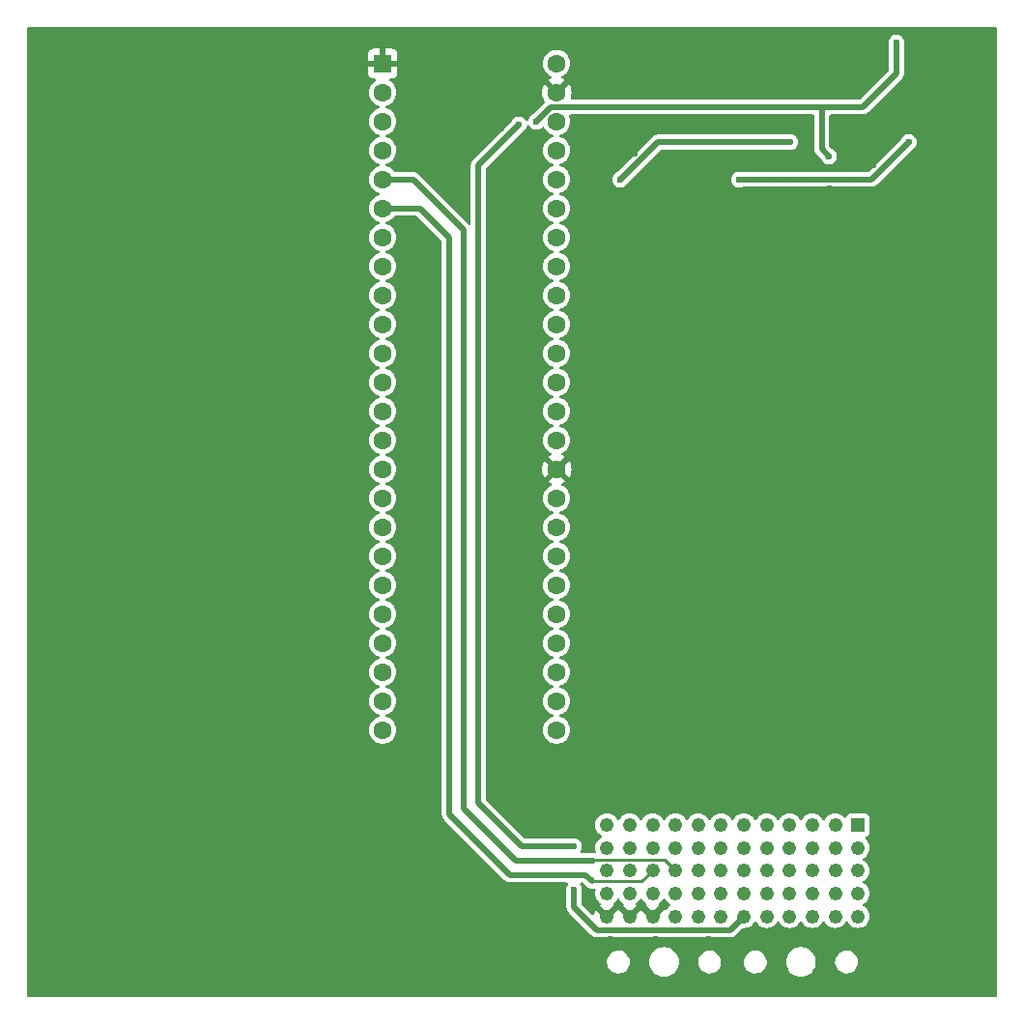
<source format=gbr>
%TF.GenerationSoftware,KiCad,Pcbnew,(7.0.0)*%
%TF.CreationDate,2023-02-28T21:07:10-08:00*%
%TF.ProjectId,semiactive,73656d69-6163-4746-9976-652e6b696361,rev?*%
%TF.SameCoordinates,Original*%
%TF.FileFunction,Copper,L2,Bot*%
%TF.FilePolarity,Positive*%
%FSLAX46Y46*%
G04 Gerber Fmt 4.6, Leading zero omitted, Abs format (unit mm)*
G04 Created by KiCad (PCBNEW (7.0.0)) date 2023-02-28 21:07:10*
%MOMM*%
%LPD*%
G01*
G04 APERTURE LIST*
%TA.AperFunction,ComponentPad*%
%ADD10R,1.243000X1.243000*%
%TD*%
%TA.AperFunction,ComponentPad*%
%ADD11C,1.243000*%
%TD*%
%TA.AperFunction,ComponentPad*%
%ADD12R,1.600000X1.600000*%
%TD*%
%TA.AperFunction,ComponentPad*%
%ADD13C,1.600000*%
%TD*%
%TA.AperFunction,ViaPad*%
%ADD14C,0.600000*%
%TD*%
%TA.AperFunction,Conductor*%
%ADD15C,0.500000*%
%TD*%
%TA.AperFunction,Conductor*%
%ADD16C,0.250000*%
%TD*%
G04 APERTURE END LIST*
D10*
%TO.P,J1,A1,A1*%
%TO.N,PENC_CHA*%
X187450999Y-111188999D03*
D11*
%TO.P,J1,A2,A2*%
%TO.N,PENC_CHA{slash}*%
X185451000Y-111189000D03*
%TO.P,J1,A3,A3*%
%TO.N,PENc_CHB*%
X183451000Y-111189000D03*
%TO.P,J1,A4,A4*%
%TO.N,PENC_CHB{slash}*%
X181451000Y-111189000D03*
%TO.P,J1,A5,A5*%
%TO.N,SENC_CHA*%
X179451000Y-111189000D03*
%TO.P,J1,A6,A6*%
%TO.N,SENC_CHA{slash}*%
X177451000Y-111189000D03*
%TO.P,J1,A7,A7*%
%TO.N,SENC_CHB*%
X175451000Y-111189000D03*
%TO.P,J1,A8,A8*%
%TO.N,SENC_CHB{slash}*%
X173451000Y-111189000D03*
%TO.P,J1,A9,A9*%
%TO.N,PLOAD_CELL_CLK*%
X171451000Y-111189000D03*
%TO.P,J1,A10,A10*%
%TO.N,PLOAD_CELL_DATA*%
X169451000Y-111189000D03*
%TO.P,J1,A11,A11*%
%TO.N,SLOAD_CELL_CLK*%
X167451000Y-111189000D03*
%TO.P,J1,A12,A12*%
%TO.N,SLOAD_CELL_DATA*%
X165451000Y-111189000D03*
%TO.P,J1,B1,B1*%
%TO.N,unconnected-(J1-PadB1)*%
X187451000Y-113189000D03*
%TO.P,J1,B2,B2*%
%TO.N,ENG_HALL2_IN*%
X185451000Y-113189000D03*
%TO.P,J1,B3,B3*%
%TO.N,unconnected-(J1-PadB3)*%
X183451000Y-113189000D03*
%TO.P,J1,B4,B4*%
%TO.N,unconnected-(J1-PadB4)*%
X181451000Y-113189000D03*
%TO.P,J1,B5,B5*%
%TO.N,unconnected-(J1-PadB5)*%
X179451000Y-113189000D03*
%TO.P,J1,B6,B6*%
%TO.N,unconnected-(J1-PadB6)*%
X177451000Y-113189000D03*
%TO.P,J1,B7,B7*%
%TO.N,PWM1*%
X175451000Y-113189000D03*
%TO.P,J1,B8,B8*%
%TO.N,PWM2*%
X173451000Y-113189000D03*
%TO.P,J1,B9,B9*%
%TO.N,DIRECTION1*%
X171451000Y-113189000D03*
%TO.P,J1,B10,B10*%
%TO.N,DIRECTION2*%
X169451000Y-113189000D03*
%TO.P,J1,B11,B11*%
%TO.N,FBREAK_PRESSURE_IN*%
X167451000Y-113189000D03*
%TO.P,J1,B12,B12*%
%TO.N,RBREAK_PRESSURE_IN*%
X165451000Y-113189000D03*
%TO.P,J1,C1,C1*%
%TO.N,REAR_HALL_IN*%
X187451000Y-115189000D03*
%TO.P,J1,C2,C2*%
%TO.N,ENG_HALL1_IN*%
X185451000Y-115189000D03*
%TO.P,J1,C3,C3*%
%TO.N,SPK_PLUG*%
X183451000Y-115189000D03*
%TO.P,J1,C4,C4*%
%TO.N,THERM_SENS1*%
X181451000Y-115189000D03*
%TO.P,J1,C5,C5*%
%TO.N,THERM_SENS2*%
X179451000Y-115189000D03*
%TO.P,J1,C6,C6*%
%TO.N,THERM_SENS3*%
X177451000Y-115189000D03*
%TO.P,J1,C7,C7*%
%TO.N,THERM_SENS4*%
X175451000Y-115189000D03*
%TO.P,J1,C8,C8*%
%TO.N,36V_SENS*%
X173451000Y-115189000D03*
%TO.P,J1,C9,C9*%
%TO.N,SOLENOID_PWM_1*%
X171451000Y-115189000D03*
%TO.P,J1,C10,C10*%
%TO.N,SOLENOID_PWM_2*%
X169451000Y-115189000D03*
%TO.P,J1,C11,C11*%
%TO.N,unconnected-(J1-PadC11)*%
X167451000Y-115189000D03*
%TO.P,J1,C12,C12*%
%TO.N,IR_SENS_TNC*%
X165451000Y-115189000D03*
%TO.P,J1,D1,D1*%
%TO.N,SDA*%
X187451000Y-117189000D03*
%TO.P,J1,D2,D2*%
%TO.N,SCL*%
X185451000Y-117189000D03*
%TO.P,J1,D3,D3*%
%TO.N,CVT_TX_DAQ_RX*%
X183451000Y-117189000D03*
%TO.P,J1,D4,D4*%
%TO.N,CVT_RX_DAQ_TX*%
X181451000Y-117189000D03*
%TO.P,J1,D5,D5*%
%TO.N,CIPO*%
X179451000Y-117189000D03*
%TO.P,J1,D6,D6*%
%TO.N,COPI*%
X177451000Y-117189000D03*
%TO.P,J1,D7,D7*%
%TO.N,SPI_CLK*%
X175451000Y-117189000D03*
%TO.P,J1,D8,D8*%
%TO.N,CANH*%
X173451000Y-117189000D03*
%TO.P,J1,D9,D9*%
%TO.N,CANL*%
X171451000Y-117189000D03*
%TO.P,J1,D10,D10*%
%TO.N,RPOT1*%
X169451000Y-117189000D03*
%TO.P,J1,D11,D11*%
%TO.N,RPOT2*%
X167451000Y-117189000D03*
%TO.P,J1,D12,D12*%
%TO.N,DIG_OUT*%
X165451000Y-117189000D03*
%TO.P,J1,E1,E1*%
%TO.N,unconnected-(J1-PadE1)*%
X187451000Y-119189000D03*
%TO.P,J1,E2,E2*%
%TO.N,unconnected-(J1-PadE2)*%
X185451000Y-119189000D03*
%TO.P,J1,E3,E3*%
%TO.N,unconnected-(J1-PadE3)*%
X183451000Y-119189000D03*
%TO.P,J1,E4,E4*%
%TO.N,5V*%
X181451000Y-119189000D03*
%TO.P,J1,E5,E5*%
X179451000Y-119189000D03*
%TO.P,J1,E6,E6*%
X177451000Y-119189000D03*
%TO.P,J1,E7,E7*%
%TO.N,+3V3*%
X175451000Y-119189000D03*
%TO.P,J1,E8,E8*%
X173451000Y-119189000D03*
%TO.P,J1,E9,E9*%
X171451000Y-119189000D03*
%TO.P,J1,E10,E10*%
%TO.N,GND*%
X169451000Y-119189000D03*
%TO.P,J1,E11,E11*%
X167451000Y-119189000D03*
%TO.P,J1,E12,E12*%
X165451000Y-119189000D03*
%TD*%
D12*
%TO.P,U1,1,GND*%
%TO.N,GND*%
X145795999Y-44449999D03*
D13*
%TO.P,U1,2,0_RX1_CRX2_CS1*%
%TO.N,unconnected-(U1-0_RX1_CRX2_CS1-Pad2)*%
X145796000Y-46990000D03*
%TO.P,U1,3,1_TX1_CTX2_MISO1*%
%TO.N,unconnected-(U1-1_TX1_CTX2_MISO1-Pad3)*%
X145796000Y-49530000D03*
%TO.P,U1,4,2_OUT2*%
%TO.N,unconnected-(U1-2_OUT2-Pad4)*%
X145796000Y-52070000D03*
%TO.P,U1,5,3_LRCLK2*%
%TO.N,SOLENOID_PWM_1*%
X145796000Y-54610000D03*
%TO.P,U1,6,4_BCLK2*%
%TO.N,SOLENOID_PWM_2*%
X145796000Y-57150000D03*
%TO.P,U1,7,5_IN2*%
%TO.N,ARGBLED*%
X145796000Y-59690000D03*
%TO.P,U1,8,6_OUT1D*%
%TO.N,unconnected-(U1-6_OUT1D-Pad8)*%
X145796000Y-62230000D03*
%TO.P,U1,9,7_RX2_OUT1A*%
%TO.N,CVT_TX_DAQ_RX*%
X145796000Y-64770000D03*
%TO.P,U1,10,8_TX2_IN1*%
%TO.N,CVT_RX_DAQ_TX*%
X145796000Y-67310000D03*
%TO.P,U1,11,9_OUT1C*%
%TO.N,unconnected-(U1-9_OUT1C-Pad11)*%
X145796000Y-69850000D03*
%TO.P,U1,12,10_CS_MQSR*%
%TO.N,unconnected-(U1-10_CS_MQSR-Pad12)*%
X145796000Y-72390000D03*
%TO.P,U1,13,11_MOSI_CTX1*%
%TO.N,unconnected-(U1-11_MOSI_CTX1-Pad13)*%
X145796000Y-74930000D03*
%TO.P,U1,14,12_MISO_MQSL*%
%TO.N,unconnected-(U1-12_MISO_MQSL-Pad14)*%
X145796000Y-77470000D03*
%TO.P,U1,15,3V3*%
%TO.N,unconnected-(U1-3V3-Pad15)*%
X145796000Y-80010000D03*
%TO.P,U1,16,24_A10_TX6_SCL2*%
%TO.N,unconnected-(U1-24_A10_TX6_SCL2-Pad16)*%
X145796000Y-82550000D03*
%TO.P,U1,17,25_A11_RX6_SDA2*%
%TO.N,unconnected-(U1-25_A11_RX6_SDA2-Pad17)*%
X145796000Y-85090000D03*
%TO.P,U1,18,26_A12_MOSI1*%
%TO.N,unconnected-(U1-26_A12_MOSI1-Pad18)*%
X145796000Y-87630000D03*
%TO.P,U1,19,27_A13_SCK1*%
%TO.N,unconnected-(U1-27_A13_SCK1-Pad19)*%
X145796000Y-90170000D03*
%TO.P,U1,20,28_RX7*%
%TO.N,unconnected-(U1-28_RX7-Pad20)*%
X145796000Y-92710000D03*
%TO.P,U1,21,29_TX7*%
%TO.N,unconnected-(U1-29_TX7-Pad21)*%
X145796000Y-95250000D03*
%TO.P,U1,22,30_CRX3*%
%TO.N,unconnected-(U1-30_CRX3-Pad22)*%
X145796000Y-97790000D03*
%TO.P,U1,23,31_CTX3*%
%TO.N,unconnected-(U1-31_CTX3-Pad23)*%
X145796000Y-100330000D03*
%TO.P,U1,24,32_OUT1B*%
%TO.N,unconnected-(U1-32_OUT1B-Pad24)*%
X145796000Y-102870000D03*
%TO.P,U1,25,33_MCLK2*%
%TO.N,unconnected-(U1-33_MCLK2-Pad25)*%
X161036000Y-102870000D03*
%TO.P,U1,26,34_RX8*%
%TO.N,unconnected-(U1-34_RX8-Pad26)*%
X161036000Y-100330000D03*
%TO.P,U1,27,35_TX8*%
%TO.N,unconnected-(U1-35_TX8-Pad27)*%
X161036000Y-97790000D03*
%TO.P,U1,28,36_CS*%
%TO.N,unconnected-(U1-36_CS-Pad28)*%
X161036000Y-95250000D03*
%TO.P,U1,29,37_CS*%
%TO.N,unconnected-(U1-37_CS-Pad29)*%
X161036000Y-92710000D03*
%TO.P,U1,30,38_CS1_IN1*%
%TO.N,unconnected-(U1-38_CS1_IN1-Pad30)*%
X161036000Y-90170000D03*
%TO.P,U1,31,39_MISO1_OUT1A*%
%TO.N,unconnected-(U1-39_MISO1_OUT1A-Pad31)*%
X161036000Y-87630000D03*
%TO.P,U1,32,40_A16*%
%TO.N,unconnected-(U1-40_A16-Pad32)*%
X161036000Y-85090000D03*
%TO.P,U1,33,41_A17*%
%TO.N,unconnected-(U1-41_A17-Pad33)*%
X161036000Y-82550000D03*
%TO.P,U1,34,GND*%
%TO.N,GND*%
X161036000Y-80010000D03*
%TO.P,U1,35,13_SCK_LED*%
%TO.N,unconnected-(U1-13_SCK_LED-Pad35)*%
X161036000Y-77470000D03*
%TO.P,U1,36,14_A0_TX3_SPDIF_OUT*%
%TO.N,unconnected-(U1-14_A0_TX3_SPDIF_OUT-Pad36)*%
X161036000Y-74930000D03*
%TO.P,U1,37,15_A1_RX3_SPDIF_IN*%
%TO.N,unconnected-(U1-15_A1_RX3_SPDIF_IN-Pad37)*%
X161036000Y-72390000D03*
%TO.P,U1,38,16_A2_RX4_SCL1*%
%TO.N,unconnected-(U1-16_A2_RX4_SCL1-Pad38)*%
X161036000Y-69850000D03*
%TO.P,U1,39,17_A3_TX4_SDA1*%
%TO.N,unconnected-(U1-17_A3_TX4_SDA1-Pad39)*%
X161036000Y-67310000D03*
%TO.P,U1,40,18_A4_SDA*%
%TO.N,unconnected-(U1-18_A4_SDA-Pad40)*%
X161036000Y-64770000D03*
%TO.P,U1,41,19_A5_SCL*%
%TO.N,unconnected-(U1-19_A5_SCL-Pad41)*%
X161036000Y-62230000D03*
%TO.P,U1,42,20_A6_TX5_LRCLK1*%
%TO.N,unconnected-(U1-20_A6_TX5_LRCLK1-Pad42)*%
X161036000Y-59690000D03*
%TO.P,U1,43,21_A7_RX5_BCLK1*%
%TO.N,unconnected-(U1-21_A7_RX5_BCLK1-Pad43)*%
X161036000Y-57150000D03*
%TO.P,U1,44,22_A8_CTX1*%
%TO.N,unconnected-(U1-22_A8_CTX1-Pad44)*%
X161036000Y-54610000D03*
%TO.P,U1,45,23_A9_CRX1_MCLK1*%
%TO.N,unconnected-(U1-23_A9_CRX1_MCLK1-Pad45)*%
X161036000Y-52070000D03*
%TO.P,U1,46,3V3*%
%TO.N,unconnected-(U1-3V3-Pad46)*%
X161036000Y-49530000D03*
%TO.P,U1,47,GND*%
%TO.N,GND*%
X161036000Y-46990000D03*
%TO.P,U1,48,VIN*%
%TO.N,Net-(D7-A)*%
X161036000Y-44450000D03*
%TD*%
D14*
%TO.N,5V*%
X162560000Y-113030000D03*
X162559999Y-116840000D03*
X157734000Y-49784000D03*
%TO.N,GND*%
X137372000Y-80734000D03*
X155172000Y-60334000D03*
X157172000Y-89934000D03*
X156172000Y-64934000D03*
X141572000Y-104334000D03*
X190972000Y-67734000D03*
X143256000Y-115570000D03*
X183372000Y-82534000D03*
X175672000Y-46284000D03*
X147772000Y-123734000D03*
X162422000Y-42334000D03*
X141224000Y-90678000D03*
X184772000Y-70134000D03*
X177172000Y-58934000D03*
X174372000Y-121145500D03*
X132772000Y-72934000D03*
X183372000Y-101934000D03*
X126172000Y-106934000D03*
X164372000Y-124934000D03*
X170972000Y-106534000D03*
X125772000Y-96134000D03*
X150572000Y-119934000D03*
X135572000Y-92134000D03*
X151572000Y-48734000D03*
X156842023Y-44404023D03*
X148972000Y-73534000D03*
X171572000Y-90534000D03*
X157172000Y-79934000D03*
X195972000Y-52734000D03*
X120572000Y-103934000D03*
X163195000Y-53086000D03*
X180594000Y-47117000D03*
X158172000Y-102334000D03*
X163772000Y-75334000D03*
X170772000Y-125134000D03*
X127372000Y-86734000D03*
X195172000Y-110534000D03*
X194772000Y-107334000D03*
X156210000Y-50165000D03*
X138972000Y-104934000D03*
X157372000Y-76534000D03*
X182372000Y-41734000D03*
X196572000Y-44334000D03*
X193675000Y-50673000D03*
X178572000Y-56934000D03*
X139372000Y-45734000D03*
X151172000Y-52334000D03*
X121372000Y-86934000D03*
X123572000Y-105534000D03*
X182546038Y-43248900D03*
X180172000Y-76934000D03*
X189572000Y-81334000D03*
X152972000Y-56534000D03*
X196572000Y-103334000D03*
X171772000Y-100734000D03*
X161772000Y-121534000D03*
X158172000Y-97734000D03*
X124572000Y-74934000D03*
X122572000Y-94334000D03*
X193972000Y-118534000D03*
X130048000Y-80518000D03*
X137372000Y-114934000D03*
X169772000Y-121145500D03*
X191972000Y-96334000D03*
X155702000Y-116332000D03*
X157772000Y-94334000D03*
X182499000Y-49784000D03*
X164572000Y-67334000D03*
X136172000Y-95134000D03*
X187972000Y-105134000D03*
X128172000Y-46334000D03*
X148972000Y-62334000D03*
X169572000Y-94534000D03*
X168660615Y-54236692D03*
X161772000Y-110534000D03*
X142572000Y-109334000D03*
X174117000Y-50292000D03*
X195972000Y-119534000D03*
X157772000Y-71734000D03*
X192572000Y-57534000D03*
X173972000Y-87934000D03*
X120972000Y-51134000D03*
X157972000Y-61334000D03*
X141772000Y-54534000D03*
X155222816Y-46312237D03*
X151772000Y-54534000D03*
X148972000Y-115534000D03*
X157572000Y-121734000D03*
X191172000Y-113334000D03*
X147172000Y-109534000D03*
X184985322Y-55359500D03*
X129572000Y-66534000D03*
X187572000Y-42684000D03*
X156172000Y-62534000D03*
X153701454Y-115132546D03*
X173972000Y-55734000D03*
X177772000Y-86134000D03*
X191972000Y-79734000D03*
X174242023Y-107463977D03*
X192972000Y-87934000D03*
X168572000Y-105134000D03*
X158972000Y-59534000D03*
X142572000Y-122134000D03*
X167322000Y-42684000D03*
X119972000Y-117334000D03*
X178972000Y-90934000D03*
X177772000Y-109534000D03*
X161972000Y-123934000D03*
X185072000Y-46334000D03*
X158369000Y-46355000D03*
X137414000Y-109220000D03*
X192572000Y-122734000D03*
X168172000Y-95534000D03*
X192572000Y-92734000D03*
X162772000Y-106334000D03*
X165772000Y-121145500D03*
X175172000Y-124934000D03*
X148372000Y-50734000D03*
X185972000Y-56934000D03*
X177472000Y-42684000D03*
X149372000Y-94134000D03*
X169572000Y-76734000D03*
X158572000Y-55134000D03*
X196172000Y-115134000D03*
X195772000Y-58334000D03*
X149172000Y-45934000D03*
X121972000Y-77534000D03*
X186555511Y-46017511D03*
X173213589Y-43248900D03*
X149372000Y-97934000D03*
X185772000Y-121134000D03*
X169172000Y-86334000D03*
X171972000Y-84134000D03*
X175972000Y-64534000D03*
X173572000Y-107534000D03*
X121412000Y-110744000D03*
X186172000Y-96334000D03*
X170199300Y-46284000D03*
X127972000Y-53334000D03*
X118372000Y-70934000D03*
X194972000Y-65934000D03*
X163449000Y-57785000D03*
X166972000Y-88534000D03*
X153730411Y-48692411D03*
X130372000Y-121934000D03*
X155172000Y-124334000D03*
X148372000Y-67134000D03*
X157372000Y-86334000D03*
X187572000Y-75534000D03*
X183515000Y-52959000D03*
X179372000Y-120734000D03*
X158372000Y-67534000D03*
X165372000Y-81534000D03*
X130172000Y-114334000D03*
X164592000Y-50165000D03*
X169972000Y-59734000D03*
X150172000Y-64934000D03*
X158172000Y-63734000D03*
X131826000Y-106680000D03*
X149172000Y-100934000D03*
X189772000Y-101334000D03*
X136144000Y-61976000D03*
X157372000Y-106334000D03*
X164972000Y-100734000D03*
X179972000Y-64134000D03*
X124372000Y-72934000D03*
X163322000Y-50038000D03*
X196172000Y-48734000D03*
X194172000Y-71534000D03*
X172172000Y-81734000D03*
X148772000Y-70134000D03*
X175372000Y-92534000D03*
X171450000Y-47244000D03*
X196172000Y-78934000D03*
X155772000Y-119334000D03*
X172172000Y-68734000D03*
X165972000Y-94134000D03*
X180372000Y-125334000D03*
X167862927Y-52311119D03*
X174372000Y-94534000D03*
X194172000Y-97534000D03*
X149572000Y-87134000D03*
X159501977Y-52663977D03*
X130972000Y-59134000D03*
X149172000Y-90534000D03*
X198772000Y-86534000D03*
X149372000Y-82334000D03*
X195572000Y-124334000D03*
X124172000Y-60134000D03*
X148972000Y-60439500D03*
X159922000Y-42184000D03*
X140462000Y-68072000D03*
X185547000Y-49784000D03*
X167372000Y-70734000D03*
X149372000Y-78134000D03*
X176572000Y-52369345D03*
X148172000Y-64534000D03*
X185772000Y-125534000D03*
X187972000Y-60534000D03*
X181052074Y-52844500D03*
X165972000Y-62734000D03*
X173172000Y-41934000D03*
X188781757Y-53389288D03*
X184872000Y-43484000D03*
X124172000Y-62334000D03*
X170942000Y-62230000D03*
X183172000Y-94334000D03*
X183172000Y-109134000D03*
X136372000Y-52534000D03*
X177673000Y-46990000D03*
%TO.N,Net-(D4-DOUT)*%
X191897000Y-51334000D03*
X177038000Y-54610000D03*
%TO.N,Net-(D5-DOUT)*%
X181501500Y-51334000D03*
X166624000Y-54610000D03*
%TO.N,ARGBLED*%
X159258000Y-49530000D03*
X184912000Y-52578000D03*
X190831800Y-42624400D03*
%TD*%
D15*
%TO.N,5V*%
X177451000Y-119189000D02*
X176244000Y-120396000D01*
X164592000Y-120396000D02*
X162559999Y-118363999D01*
X176244000Y-120396000D02*
X164592000Y-120396000D01*
X157734000Y-49784000D02*
X154178000Y-53340000D01*
X154178000Y-109220000D02*
X157988000Y-113030000D01*
X162559999Y-118363999D02*
X162559999Y-116840000D01*
X154178000Y-53340000D02*
X154178000Y-109220000D01*
X157988000Y-113030000D02*
X162560000Y-113030000D01*
%TO.N,Net-(D4-DOUT)*%
X177038000Y-54610000D02*
X188621000Y-54610000D01*
X188621000Y-54610000D02*
X191897000Y-51334000D01*
%TO.N,Net-(D5-DOUT)*%
X169900000Y-51334000D02*
X181501500Y-51334000D01*
X166624000Y-54610000D02*
X169900000Y-51334000D01*
%TO.N,ARGBLED*%
X184257000Y-48260000D02*
X160528000Y-48260000D01*
X184297000Y-48260000D02*
X187846000Y-48260000D01*
X184277000Y-48280000D02*
X184257000Y-48260000D01*
X160528000Y-48260000D02*
X159258000Y-49530000D01*
X187846000Y-48260000D02*
X190831800Y-45274200D01*
X184277000Y-48280000D02*
X184297000Y-48260000D01*
X190831800Y-45274200D02*
X190831800Y-42624400D01*
X184277000Y-48280000D02*
X184277000Y-51943000D01*
X184277000Y-51943000D02*
X184912000Y-52578000D01*
%TO.N,SOLENOID_PWM_1*%
X148464396Y-54610000D02*
X145796000Y-54610000D01*
D16*
X164268500Y-114242500D02*
X164211000Y-114300000D01*
X171451000Y-115189000D02*
X170504500Y-114242500D01*
D15*
X152908000Y-109728000D02*
X152908000Y-59053604D01*
X152908000Y-59053604D02*
X148464396Y-54610000D01*
D16*
X170504500Y-114242500D02*
X164268500Y-114242500D01*
D15*
X157480000Y-114300000D02*
X152908000Y-109728000D01*
X164211000Y-114300000D02*
X157480000Y-114300000D01*
%TO.N,SOLENOID_PWM_2*%
X156972000Y-115570000D02*
X163605500Y-115570000D01*
D16*
X168503500Y-116136500D02*
X164172000Y-116136500D01*
D15*
X163605500Y-115570000D02*
X164172000Y-116136500D01*
X145796000Y-57150000D02*
X149098000Y-57150000D01*
X149098000Y-57150000D02*
X151638000Y-59690000D01*
D16*
X169451000Y-115189000D02*
X168503500Y-116136500D01*
D15*
X151638000Y-110236000D02*
X156972000Y-115570000D01*
X151638000Y-59690000D02*
X151638000Y-110236000D01*
%TD*%
%TA.AperFunction,Conductor*%
%TO.N,GND*%
G36*
X163332145Y-116229939D02*
G01*
X163372373Y-116256819D01*
X163740965Y-116625411D01*
X163838236Y-116700862D01*
X163989074Y-116766135D01*
X164151405Y-116791847D01*
X164315029Y-116776379D01*
X164317605Y-116775451D01*
X164379005Y-116777949D01*
X164433089Y-116812007D01*
X164463027Y-116868477D01*
X164460864Y-116932356D01*
X164451000Y-116964875D01*
X164443787Y-116988653D01*
X164443190Y-116994709D01*
X164443189Y-116994717D01*
X164424652Y-117182938D01*
X164424055Y-117189000D01*
X164424652Y-117195062D01*
X164443189Y-117383282D01*
X164443190Y-117383288D01*
X164443787Y-117389347D01*
X164445554Y-117395173D01*
X164445556Y-117395181D01*
X164500457Y-117576162D01*
X164500459Y-117576166D01*
X164502227Y-117581995D01*
X164597126Y-117759540D01*
X164724840Y-117915160D01*
X164729545Y-117919021D01*
X164729546Y-117919022D01*
X164871655Y-118035648D01*
X164906781Y-118082231D01*
X164916717Y-118139721D01*
X164899263Y-118195392D01*
X164874844Y-118220135D01*
X164876590Y-118221901D01*
X164858681Y-118239603D01*
X164864611Y-118249058D01*
X165439457Y-118823904D01*
X165451000Y-118830568D01*
X165462542Y-118823904D01*
X166037387Y-118249058D01*
X166043317Y-118239603D01*
X166025409Y-118221901D01*
X166027154Y-118220135D01*
X166002736Y-118195392D01*
X165985282Y-118139721D01*
X165995218Y-118082231D01*
X166030343Y-118035649D01*
X166177160Y-117915160D01*
X166304874Y-117759540D01*
X166341643Y-117690748D01*
X166387251Y-117642846D01*
X166451000Y-117625204D01*
X166514749Y-117642846D01*
X166560356Y-117690748D01*
X166597126Y-117759540D01*
X166724840Y-117915160D01*
X166729545Y-117919021D01*
X166729546Y-117919022D01*
X166871655Y-118035648D01*
X166906781Y-118082231D01*
X166916717Y-118139721D01*
X166899263Y-118195392D01*
X166874844Y-118220135D01*
X166876590Y-118221901D01*
X166858681Y-118239603D01*
X166864611Y-118249058D01*
X167439457Y-118823904D01*
X167451000Y-118830568D01*
X167462542Y-118823904D01*
X168037387Y-118249058D01*
X168043317Y-118239603D01*
X168025409Y-118221901D01*
X168027154Y-118220135D01*
X168002736Y-118195392D01*
X167985282Y-118139721D01*
X167995218Y-118082231D01*
X168030343Y-118035649D01*
X168177160Y-117915160D01*
X168304874Y-117759540D01*
X168341643Y-117690748D01*
X168387251Y-117642846D01*
X168451000Y-117625204D01*
X168514749Y-117642846D01*
X168560356Y-117690748D01*
X168597126Y-117759540D01*
X168724840Y-117915160D01*
X168729545Y-117919021D01*
X168729546Y-117919022D01*
X168871655Y-118035648D01*
X168906781Y-118082231D01*
X168916717Y-118139721D01*
X168899263Y-118195392D01*
X168874844Y-118220135D01*
X168876590Y-118221901D01*
X168858681Y-118239603D01*
X168864611Y-118249058D01*
X169439457Y-118823904D01*
X169451000Y-118830568D01*
X169462542Y-118823904D01*
X170037387Y-118249058D01*
X170043317Y-118239603D01*
X170025409Y-118221901D01*
X170027154Y-118220135D01*
X170002736Y-118195392D01*
X169985282Y-118139721D01*
X169995218Y-118082231D01*
X170030343Y-118035649D01*
X170177160Y-117915160D01*
X170304874Y-117759540D01*
X170341643Y-117690748D01*
X170387251Y-117642846D01*
X170451000Y-117625204D01*
X170514749Y-117642846D01*
X170560356Y-117690748D01*
X170597126Y-117759540D01*
X170724840Y-117915160D01*
X170880460Y-118042874D01*
X170885832Y-118045745D01*
X170885836Y-118045748D01*
X170949248Y-118079642D01*
X170997153Y-118125251D01*
X171014795Y-118189000D01*
X170997153Y-118252749D01*
X170949248Y-118298358D01*
X170885836Y-118332251D01*
X170885824Y-118332258D01*
X170880460Y-118335126D01*
X170875752Y-118338989D01*
X170875747Y-118338993D01*
X170729546Y-118458977D01*
X170729541Y-118458981D01*
X170724840Y-118462840D01*
X170720981Y-118467541D01*
X170720977Y-118467546D01*
X170607218Y-118606162D01*
X170560631Y-118641290D01*
X170503136Y-118651224D01*
X170447463Y-118633763D01*
X170425481Y-118612065D01*
X170403404Y-118595658D01*
X170391241Y-118602310D01*
X169538680Y-119454871D01*
X169483093Y-119486965D01*
X169418905Y-119486965D01*
X169363318Y-119454871D01*
X168510759Y-118602312D01*
X168497069Y-118594825D01*
X168481181Y-118595929D01*
X168477209Y-118597732D01*
X168424770Y-118597729D01*
X168420798Y-118595925D01*
X168404929Y-118594823D01*
X168391241Y-118602310D01*
X167538680Y-119454871D01*
X167483093Y-119486965D01*
X167418905Y-119486965D01*
X167363318Y-119454871D01*
X166510759Y-118602312D01*
X166497069Y-118594825D01*
X166481181Y-118595929D01*
X166477209Y-118597732D01*
X166424770Y-118597729D01*
X166420798Y-118595925D01*
X166404929Y-118594823D01*
X166391241Y-118602310D01*
X165538680Y-119454871D01*
X165483093Y-119486965D01*
X165418905Y-119486965D01*
X165363318Y-119454871D01*
X164510759Y-118602312D01*
X164498594Y-118595659D01*
X164490671Y-118601548D01*
X164403310Y-118776994D01*
X164399181Y-118787650D01*
X164347152Y-118970513D01*
X164314548Y-119025266D01*
X164259056Y-119056596D01*
X164195331Y-119056228D01*
X164140205Y-119024259D01*
X163246818Y-118130872D01*
X163219938Y-118090644D01*
X163210499Y-118043191D01*
X163210499Y-117122935D01*
X163218557Y-117078965D01*
X163242477Y-117015891D01*
X163242476Y-117015891D01*
X163245139Y-117008872D01*
X163265644Y-116840000D01*
X163245139Y-116671128D01*
X163184817Y-116512070D01*
X163117773Y-116414940D01*
X163096049Y-116351987D01*
X163110026Y-116286874D01*
X163155673Y-116238383D01*
X163219823Y-116220500D01*
X163284692Y-116220500D01*
X163332145Y-116229939D01*
G37*
%TD.AperFunction*%
%TA.AperFunction,Conductor*%
G36*
X199581500Y-41255113D02*
G01*
X199626887Y-41300500D01*
X199643500Y-41362500D01*
X199643500Y-126113500D01*
X199626887Y-126175500D01*
X199581500Y-126220887D01*
X199519500Y-126237500D01*
X114768500Y-126237500D01*
X114706500Y-126220887D01*
X114661113Y-126175500D01*
X114644500Y-126113500D01*
X114644500Y-123239936D01*
X165446631Y-123239936D01*
X165447582Y-123246148D01*
X165447583Y-123246154D01*
X165476491Y-123434856D01*
X165476493Y-123434864D01*
X165477444Y-123441071D01*
X165479625Y-123446961D01*
X165479627Y-123446967D01*
X165545928Y-123625986D01*
X165545930Y-123625990D01*
X165548114Y-123631887D01*
X165655748Y-123804571D01*
X165795941Y-123952053D01*
X165962951Y-124068295D01*
X166149942Y-124148540D01*
X166349259Y-124189500D01*
X166498600Y-124189500D01*
X166501742Y-124189500D01*
X166653438Y-124174074D01*
X166847588Y-124113159D01*
X167025502Y-124014409D01*
X167179895Y-123881866D01*
X167304448Y-123720958D01*
X167394060Y-123538271D01*
X167445063Y-123341285D01*
X167452786Y-123189000D01*
X169145532Y-123189000D01*
X169165365Y-123415692D01*
X169166762Y-123420907D01*
X169166764Y-123420916D01*
X169222858Y-123630263D01*
X169222861Y-123630271D01*
X169224261Y-123635496D01*
X169320432Y-123841734D01*
X169450953Y-124028139D01*
X169611861Y-124189047D01*
X169798266Y-124319568D01*
X170004504Y-124415739D01*
X170224308Y-124474635D01*
X170394216Y-124489500D01*
X170505075Y-124489500D01*
X170507784Y-124489500D01*
X170677692Y-124474635D01*
X170897496Y-124415739D01*
X171103734Y-124319568D01*
X171290139Y-124189047D01*
X171451047Y-124028139D01*
X171581568Y-123841734D01*
X171677739Y-123635496D01*
X171736635Y-123415692D01*
X171752012Y-123239936D01*
X173446631Y-123239936D01*
X173447582Y-123246148D01*
X173447583Y-123246154D01*
X173476491Y-123434856D01*
X173476493Y-123434864D01*
X173477444Y-123441071D01*
X173479625Y-123446961D01*
X173479627Y-123446967D01*
X173545928Y-123625986D01*
X173545930Y-123625990D01*
X173548114Y-123631887D01*
X173655748Y-123804571D01*
X173795941Y-123952053D01*
X173962951Y-124068295D01*
X174149942Y-124148540D01*
X174349259Y-124189500D01*
X174498600Y-124189500D01*
X174501742Y-124189500D01*
X174653438Y-124174074D01*
X174847588Y-124113159D01*
X175025502Y-124014409D01*
X175179895Y-123881866D01*
X175304448Y-123720958D01*
X175394060Y-123538271D01*
X175445063Y-123341285D01*
X175450203Y-123239936D01*
X177446631Y-123239936D01*
X177447582Y-123246148D01*
X177447583Y-123246154D01*
X177476491Y-123434856D01*
X177476493Y-123434864D01*
X177477444Y-123441071D01*
X177479625Y-123446961D01*
X177479627Y-123446967D01*
X177545928Y-123625986D01*
X177545930Y-123625990D01*
X177548114Y-123631887D01*
X177655748Y-123804571D01*
X177795941Y-123952053D01*
X177962951Y-124068295D01*
X178149942Y-124148540D01*
X178349259Y-124189500D01*
X178498600Y-124189500D01*
X178501742Y-124189500D01*
X178653438Y-124174074D01*
X178847588Y-124113159D01*
X179025502Y-124014409D01*
X179179895Y-123881866D01*
X179304448Y-123720958D01*
X179394060Y-123538271D01*
X179445063Y-123341285D01*
X179452786Y-123189000D01*
X181145532Y-123189000D01*
X181165365Y-123415692D01*
X181166762Y-123420907D01*
X181166764Y-123420916D01*
X181222858Y-123630263D01*
X181222861Y-123630271D01*
X181224261Y-123635496D01*
X181320432Y-123841734D01*
X181450953Y-124028139D01*
X181611861Y-124189047D01*
X181798266Y-124319568D01*
X182004504Y-124415739D01*
X182224308Y-124474635D01*
X182394216Y-124489500D01*
X182505075Y-124489500D01*
X182507784Y-124489500D01*
X182677692Y-124474635D01*
X182897496Y-124415739D01*
X183103734Y-124319568D01*
X183290139Y-124189047D01*
X183451047Y-124028139D01*
X183581568Y-123841734D01*
X183677739Y-123635496D01*
X183736635Y-123415692D01*
X183752012Y-123239936D01*
X185446631Y-123239936D01*
X185447582Y-123246148D01*
X185447583Y-123246154D01*
X185476491Y-123434856D01*
X185476493Y-123434864D01*
X185477444Y-123441071D01*
X185479625Y-123446961D01*
X185479627Y-123446967D01*
X185545928Y-123625986D01*
X185545930Y-123625990D01*
X185548114Y-123631887D01*
X185655748Y-123804571D01*
X185795941Y-123952053D01*
X185962951Y-124068295D01*
X186149942Y-124148540D01*
X186349259Y-124189500D01*
X186498600Y-124189500D01*
X186501742Y-124189500D01*
X186653438Y-124174074D01*
X186847588Y-124113159D01*
X187025502Y-124014409D01*
X187179895Y-123881866D01*
X187304448Y-123720958D01*
X187394060Y-123538271D01*
X187445063Y-123341285D01*
X187455369Y-123138064D01*
X187424556Y-122936929D01*
X187353886Y-122746113D01*
X187246252Y-122573429D01*
X187106059Y-122425947D01*
X186939049Y-122309705D01*
X186933275Y-122307227D01*
X186757836Y-122231939D01*
X186757831Y-122231937D01*
X186752058Y-122229460D01*
X186714590Y-122221760D01*
X186558899Y-122189765D01*
X186558894Y-122189764D01*
X186552741Y-122188500D01*
X186400258Y-122188500D01*
X186397147Y-122188816D01*
X186397134Y-122188817D01*
X186254814Y-122203290D01*
X186254811Y-122203290D01*
X186248562Y-122203926D01*
X186242564Y-122205807D01*
X186242563Y-122205808D01*
X186060415Y-122262957D01*
X186060410Y-122262959D01*
X186054412Y-122264841D01*
X186048916Y-122267891D01*
X186048910Y-122267894D01*
X185881997Y-122360538D01*
X185881991Y-122360542D01*
X185876498Y-122363591D01*
X185871733Y-122367680D01*
X185871728Y-122367685D01*
X185726873Y-122492040D01*
X185726868Y-122492044D01*
X185722105Y-122496134D01*
X185718262Y-122501098D01*
X185718255Y-122501106D01*
X185658143Y-122578765D01*
X185597552Y-122657042D01*
X185594784Y-122662683D01*
X185594780Y-122662691D01*
X185510708Y-122834084D01*
X185510704Y-122834092D01*
X185507940Y-122839729D01*
X185506365Y-122845809D01*
X185506364Y-122845814D01*
X185458511Y-123030634D01*
X185456937Y-123036715D01*
X185456619Y-123042982D01*
X185456618Y-123042990D01*
X185446949Y-123233654D01*
X185446949Y-123233659D01*
X185446631Y-123239936D01*
X183752012Y-123239936D01*
X183756468Y-123189000D01*
X183736635Y-122962308D01*
X183677739Y-122742504D01*
X183581568Y-122536266D01*
X183451047Y-122349861D01*
X183290139Y-122188953D01*
X183103734Y-122058432D01*
X182897496Y-121962261D01*
X182892271Y-121960861D01*
X182892263Y-121960858D01*
X182682916Y-121904764D01*
X182682907Y-121904762D01*
X182677692Y-121903365D01*
X182672304Y-121902893D01*
X182672301Y-121902893D01*
X182510484Y-121888736D01*
X182510479Y-121888735D01*
X182507784Y-121888500D01*
X182394216Y-121888500D01*
X182391521Y-121888735D01*
X182391515Y-121888736D01*
X182229698Y-121902893D01*
X182229693Y-121902893D01*
X182224308Y-121903365D01*
X182219094Y-121904762D01*
X182219083Y-121904764D01*
X182009736Y-121960858D01*
X182009724Y-121960862D01*
X182004504Y-121962261D01*
X181999599Y-121964547D01*
X181999594Y-121964550D01*
X181803176Y-122056142D01*
X181803172Y-122056144D01*
X181798266Y-122058432D01*
X181793833Y-122061535D01*
X181793826Y-122061540D01*
X181616296Y-122185847D01*
X181616291Y-122185850D01*
X181611861Y-122188953D01*
X181608037Y-122192776D01*
X181608031Y-122192782D01*
X181454782Y-122346031D01*
X181454776Y-122346037D01*
X181450953Y-122349861D01*
X181447850Y-122354291D01*
X181447847Y-122354296D01*
X181323540Y-122531826D01*
X181323535Y-122531833D01*
X181320432Y-122536266D01*
X181318144Y-122541172D01*
X181318142Y-122541176D01*
X181226550Y-122737594D01*
X181226547Y-122737599D01*
X181224261Y-122742504D01*
X181222862Y-122747724D01*
X181222858Y-122747736D01*
X181166764Y-122957083D01*
X181166762Y-122957094D01*
X181165365Y-122962308D01*
X181145532Y-123189000D01*
X179452786Y-123189000D01*
X179455369Y-123138064D01*
X179424556Y-122936929D01*
X179353886Y-122746113D01*
X179246252Y-122573429D01*
X179106059Y-122425947D01*
X178939049Y-122309705D01*
X178933275Y-122307227D01*
X178757836Y-122231939D01*
X178757831Y-122231937D01*
X178752058Y-122229460D01*
X178714590Y-122221760D01*
X178558899Y-122189765D01*
X178558894Y-122189764D01*
X178552741Y-122188500D01*
X178400258Y-122188500D01*
X178397147Y-122188816D01*
X178397134Y-122188817D01*
X178254814Y-122203290D01*
X178254811Y-122203290D01*
X178248562Y-122203926D01*
X178242564Y-122205807D01*
X178242563Y-122205808D01*
X178060415Y-122262957D01*
X178060410Y-122262959D01*
X178054412Y-122264841D01*
X178048916Y-122267891D01*
X178048910Y-122267894D01*
X177881997Y-122360538D01*
X177881991Y-122360542D01*
X177876498Y-122363591D01*
X177871733Y-122367680D01*
X177871728Y-122367685D01*
X177726873Y-122492040D01*
X177726868Y-122492044D01*
X177722105Y-122496134D01*
X177718262Y-122501098D01*
X177718255Y-122501106D01*
X177658143Y-122578765D01*
X177597552Y-122657042D01*
X177594784Y-122662683D01*
X177594780Y-122662691D01*
X177510708Y-122834084D01*
X177510704Y-122834092D01*
X177507940Y-122839729D01*
X177506365Y-122845809D01*
X177506364Y-122845814D01*
X177458511Y-123030634D01*
X177456937Y-123036715D01*
X177456619Y-123042982D01*
X177456618Y-123042990D01*
X177446949Y-123233654D01*
X177446949Y-123233659D01*
X177446631Y-123239936D01*
X175450203Y-123239936D01*
X175455369Y-123138064D01*
X175424556Y-122936929D01*
X175353886Y-122746113D01*
X175246252Y-122573429D01*
X175106059Y-122425947D01*
X174939049Y-122309705D01*
X174933275Y-122307227D01*
X174757836Y-122231939D01*
X174757831Y-122231937D01*
X174752058Y-122229460D01*
X174714590Y-122221760D01*
X174558899Y-122189765D01*
X174558894Y-122189764D01*
X174552741Y-122188500D01*
X174400258Y-122188500D01*
X174397147Y-122188816D01*
X174397134Y-122188817D01*
X174254814Y-122203290D01*
X174254811Y-122203290D01*
X174248562Y-122203926D01*
X174242564Y-122205807D01*
X174242563Y-122205808D01*
X174060415Y-122262957D01*
X174060410Y-122262959D01*
X174054412Y-122264841D01*
X174048916Y-122267891D01*
X174048910Y-122267894D01*
X173881997Y-122360538D01*
X173881991Y-122360542D01*
X173876498Y-122363591D01*
X173871733Y-122367680D01*
X173871728Y-122367685D01*
X173726873Y-122492040D01*
X173726868Y-122492044D01*
X173722105Y-122496134D01*
X173718262Y-122501098D01*
X173718255Y-122501106D01*
X173658143Y-122578765D01*
X173597552Y-122657042D01*
X173594784Y-122662683D01*
X173594780Y-122662691D01*
X173510708Y-122834084D01*
X173510704Y-122834092D01*
X173507940Y-122839729D01*
X173506365Y-122845809D01*
X173506364Y-122845814D01*
X173458511Y-123030634D01*
X173456937Y-123036715D01*
X173456619Y-123042982D01*
X173456618Y-123042990D01*
X173446949Y-123233654D01*
X173446949Y-123233659D01*
X173446631Y-123239936D01*
X171752012Y-123239936D01*
X171756468Y-123189000D01*
X171736635Y-122962308D01*
X171677739Y-122742504D01*
X171581568Y-122536266D01*
X171451047Y-122349861D01*
X171290139Y-122188953D01*
X171103734Y-122058432D01*
X170897496Y-121962261D01*
X170892271Y-121960861D01*
X170892263Y-121960858D01*
X170682916Y-121904764D01*
X170682907Y-121904762D01*
X170677692Y-121903365D01*
X170672304Y-121902893D01*
X170672301Y-121902893D01*
X170510484Y-121888736D01*
X170510479Y-121888735D01*
X170507784Y-121888500D01*
X170394216Y-121888500D01*
X170391521Y-121888735D01*
X170391515Y-121888736D01*
X170229698Y-121902893D01*
X170229693Y-121902893D01*
X170224308Y-121903365D01*
X170219094Y-121904762D01*
X170219083Y-121904764D01*
X170009736Y-121960858D01*
X170009724Y-121960862D01*
X170004504Y-121962261D01*
X169999599Y-121964547D01*
X169999594Y-121964550D01*
X169803176Y-122056142D01*
X169803172Y-122056144D01*
X169798266Y-122058432D01*
X169793833Y-122061535D01*
X169793826Y-122061540D01*
X169616296Y-122185847D01*
X169616291Y-122185850D01*
X169611861Y-122188953D01*
X169608037Y-122192776D01*
X169608031Y-122192782D01*
X169454782Y-122346031D01*
X169454776Y-122346037D01*
X169450953Y-122349861D01*
X169447850Y-122354291D01*
X169447847Y-122354296D01*
X169323540Y-122531826D01*
X169323535Y-122531833D01*
X169320432Y-122536266D01*
X169318144Y-122541172D01*
X169318142Y-122541176D01*
X169226550Y-122737594D01*
X169226547Y-122737599D01*
X169224261Y-122742504D01*
X169222862Y-122747724D01*
X169222858Y-122747736D01*
X169166764Y-122957083D01*
X169166762Y-122957094D01*
X169165365Y-122962308D01*
X169145532Y-123189000D01*
X167452786Y-123189000D01*
X167455369Y-123138064D01*
X167424556Y-122936929D01*
X167353886Y-122746113D01*
X167246252Y-122573429D01*
X167106059Y-122425947D01*
X166939049Y-122309705D01*
X166933275Y-122307227D01*
X166757836Y-122231939D01*
X166757831Y-122231937D01*
X166752058Y-122229460D01*
X166714590Y-122221760D01*
X166558899Y-122189765D01*
X166558894Y-122189764D01*
X166552741Y-122188500D01*
X166400258Y-122188500D01*
X166397147Y-122188816D01*
X166397134Y-122188817D01*
X166254814Y-122203290D01*
X166254811Y-122203290D01*
X166248562Y-122203926D01*
X166242564Y-122205807D01*
X166242563Y-122205808D01*
X166060415Y-122262957D01*
X166060410Y-122262959D01*
X166054412Y-122264841D01*
X166048916Y-122267891D01*
X166048910Y-122267894D01*
X165881997Y-122360538D01*
X165881991Y-122360542D01*
X165876498Y-122363591D01*
X165871733Y-122367680D01*
X165871728Y-122367685D01*
X165726873Y-122492040D01*
X165726868Y-122492044D01*
X165722105Y-122496134D01*
X165718262Y-122501098D01*
X165718255Y-122501106D01*
X165658143Y-122578765D01*
X165597552Y-122657042D01*
X165594784Y-122662683D01*
X165594780Y-122662691D01*
X165510708Y-122834084D01*
X165510704Y-122834092D01*
X165507940Y-122839729D01*
X165506365Y-122845809D01*
X165506364Y-122845814D01*
X165458511Y-123030634D01*
X165456937Y-123036715D01*
X165456619Y-123042982D01*
X165456618Y-123042990D01*
X165446949Y-123233654D01*
X165446949Y-123233659D01*
X165446631Y-123239936D01*
X114644500Y-123239936D01*
X114644500Y-45294518D01*
X144496000Y-45294518D01*
X144496353Y-45301114D01*
X144501573Y-45349667D01*
X144505111Y-45364641D01*
X144549547Y-45483777D01*
X144557962Y-45499189D01*
X144633498Y-45600092D01*
X144645907Y-45612501D01*
X144746810Y-45688037D01*
X144762222Y-45696452D01*
X144881358Y-45740888D01*
X144896332Y-45744426D01*
X144944885Y-45749646D01*
X144951482Y-45750000D01*
X145082409Y-45750000D01*
X145143746Y-45766233D01*
X145189024Y-45810682D01*
X145206388Y-45871709D01*
X145191291Y-45933336D01*
X145147686Y-45979427D01*
X145074309Y-46024859D01*
X145074301Y-46024864D01*
X145069438Y-46027876D01*
X145065207Y-46031732D01*
X145065203Y-46031736D01*
X144909259Y-46173897D01*
X144909249Y-46173907D01*
X144905019Y-46177764D01*
X144901570Y-46182330D01*
X144901561Y-46182341D01*
X144774394Y-46350738D01*
X144774387Y-46350748D01*
X144770942Y-46355311D01*
X144768392Y-46360431D01*
X144768387Y-46360440D01*
X144674325Y-46549341D01*
X144674321Y-46549349D01*
X144671771Y-46554472D01*
X144670205Y-46559975D01*
X144670201Y-46559986D01*
X144613816Y-46758162D01*
X144610885Y-46768464D01*
X144590357Y-46990000D01*
X144610885Y-47211536D01*
X144612454Y-47217050D01*
X144670201Y-47420013D01*
X144670204Y-47420021D01*
X144671771Y-47425528D01*
X144674323Y-47430653D01*
X144674325Y-47430658D01*
X144768387Y-47619559D01*
X144768389Y-47619563D01*
X144770942Y-47624689D01*
X144774391Y-47629256D01*
X144774394Y-47629261D01*
X144901561Y-47797658D01*
X144901566Y-47797663D01*
X144905019Y-47802236D01*
X144909255Y-47806097D01*
X144909259Y-47806102D01*
X145016752Y-47904094D01*
X145069438Y-47952124D01*
X145258599Y-48069247D01*
X145436097Y-48138010D01*
X145452521Y-48144373D01*
X145500892Y-48178169D01*
X145528166Y-48230496D01*
X145528166Y-48289504D01*
X145500892Y-48341831D01*
X145452521Y-48375627D01*
X145263941Y-48448683D01*
X145263936Y-48448685D01*
X145258599Y-48450753D01*
X145253727Y-48453769D01*
X145253724Y-48453771D01*
X145074309Y-48564859D01*
X145074301Y-48564864D01*
X145069438Y-48567876D01*
X145065207Y-48571732D01*
X145065203Y-48571736D01*
X144909259Y-48713897D01*
X144909249Y-48713907D01*
X144905019Y-48717764D01*
X144901570Y-48722330D01*
X144901561Y-48722341D01*
X144774394Y-48890738D01*
X144774387Y-48890748D01*
X144770942Y-48895311D01*
X144768392Y-48900431D01*
X144768387Y-48900440D01*
X144674325Y-49089341D01*
X144674321Y-49089349D01*
X144671771Y-49094472D01*
X144670205Y-49099975D01*
X144670201Y-49099986D01*
X144639160Y-49209087D01*
X144610885Y-49308464D01*
X144610356Y-49314169D01*
X144610356Y-49314171D01*
X144596558Y-49463082D01*
X144590357Y-49530000D01*
X144610885Y-49751536D01*
X144612454Y-49757050D01*
X144670201Y-49960013D01*
X144670204Y-49960021D01*
X144671771Y-49965528D01*
X144674323Y-49970653D01*
X144674325Y-49970658D01*
X144768387Y-50159559D01*
X144768389Y-50159563D01*
X144770942Y-50164689D01*
X144774391Y-50169256D01*
X144774394Y-50169261D01*
X144901561Y-50337658D01*
X144901566Y-50337663D01*
X144905019Y-50342236D01*
X144909255Y-50346097D01*
X144909259Y-50346102D01*
X145004385Y-50432820D01*
X145069438Y-50492124D01*
X145258599Y-50609247D01*
X145429468Y-50675442D01*
X145452521Y-50684373D01*
X145500892Y-50718169D01*
X145528166Y-50770496D01*
X145528166Y-50829504D01*
X145500892Y-50881831D01*
X145452521Y-50915627D01*
X145263941Y-50988683D01*
X145263936Y-50988685D01*
X145258599Y-50990753D01*
X145253727Y-50993769D01*
X145253724Y-50993771D01*
X145074309Y-51104859D01*
X145074301Y-51104864D01*
X145069438Y-51107876D01*
X145065207Y-51111732D01*
X145065203Y-51111736D01*
X144909259Y-51253897D01*
X144909249Y-51253907D01*
X144905019Y-51257764D01*
X144901570Y-51262330D01*
X144901561Y-51262341D01*
X144774394Y-51430738D01*
X144774387Y-51430748D01*
X144770942Y-51435311D01*
X144768392Y-51440431D01*
X144768387Y-51440440D01*
X144674325Y-51629341D01*
X144674321Y-51629349D01*
X144671771Y-51634472D01*
X144670205Y-51639975D01*
X144670201Y-51639986D01*
X144612454Y-51842949D01*
X144610885Y-51848464D01*
X144610356Y-51854169D01*
X144610356Y-51854171D01*
X144593343Y-52037775D01*
X144590357Y-52070000D01*
X144610885Y-52291536D01*
X144612454Y-52297050D01*
X144670201Y-52500013D01*
X144670204Y-52500021D01*
X144671771Y-52505528D01*
X144674323Y-52510653D01*
X144674325Y-52510658D01*
X144768387Y-52699559D01*
X144768389Y-52699563D01*
X144770942Y-52704689D01*
X144774391Y-52709256D01*
X144774394Y-52709261D01*
X144901561Y-52877658D01*
X144901566Y-52877663D01*
X144905019Y-52882236D01*
X144909255Y-52886097D01*
X144909259Y-52886102D01*
X144984406Y-52954607D01*
X145069438Y-53032124D01*
X145258599Y-53149247D01*
X145395188Y-53202162D01*
X145452521Y-53224373D01*
X145500892Y-53258169D01*
X145528166Y-53310496D01*
X145528166Y-53369504D01*
X145500892Y-53421831D01*
X145452521Y-53455627D01*
X145263941Y-53528683D01*
X145263936Y-53528685D01*
X145258599Y-53530753D01*
X145253727Y-53533769D01*
X145253724Y-53533771D01*
X145074309Y-53644859D01*
X145074301Y-53644864D01*
X145069438Y-53647876D01*
X145065207Y-53651732D01*
X145065203Y-53651736D01*
X144909259Y-53793897D01*
X144909249Y-53793907D01*
X144905019Y-53797764D01*
X144901570Y-53802330D01*
X144901561Y-53802341D01*
X144774394Y-53970738D01*
X144774387Y-53970748D01*
X144770942Y-53975311D01*
X144768392Y-53980431D01*
X144768387Y-53980440D01*
X144674325Y-54169341D01*
X144674321Y-54169349D01*
X144671771Y-54174472D01*
X144670205Y-54179975D01*
X144670201Y-54179986D01*
X144639160Y-54289087D01*
X144610885Y-54388464D01*
X144590357Y-54610000D01*
X144610885Y-54831536D01*
X144612454Y-54837050D01*
X144670201Y-55040013D01*
X144670204Y-55040021D01*
X144671771Y-55045528D01*
X144674323Y-55050653D01*
X144674325Y-55050658D01*
X144768387Y-55239559D01*
X144768389Y-55239563D01*
X144770942Y-55244689D01*
X144774391Y-55249256D01*
X144774394Y-55249261D01*
X144901561Y-55417658D01*
X144901566Y-55417663D01*
X144905019Y-55422236D01*
X144909255Y-55426097D01*
X144909259Y-55426102D01*
X145021603Y-55528517D01*
X145069438Y-55572124D01*
X145258599Y-55689247D01*
X145436097Y-55758010D01*
X145452521Y-55764373D01*
X145500892Y-55798169D01*
X145528166Y-55850496D01*
X145528166Y-55909504D01*
X145500892Y-55961831D01*
X145452521Y-55995627D01*
X145263941Y-56068683D01*
X145263936Y-56068685D01*
X145258599Y-56070753D01*
X145253727Y-56073769D01*
X145253724Y-56073771D01*
X145074309Y-56184859D01*
X145074301Y-56184864D01*
X145069438Y-56187876D01*
X145065207Y-56191732D01*
X145065203Y-56191736D01*
X144909259Y-56333897D01*
X144909249Y-56333907D01*
X144905019Y-56337764D01*
X144901570Y-56342330D01*
X144901561Y-56342341D01*
X144774394Y-56510738D01*
X144774387Y-56510748D01*
X144770942Y-56515311D01*
X144768392Y-56520431D01*
X144768387Y-56520440D01*
X144674325Y-56709341D01*
X144674321Y-56709349D01*
X144671771Y-56714472D01*
X144670205Y-56719975D01*
X144670201Y-56719986D01*
X144612454Y-56922949D01*
X144610885Y-56928464D01*
X144590357Y-57150000D01*
X144610885Y-57371536D01*
X144612454Y-57377050D01*
X144670201Y-57580013D01*
X144670204Y-57580021D01*
X144671771Y-57585528D01*
X144674323Y-57590653D01*
X144674325Y-57590658D01*
X144768387Y-57779559D01*
X144768389Y-57779563D01*
X144770942Y-57784689D01*
X144774391Y-57789256D01*
X144774394Y-57789261D01*
X144901561Y-57957658D01*
X144901566Y-57957663D01*
X144905019Y-57962236D01*
X144909255Y-57966097D01*
X144909259Y-57966102D01*
X145021603Y-58068517D01*
X145069438Y-58112124D01*
X145258599Y-58229247D01*
X145436097Y-58298010D01*
X145452521Y-58304373D01*
X145500892Y-58338169D01*
X145528166Y-58390496D01*
X145528166Y-58449504D01*
X145500892Y-58501831D01*
X145452521Y-58535627D01*
X145263941Y-58608683D01*
X145263936Y-58608685D01*
X145258599Y-58610753D01*
X145253727Y-58613769D01*
X145253724Y-58613771D01*
X145074309Y-58724859D01*
X145074301Y-58724864D01*
X145069438Y-58727876D01*
X145065207Y-58731732D01*
X145065203Y-58731736D01*
X144909259Y-58873897D01*
X144909249Y-58873907D01*
X144905019Y-58877764D01*
X144901570Y-58882330D01*
X144901561Y-58882341D01*
X144774394Y-59050738D01*
X144774387Y-59050748D01*
X144770942Y-59055311D01*
X144768392Y-59060431D01*
X144768387Y-59060440D01*
X144674325Y-59249341D01*
X144674321Y-59249349D01*
X144671771Y-59254472D01*
X144670205Y-59259975D01*
X144670201Y-59259986D01*
X144621942Y-59429601D01*
X144610885Y-59468464D01*
X144610356Y-59474169D01*
X144610356Y-59474171D01*
X144590886Y-59684291D01*
X144590357Y-59690000D01*
X144610885Y-59911536D01*
X144612454Y-59917050D01*
X144670201Y-60120013D01*
X144670204Y-60120021D01*
X144671771Y-60125528D01*
X144674323Y-60130653D01*
X144674325Y-60130658D01*
X144768387Y-60319559D01*
X144768389Y-60319563D01*
X144770942Y-60324689D01*
X144774391Y-60329256D01*
X144774394Y-60329261D01*
X144901561Y-60497658D01*
X144901566Y-60497663D01*
X144905019Y-60502236D01*
X144909255Y-60506097D01*
X144909259Y-60506102D01*
X145021603Y-60608517D01*
X145069438Y-60652124D01*
X145258599Y-60769247D01*
X145436097Y-60838010D01*
X145452521Y-60844373D01*
X145500892Y-60878169D01*
X145528166Y-60930496D01*
X145528166Y-60989504D01*
X145500892Y-61041831D01*
X145452521Y-61075627D01*
X145263941Y-61148683D01*
X145263936Y-61148685D01*
X145258599Y-61150753D01*
X145253727Y-61153769D01*
X145253724Y-61153771D01*
X145074309Y-61264859D01*
X145074301Y-61264864D01*
X145069438Y-61267876D01*
X145065207Y-61271732D01*
X145065203Y-61271736D01*
X144909259Y-61413897D01*
X144909249Y-61413907D01*
X144905019Y-61417764D01*
X144901570Y-61422330D01*
X144901561Y-61422341D01*
X144774394Y-61590738D01*
X144774387Y-61590748D01*
X144770942Y-61595311D01*
X144768392Y-61600431D01*
X144768387Y-61600440D01*
X144674325Y-61789341D01*
X144674321Y-61789349D01*
X144671771Y-61794472D01*
X144670205Y-61799975D01*
X144670201Y-61799986D01*
X144612454Y-62002949D01*
X144610885Y-62008464D01*
X144590357Y-62230000D01*
X144610885Y-62451536D01*
X144612454Y-62457050D01*
X144670201Y-62660013D01*
X144670204Y-62660021D01*
X144671771Y-62665528D01*
X144674323Y-62670653D01*
X144674325Y-62670658D01*
X144768387Y-62859559D01*
X144768389Y-62859563D01*
X144770942Y-62864689D01*
X144774391Y-62869256D01*
X144774394Y-62869261D01*
X144901561Y-63037658D01*
X144901566Y-63037663D01*
X144905019Y-63042236D01*
X144909255Y-63046097D01*
X144909259Y-63046102D01*
X145021603Y-63148517D01*
X145069438Y-63192124D01*
X145258599Y-63309247D01*
X145436097Y-63378010D01*
X145452521Y-63384373D01*
X145500892Y-63418169D01*
X145528166Y-63470496D01*
X145528166Y-63529504D01*
X145500892Y-63581831D01*
X145452521Y-63615627D01*
X145263941Y-63688683D01*
X145263936Y-63688685D01*
X145258599Y-63690753D01*
X145253727Y-63693769D01*
X145253724Y-63693771D01*
X145074309Y-63804859D01*
X145074301Y-63804864D01*
X145069438Y-63807876D01*
X145065207Y-63811732D01*
X145065203Y-63811736D01*
X144909259Y-63953897D01*
X144909249Y-63953907D01*
X144905019Y-63957764D01*
X144901570Y-63962330D01*
X144901561Y-63962341D01*
X144774394Y-64130738D01*
X144774387Y-64130748D01*
X144770942Y-64135311D01*
X144768392Y-64140431D01*
X144768387Y-64140440D01*
X144674325Y-64329341D01*
X144674321Y-64329349D01*
X144671771Y-64334472D01*
X144670205Y-64339975D01*
X144670201Y-64339986D01*
X144612454Y-64542949D01*
X144610885Y-64548464D01*
X144590357Y-64770000D01*
X144610885Y-64991536D01*
X144612454Y-64997050D01*
X144670201Y-65200013D01*
X144670204Y-65200021D01*
X144671771Y-65205528D01*
X144674323Y-65210653D01*
X144674325Y-65210658D01*
X144768387Y-65399559D01*
X144768389Y-65399563D01*
X144770942Y-65404689D01*
X144774391Y-65409256D01*
X144774394Y-65409261D01*
X144901561Y-65577658D01*
X144901566Y-65577663D01*
X144905019Y-65582236D01*
X144909255Y-65586097D01*
X144909259Y-65586102D01*
X145021603Y-65688517D01*
X145069438Y-65732124D01*
X145258599Y-65849247D01*
X145436097Y-65918010D01*
X145452521Y-65924373D01*
X145500892Y-65958169D01*
X145528166Y-66010496D01*
X145528166Y-66069504D01*
X145500892Y-66121831D01*
X145452521Y-66155627D01*
X145263941Y-66228683D01*
X145263936Y-66228685D01*
X145258599Y-66230753D01*
X145253727Y-66233769D01*
X145253724Y-66233771D01*
X145074309Y-66344859D01*
X145074301Y-66344864D01*
X145069438Y-66347876D01*
X145065207Y-66351732D01*
X145065203Y-66351736D01*
X144909259Y-66493897D01*
X144909249Y-66493907D01*
X144905019Y-66497764D01*
X144901570Y-66502330D01*
X144901561Y-66502341D01*
X144774394Y-66670738D01*
X144774387Y-66670748D01*
X144770942Y-66675311D01*
X144768392Y-66680431D01*
X144768387Y-66680440D01*
X144674325Y-66869341D01*
X144674321Y-66869349D01*
X144671771Y-66874472D01*
X144670205Y-66879975D01*
X144670201Y-66879986D01*
X144612454Y-67082949D01*
X144610885Y-67088464D01*
X144590357Y-67310000D01*
X144610885Y-67531536D01*
X144612454Y-67537050D01*
X144670201Y-67740013D01*
X144670204Y-67740021D01*
X144671771Y-67745528D01*
X144674323Y-67750653D01*
X144674325Y-67750658D01*
X144768387Y-67939559D01*
X144768389Y-67939563D01*
X144770942Y-67944689D01*
X144774391Y-67949256D01*
X144774394Y-67949261D01*
X144901561Y-68117658D01*
X144901566Y-68117663D01*
X144905019Y-68122236D01*
X144909255Y-68126097D01*
X144909259Y-68126102D01*
X145021603Y-68228517D01*
X145069438Y-68272124D01*
X145258599Y-68389247D01*
X145436097Y-68458010D01*
X145452521Y-68464373D01*
X145500892Y-68498169D01*
X145528166Y-68550496D01*
X145528166Y-68609504D01*
X145500892Y-68661831D01*
X145452521Y-68695627D01*
X145263941Y-68768683D01*
X145263936Y-68768685D01*
X145258599Y-68770753D01*
X145253727Y-68773769D01*
X145253724Y-68773771D01*
X145074309Y-68884859D01*
X145074301Y-68884864D01*
X145069438Y-68887876D01*
X145065207Y-68891732D01*
X145065203Y-68891736D01*
X144909259Y-69033897D01*
X144909249Y-69033907D01*
X144905019Y-69037764D01*
X144901570Y-69042330D01*
X144901561Y-69042341D01*
X144774394Y-69210738D01*
X144774387Y-69210748D01*
X144770942Y-69215311D01*
X144768392Y-69220431D01*
X144768387Y-69220440D01*
X144674325Y-69409341D01*
X144674321Y-69409349D01*
X144671771Y-69414472D01*
X144670205Y-69419975D01*
X144670201Y-69419986D01*
X144612454Y-69622949D01*
X144610885Y-69628464D01*
X144590357Y-69850000D01*
X144610885Y-70071536D01*
X144612454Y-70077050D01*
X144670201Y-70280013D01*
X144670204Y-70280021D01*
X144671771Y-70285528D01*
X144674323Y-70290653D01*
X144674325Y-70290658D01*
X144768387Y-70479559D01*
X144768389Y-70479563D01*
X144770942Y-70484689D01*
X144774391Y-70489256D01*
X144774394Y-70489261D01*
X144901561Y-70657658D01*
X144901566Y-70657663D01*
X144905019Y-70662236D01*
X144909255Y-70666097D01*
X144909259Y-70666102D01*
X145021603Y-70768517D01*
X145069438Y-70812124D01*
X145258599Y-70929247D01*
X145436097Y-70998010D01*
X145452521Y-71004373D01*
X145500892Y-71038169D01*
X145528166Y-71090496D01*
X145528166Y-71149504D01*
X145500892Y-71201831D01*
X145452521Y-71235627D01*
X145263941Y-71308683D01*
X145263936Y-71308685D01*
X145258599Y-71310753D01*
X145253727Y-71313769D01*
X145253724Y-71313771D01*
X145074309Y-71424859D01*
X145074301Y-71424864D01*
X145069438Y-71427876D01*
X145065207Y-71431732D01*
X145065203Y-71431736D01*
X144909259Y-71573897D01*
X144909249Y-71573907D01*
X144905019Y-71577764D01*
X144901570Y-71582330D01*
X144901561Y-71582341D01*
X144774394Y-71750738D01*
X144774387Y-71750748D01*
X144770942Y-71755311D01*
X144768392Y-71760431D01*
X144768387Y-71760440D01*
X144674325Y-71949341D01*
X144674321Y-71949349D01*
X144671771Y-71954472D01*
X144670205Y-71959975D01*
X144670201Y-71959986D01*
X144612454Y-72162949D01*
X144610885Y-72168464D01*
X144590357Y-72390000D01*
X144610885Y-72611536D01*
X144612454Y-72617050D01*
X144670201Y-72820013D01*
X144670204Y-72820021D01*
X144671771Y-72825528D01*
X144674323Y-72830653D01*
X144674325Y-72830658D01*
X144768387Y-73019559D01*
X144768389Y-73019563D01*
X144770942Y-73024689D01*
X144774391Y-73029256D01*
X144774394Y-73029261D01*
X144901561Y-73197658D01*
X144901566Y-73197663D01*
X144905019Y-73202236D01*
X144909255Y-73206097D01*
X144909259Y-73206102D01*
X145021603Y-73308517D01*
X145069438Y-73352124D01*
X145258599Y-73469247D01*
X145436097Y-73538010D01*
X145452521Y-73544373D01*
X145500892Y-73578169D01*
X145528166Y-73630496D01*
X145528166Y-73689504D01*
X145500892Y-73741831D01*
X145452521Y-73775627D01*
X145263941Y-73848683D01*
X145263936Y-73848685D01*
X145258599Y-73850753D01*
X145253727Y-73853769D01*
X145253724Y-73853771D01*
X145074309Y-73964859D01*
X145074301Y-73964864D01*
X145069438Y-73967876D01*
X145065207Y-73971732D01*
X145065203Y-73971736D01*
X144909259Y-74113897D01*
X144909249Y-74113907D01*
X144905019Y-74117764D01*
X144901570Y-74122330D01*
X144901561Y-74122341D01*
X144774394Y-74290738D01*
X144774387Y-74290748D01*
X144770942Y-74295311D01*
X144768392Y-74300431D01*
X144768387Y-74300440D01*
X144674325Y-74489341D01*
X144674321Y-74489349D01*
X144671771Y-74494472D01*
X144670205Y-74499975D01*
X144670201Y-74499986D01*
X144612454Y-74702949D01*
X144610885Y-74708464D01*
X144590357Y-74930000D01*
X144610885Y-75151536D01*
X144612454Y-75157050D01*
X144670201Y-75360013D01*
X144670204Y-75360021D01*
X144671771Y-75365528D01*
X144674323Y-75370653D01*
X144674325Y-75370658D01*
X144768387Y-75559559D01*
X144768389Y-75559563D01*
X144770942Y-75564689D01*
X144774391Y-75569256D01*
X144774394Y-75569261D01*
X144901561Y-75737658D01*
X144901566Y-75737663D01*
X144905019Y-75742236D01*
X144909255Y-75746097D01*
X144909259Y-75746102D01*
X145021603Y-75848517D01*
X145069438Y-75892124D01*
X145258599Y-76009247D01*
X145452524Y-76084374D01*
X145500892Y-76118168D01*
X145528166Y-76170495D01*
X145528166Y-76229502D01*
X145500893Y-76281829D01*
X145452522Y-76315625D01*
X145263947Y-76388680D01*
X145263936Y-76388685D01*
X145258599Y-76390753D01*
X145253727Y-76393769D01*
X145253724Y-76393771D01*
X145074309Y-76504859D01*
X145074301Y-76504864D01*
X145069438Y-76507876D01*
X145065207Y-76511732D01*
X145065203Y-76511736D01*
X144909259Y-76653897D01*
X144909249Y-76653907D01*
X144905019Y-76657764D01*
X144901570Y-76662330D01*
X144901561Y-76662341D01*
X144774394Y-76830738D01*
X144774387Y-76830748D01*
X144770942Y-76835311D01*
X144768392Y-76840431D01*
X144768387Y-76840440D01*
X144674325Y-77029341D01*
X144674321Y-77029349D01*
X144671771Y-77034472D01*
X144670205Y-77039975D01*
X144670201Y-77039986D01*
X144612454Y-77242949D01*
X144610885Y-77248464D01*
X144590357Y-77470000D01*
X144610885Y-77691536D01*
X144612454Y-77697050D01*
X144670201Y-77900013D01*
X144670204Y-77900021D01*
X144671771Y-77905528D01*
X144674323Y-77910653D01*
X144674325Y-77910658D01*
X144768387Y-78099559D01*
X144768389Y-78099563D01*
X144770942Y-78104689D01*
X144774391Y-78109256D01*
X144774394Y-78109261D01*
X144901561Y-78277658D01*
X144901566Y-78277663D01*
X144905019Y-78282236D01*
X144909255Y-78286097D01*
X144909259Y-78286102D01*
X145021603Y-78388517D01*
X145069438Y-78432124D01*
X145258599Y-78549247D01*
X145436097Y-78618010D01*
X145452521Y-78624373D01*
X145500892Y-78658169D01*
X145528166Y-78710496D01*
X145528166Y-78769504D01*
X145500892Y-78821831D01*
X145452521Y-78855627D01*
X145263941Y-78928683D01*
X145263936Y-78928685D01*
X145258599Y-78930753D01*
X145253727Y-78933769D01*
X145253724Y-78933771D01*
X145074309Y-79044859D01*
X145074301Y-79044864D01*
X145069438Y-79047876D01*
X145065207Y-79051732D01*
X145065203Y-79051736D01*
X144909259Y-79193897D01*
X144909249Y-79193907D01*
X144905019Y-79197764D01*
X144901570Y-79202330D01*
X144901561Y-79202341D01*
X144774394Y-79370738D01*
X144774387Y-79370748D01*
X144770942Y-79375311D01*
X144768392Y-79380431D01*
X144768387Y-79380440D01*
X144674325Y-79569341D01*
X144674321Y-79569349D01*
X144671771Y-79574472D01*
X144670205Y-79579975D01*
X144670201Y-79579986D01*
X144613816Y-79778162D01*
X144610885Y-79788464D01*
X144590357Y-80010000D01*
X144590886Y-80015709D01*
X144591426Y-80021542D01*
X144610885Y-80231536D01*
X144612454Y-80237050D01*
X144670201Y-80440013D01*
X144670204Y-80440021D01*
X144671771Y-80445528D01*
X144674323Y-80450653D01*
X144674325Y-80450658D01*
X144768387Y-80639559D01*
X144768389Y-80639563D01*
X144770942Y-80644689D01*
X144774391Y-80649256D01*
X144774394Y-80649261D01*
X144901561Y-80817658D01*
X144901566Y-80817663D01*
X144905019Y-80822236D01*
X144909255Y-80826097D01*
X144909259Y-80826102D01*
X145021603Y-80928517D01*
X145069438Y-80972124D01*
X145258599Y-81089247D01*
X145436097Y-81158010D01*
X145452521Y-81164373D01*
X145500892Y-81198169D01*
X145528166Y-81250496D01*
X145528166Y-81309504D01*
X145500892Y-81361831D01*
X145452521Y-81395627D01*
X145263941Y-81468683D01*
X145263936Y-81468685D01*
X145258599Y-81470753D01*
X145253727Y-81473769D01*
X145253724Y-81473771D01*
X145074309Y-81584859D01*
X145074301Y-81584864D01*
X145069438Y-81587876D01*
X145065207Y-81591732D01*
X145065203Y-81591736D01*
X144909259Y-81733897D01*
X144909249Y-81733907D01*
X144905019Y-81737764D01*
X144901570Y-81742330D01*
X144901561Y-81742341D01*
X144774394Y-81910738D01*
X144774387Y-81910748D01*
X144770942Y-81915311D01*
X144768392Y-81920431D01*
X144768387Y-81920440D01*
X144674325Y-82109341D01*
X144674321Y-82109349D01*
X144671771Y-82114472D01*
X144670205Y-82119975D01*
X144670201Y-82119986D01*
X144612454Y-82322949D01*
X144610885Y-82328464D01*
X144590357Y-82550000D01*
X144610885Y-82771536D01*
X144612454Y-82777050D01*
X144670201Y-82980013D01*
X144670204Y-82980021D01*
X144671771Y-82985528D01*
X144674323Y-82990653D01*
X144674325Y-82990658D01*
X144768387Y-83179559D01*
X144768389Y-83179563D01*
X144770942Y-83184689D01*
X144774391Y-83189256D01*
X144774394Y-83189261D01*
X144901561Y-83357658D01*
X144901566Y-83357663D01*
X144905019Y-83362236D01*
X144909255Y-83366097D01*
X144909259Y-83366102D01*
X145021603Y-83468517D01*
X145069438Y-83512124D01*
X145258599Y-83629247D01*
X145436097Y-83698010D01*
X145452521Y-83704373D01*
X145500892Y-83738169D01*
X145528166Y-83790496D01*
X145528166Y-83849504D01*
X145500892Y-83901831D01*
X145452521Y-83935627D01*
X145263941Y-84008683D01*
X145263936Y-84008685D01*
X145258599Y-84010753D01*
X145253727Y-84013769D01*
X145253724Y-84013771D01*
X145074309Y-84124859D01*
X145074301Y-84124864D01*
X145069438Y-84127876D01*
X145065207Y-84131732D01*
X145065203Y-84131736D01*
X144909259Y-84273897D01*
X144909249Y-84273907D01*
X144905019Y-84277764D01*
X144901570Y-84282330D01*
X144901561Y-84282341D01*
X144774394Y-84450738D01*
X144774387Y-84450748D01*
X144770942Y-84455311D01*
X144768392Y-84460431D01*
X144768387Y-84460440D01*
X144674325Y-84649341D01*
X144674321Y-84649349D01*
X144671771Y-84654472D01*
X144670205Y-84659975D01*
X144670201Y-84659986D01*
X144612454Y-84862949D01*
X144610885Y-84868464D01*
X144590357Y-85090000D01*
X144610885Y-85311536D01*
X144612454Y-85317050D01*
X144670201Y-85520013D01*
X144670204Y-85520021D01*
X144671771Y-85525528D01*
X144674323Y-85530653D01*
X144674325Y-85530658D01*
X144768387Y-85719559D01*
X144768389Y-85719563D01*
X144770942Y-85724689D01*
X144774391Y-85729256D01*
X144774394Y-85729261D01*
X144901561Y-85897658D01*
X144901566Y-85897663D01*
X144905019Y-85902236D01*
X144909255Y-85906097D01*
X144909259Y-85906102D01*
X145021603Y-86008517D01*
X145069438Y-86052124D01*
X145258599Y-86169247D01*
X145436097Y-86238010D01*
X145452521Y-86244373D01*
X145500892Y-86278169D01*
X145528166Y-86330496D01*
X145528166Y-86389504D01*
X145500892Y-86441831D01*
X145452521Y-86475627D01*
X145263941Y-86548683D01*
X145263936Y-86548685D01*
X145258599Y-86550753D01*
X145253727Y-86553769D01*
X145253724Y-86553771D01*
X145074309Y-86664859D01*
X145074301Y-86664864D01*
X145069438Y-86667876D01*
X145065207Y-86671732D01*
X145065203Y-86671736D01*
X144909259Y-86813897D01*
X144909249Y-86813907D01*
X144905019Y-86817764D01*
X144901570Y-86822330D01*
X144901561Y-86822341D01*
X144774394Y-86990738D01*
X144774387Y-86990748D01*
X144770942Y-86995311D01*
X144768392Y-87000431D01*
X144768387Y-87000440D01*
X144674325Y-87189341D01*
X144674321Y-87189349D01*
X144671771Y-87194472D01*
X144670205Y-87199975D01*
X144670201Y-87199986D01*
X144612454Y-87402949D01*
X144610885Y-87408464D01*
X144590357Y-87630000D01*
X144610885Y-87851536D01*
X144612454Y-87857050D01*
X144670201Y-88060013D01*
X144670204Y-88060021D01*
X144671771Y-88065528D01*
X144674323Y-88070653D01*
X144674325Y-88070658D01*
X144768387Y-88259559D01*
X144768389Y-88259563D01*
X144770942Y-88264689D01*
X144774391Y-88269256D01*
X144774394Y-88269261D01*
X144901561Y-88437658D01*
X144901566Y-88437663D01*
X144905019Y-88442236D01*
X144909255Y-88446097D01*
X144909259Y-88446102D01*
X145021603Y-88548517D01*
X145069438Y-88592124D01*
X145258599Y-88709247D01*
X145436097Y-88778010D01*
X145452521Y-88784373D01*
X145500892Y-88818169D01*
X145528166Y-88870496D01*
X145528166Y-88929504D01*
X145500892Y-88981831D01*
X145452521Y-89015627D01*
X145263941Y-89088683D01*
X145263936Y-89088685D01*
X145258599Y-89090753D01*
X145253727Y-89093769D01*
X145253724Y-89093771D01*
X145074309Y-89204859D01*
X145074301Y-89204864D01*
X145069438Y-89207876D01*
X145065207Y-89211732D01*
X145065203Y-89211736D01*
X144909259Y-89353897D01*
X144909249Y-89353907D01*
X144905019Y-89357764D01*
X144901570Y-89362330D01*
X144901561Y-89362341D01*
X144774394Y-89530738D01*
X144774387Y-89530748D01*
X144770942Y-89535311D01*
X144768392Y-89540431D01*
X144768387Y-89540440D01*
X144674325Y-89729341D01*
X144674321Y-89729349D01*
X144671771Y-89734472D01*
X144670205Y-89739975D01*
X144670201Y-89739986D01*
X144612454Y-89942949D01*
X144610885Y-89948464D01*
X144590357Y-90170000D01*
X144610885Y-90391536D01*
X144612454Y-90397050D01*
X144670201Y-90600013D01*
X144670204Y-90600021D01*
X144671771Y-90605528D01*
X144674323Y-90610653D01*
X144674325Y-90610658D01*
X144768387Y-90799559D01*
X144768389Y-90799563D01*
X144770942Y-90804689D01*
X144774391Y-90809256D01*
X144774394Y-90809261D01*
X144901561Y-90977658D01*
X144901566Y-90977663D01*
X144905019Y-90982236D01*
X144909255Y-90986097D01*
X144909259Y-90986102D01*
X145021603Y-91088517D01*
X145069438Y-91132124D01*
X145258599Y-91249247D01*
X145436097Y-91318010D01*
X145452521Y-91324373D01*
X145500892Y-91358169D01*
X145528166Y-91410496D01*
X145528166Y-91469504D01*
X145500892Y-91521831D01*
X145452521Y-91555627D01*
X145263941Y-91628683D01*
X145263936Y-91628685D01*
X145258599Y-91630753D01*
X145253727Y-91633769D01*
X145253724Y-91633771D01*
X145074309Y-91744859D01*
X145074301Y-91744864D01*
X145069438Y-91747876D01*
X145065207Y-91751732D01*
X145065203Y-91751736D01*
X144909259Y-91893897D01*
X144909249Y-91893907D01*
X144905019Y-91897764D01*
X144901570Y-91902330D01*
X144901561Y-91902341D01*
X144774394Y-92070738D01*
X144774387Y-92070748D01*
X144770942Y-92075311D01*
X144768392Y-92080431D01*
X144768387Y-92080440D01*
X144674325Y-92269341D01*
X144674321Y-92269349D01*
X144671771Y-92274472D01*
X144670205Y-92279975D01*
X144670201Y-92279986D01*
X144612454Y-92482949D01*
X144610885Y-92488464D01*
X144590357Y-92710000D01*
X144610885Y-92931536D01*
X144612454Y-92937050D01*
X144670201Y-93140013D01*
X144670204Y-93140021D01*
X144671771Y-93145528D01*
X144674323Y-93150653D01*
X144674325Y-93150658D01*
X144768387Y-93339559D01*
X144768389Y-93339563D01*
X144770942Y-93344689D01*
X144774391Y-93349256D01*
X144774394Y-93349261D01*
X144901561Y-93517658D01*
X144901566Y-93517663D01*
X144905019Y-93522236D01*
X144909255Y-93526097D01*
X144909259Y-93526102D01*
X145021603Y-93628517D01*
X145069438Y-93672124D01*
X145258599Y-93789247D01*
X145436097Y-93858010D01*
X145452521Y-93864373D01*
X145500892Y-93898169D01*
X145528166Y-93950496D01*
X145528166Y-94009504D01*
X145500892Y-94061831D01*
X145452521Y-94095627D01*
X145263941Y-94168683D01*
X145263936Y-94168685D01*
X145258599Y-94170753D01*
X145253727Y-94173769D01*
X145253724Y-94173771D01*
X145074309Y-94284859D01*
X145074301Y-94284864D01*
X145069438Y-94287876D01*
X145065207Y-94291732D01*
X145065203Y-94291736D01*
X144909259Y-94433897D01*
X144909249Y-94433907D01*
X144905019Y-94437764D01*
X144901570Y-94442330D01*
X144901561Y-94442341D01*
X144774394Y-94610738D01*
X144774387Y-94610748D01*
X144770942Y-94615311D01*
X144768392Y-94620431D01*
X144768387Y-94620440D01*
X144674325Y-94809341D01*
X144674321Y-94809349D01*
X144671771Y-94814472D01*
X144670205Y-94819975D01*
X144670201Y-94819986D01*
X144612454Y-95022949D01*
X144610885Y-95028464D01*
X144590357Y-95250000D01*
X144610885Y-95471536D01*
X144612454Y-95477050D01*
X144670201Y-95680013D01*
X144670204Y-95680021D01*
X144671771Y-95685528D01*
X144674323Y-95690653D01*
X144674325Y-95690658D01*
X144768387Y-95879559D01*
X144768389Y-95879563D01*
X144770942Y-95884689D01*
X144774391Y-95889256D01*
X144774394Y-95889261D01*
X144901561Y-96057658D01*
X144901566Y-96057663D01*
X144905019Y-96062236D01*
X144909255Y-96066097D01*
X144909259Y-96066102D01*
X145021603Y-96168517D01*
X145069438Y-96212124D01*
X145258599Y-96329247D01*
X145436097Y-96398010D01*
X145452521Y-96404373D01*
X145500892Y-96438169D01*
X145528166Y-96490496D01*
X145528166Y-96549504D01*
X145500892Y-96601831D01*
X145452521Y-96635627D01*
X145263941Y-96708683D01*
X145263936Y-96708685D01*
X145258599Y-96710753D01*
X145253727Y-96713769D01*
X145253724Y-96713771D01*
X145074309Y-96824859D01*
X145074301Y-96824864D01*
X145069438Y-96827876D01*
X145065207Y-96831732D01*
X145065203Y-96831736D01*
X144909259Y-96973897D01*
X144909249Y-96973907D01*
X144905019Y-96977764D01*
X144901570Y-96982330D01*
X144901561Y-96982341D01*
X144774394Y-97150738D01*
X144774387Y-97150748D01*
X144770942Y-97155311D01*
X144768392Y-97160431D01*
X144768387Y-97160440D01*
X144674325Y-97349341D01*
X144674321Y-97349349D01*
X144671771Y-97354472D01*
X144670205Y-97359975D01*
X144670201Y-97359986D01*
X144612454Y-97562949D01*
X144610885Y-97568464D01*
X144590357Y-97790000D01*
X144610885Y-98011536D01*
X144612454Y-98017050D01*
X144670201Y-98220013D01*
X144670204Y-98220021D01*
X144671771Y-98225528D01*
X144674323Y-98230653D01*
X144674325Y-98230658D01*
X144768387Y-98419559D01*
X144768389Y-98419563D01*
X144770942Y-98424689D01*
X144774391Y-98429256D01*
X144774394Y-98429261D01*
X144901561Y-98597658D01*
X144901566Y-98597663D01*
X144905019Y-98602236D01*
X144909255Y-98606097D01*
X144909259Y-98606102D01*
X145021603Y-98708517D01*
X145069438Y-98752124D01*
X145258599Y-98869247D01*
X145436097Y-98938010D01*
X145452521Y-98944373D01*
X145500892Y-98978169D01*
X145528166Y-99030496D01*
X145528166Y-99089504D01*
X145500892Y-99141831D01*
X145452521Y-99175627D01*
X145263941Y-99248683D01*
X145263936Y-99248685D01*
X145258599Y-99250753D01*
X145253727Y-99253769D01*
X145253724Y-99253771D01*
X145074309Y-99364859D01*
X145074301Y-99364864D01*
X145069438Y-99367876D01*
X145065207Y-99371732D01*
X145065203Y-99371736D01*
X144909259Y-99513897D01*
X144909249Y-99513907D01*
X144905019Y-99517764D01*
X144901570Y-99522330D01*
X144901561Y-99522341D01*
X144774394Y-99690738D01*
X144774387Y-99690748D01*
X144770942Y-99695311D01*
X144768392Y-99700431D01*
X144768387Y-99700440D01*
X144674325Y-99889341D01*
X144674321Y-99889349D01*
X144671771Y-99894472D01*
X144670205Y-99899975D01*
X144670201Y-99899986D01*
X144612454Y-100102949D01*
X144610885Y-100108464D01*
X144590357Y-100330000D01*
X144610885Y-100551536D01*
X144612454Y-100557050D01*
X144670201Y-100760013D01*
X144670204Y-100760021D01*
X144671771Y-100765528D01*
X144674323Y-100770653D01*
X144674325Y-100770658D01*
X144768387Y-100959559D01*
X144768389Y-100959563D01*
X144770942Y-100964689D01*
X144774391Y-100969256D01*
X144774394Y-100969261D01*
X144901561Y-101137658D01*
X144901566Y-101137663D01*
X144905019Y-101142236D01*
X144909255Y-101146097D01*
X144909259Y-101146102D01*
X145021603Y-101248517D01*
X145069438Y-101292124D01*
X145258599Y-101409247D01*
X145436097Y-101478010D01*
X145452521Y-101484373D01*
X145500892Y-101518169D01*
X145528166Y-101570496D01*
X145528166Y-101629504D01*
X145500892Y-101681831D01*
X145452521Y-101715627D01*
X145263941Y-101788683D01*
X145263936Y-101788685D01*
X145258599Y-101790753D01*
X145253727Y-101793769D01*
X145253724Y-101793771D01*
X145074309Y-101904859D01*
X145074301Y-101904864D01*
X145069438Y-101907876D01*
X145065207Y-101911732D01*
X145065203Y-101911736D01*
X144909259Y-102053897D01*
X144909249Y-102053907D01*
X144905019Y-102057764D01*
X144901570Y-102062330D01*
X144901561Y-102062341D01*
X144774394Y-102230738D01*
X144774387Y-102230748D01*
X144770942Y-102235311D01*
X144768392Y-102240431D01*
X144768387Y-102240440D01*
X144674325Y-102429341D01*
X144674321Y-102429349D01*
X144671771Y-102434472D01*
X144670205Y-102439975D01*
X144670201Y-102439986D01*
X144612454Y-102642949D01*
X144610885Y-102648464D01*
X144590357Y-102870000D01*
X144610885Y-103091536D01*
X144612454Y-103097050D01*
X144670201Y-103300013D01*
X144670204Y-103300021D01*
X144671771Y-103305528D01*
X144674323Y-103310653D01*
X144674325Y-103310658D01*
X144768387Y-103499559D01*
X144768389Y-103499563D01*
X144770942Y-103504689D01*
X144774391Y-103509256D01*
X144774394Y-103509261D01*
X144901561Y-103677658D01*
X144901566Y-103677663D01*
X144905019Y-103682236D01*
X144909255Y-103686097D01*
X144909259Y-103686102D01*
X145021603Y-103788517D01*
X145069438Y-103832124D01*
X145258599Y-103949247D01*
X145466060Y-104029618D01*
X145684757Y-104070500D01*
X145901514Y-104070500D01*
X145907243Y-104070500D01*
X146125940Y-104029618D01*
X146333401Y-103949247D01*
X146522562Y-103832124D01*
X146686981Y-103682236D01*
X146821058Y-103504689D01*
X146920229Y-103305528D01*
X146981115Y-103091536D01*
X147001643Y-102870000D01*
X146981115Y-102648464D01*
X146920229Y-102434472D01*
X146821058Y-102235311D01*
X146817605Y-102230738D01*
X146690438Y-102062341D01*
X146690434Y-102062337D01*
X146686981Y-102057764D01*
X146682744Y-102053901D01*
X146682740Y-102053897D01*
X146526796Y-101911736D01*
X146526797Y-101911736D01*
X146522562Y-101907876D01*
X146517692Y-101904861D01*
X146517690Y-101904859D01*
X146338275Y-101793771D01*
X146338276Y-101793771D01*
X146333401Y-101790753D01*
X146328059Y-101788683D01*
X146328048Y-101788678D01*
X146139478Y-101715625D01*
X146091107Y-101681829D01*
X146063833Y-101629502D01*
X146063833Y-101570494D01*
X146091107Y-101518168D01*
X146139475Y-101484374D01*
X146333401Y-101409247D01*
X146522562Y-101292124D01*
X146686981Y-101142236D01*
X146821058Y-100964689D01*
X146920229Y-100765528D01*
X146981115Y-100551536D01*
X147001643Y-100330000D01*
X146981115Y-100108464D01*
X146920229Y-99894472D01*
X146821058Y-99695311D01*
X146817605Y-99690738D01*
X146690438Y-99522341D01*
X146690434Y-99522337D01*
X146686981Y-99517764D01*
X146682744Y-99513901D01*
X146682740Y-99513897D01*
X146526796Y-99371736D01*
X146526797Y-99371736D01*
X146522562Y-99367876D01*
X146517692Y-99364861D01*
X146517690Y-99364859D01*
X146338275Y-99253771D01*
X146338276Y-99253771D01*
X146333401Y-99250753D01*
X146139476Y-99175626D01*
X146091107Y-99141831D01*
X146063833Y-99089504D01*
X146063833Y-99030496D01*
X146091107Y-98978169D01*
X146139476Y-98944373D01*
X146333401Y-98869247D01*
X146522562Y-98752124D01*
X146686981Y-98602236D01*
X146821058Y-98424689D01*
X146920229Y-98225528D01*
X146981115Y-98011536D01*
X147001643Y-97790000D01*
X146981115Y-97568464D01*
X146920229Y-97354472D01*
X146821058Y-97155311D01*
X146817605Y-97150738D01*
X146690438Y-96982341D01*
X146690434Y-96982337D01*
X146686981Y-96977764D01*
X146682744Y-96973901D01*
X146682740Y-96973897D01*
X146526796Y-96831736D01*
X146526797Y-96831736D01*
X146522562Y-96827876D01*
X146517692Y-96824861D01*
X146517690Y-96824859D01*
X146338275Y-96713771D01*
X146338276Y-96713771D01*
X146333401Y-96710753D01*
X146139476Y-96635626D01*
X146091107Y-96601831D01*
X146063833Y-96549504D01*
X146063833Y-96490496D01*
X146091107Y-96438169D01*
X146139476Y-96404373D01*
X146333401Y-96329247D01*
X146522562Y-96212124D01*
X146686981Y-96062236D01*
X146821058Y-95884689D01*
X146920229Y-95685528D01*
X146981115Y-95471536D01*
X147001643Y-95250000D01*
X146981115Y-95028464D01*
X146920229Y-94814472D01*
X146821058Y-94615311D01*
X146817605Y-94610738D01*
X146690438Y-94442341D01*
X146690434Y-94442337D01*
X146686981Y-94437764D01*
X146682744Y-94433901D01*
X146682740Y-94433897D01*
X146526796Y-94291736D01*
X146526797Y-94291736D01*
X146522562Y-94287876D01*
X146517692Y-94284861D01*
X146517690Y-94284859D01*
X146338275Y-94173771D01*
X146338276Y-94173771D01*
X146333401Y-94170753D01*
X146328059Y-94168683D01*
X146328048Y-94168678D01*
X146139478Y-94095625D01*
X146091107Y-94061829D01*
X146063833Y-94009502D01*
X146063833Y-93950494D01*
X146091107Y-93898168D01*
X146139475Y-93864374D01*
X146333401Y-93789247D01*
X146522562Y-93672124D01*
X146686981Y-93522236D01*
X146821058Y-93344689D01*
X146920229Y-93145528D01*
X146981115Y-92931536D01*
X147001643Y-92710000D01*
X146981115Y-92488464D01*
X146920229Y-92274472D01*
X146821058Y-92075311D01*
X146817605Y-92070738D01*
X146690438Y-91902341D01*
X146690434Y-91902337D01*
X146686981Y-91897764D01*
X146682744Y-91893901D01*
X146682740Y-91893897D01*
X146526796Y-91751736D01*
X146526797Y-91751736D01*
X146522562Y-91747876D01*
X146517692Y-91744861D01*
X146517690Y-91744859D01*
X146338275Y-91633771D01*
X146338276Y-91633771D01*
X146333401Y-91630753D01*
X146139476Y-91555626D01*
X146091107Y-91521831D01*
X146063833Y-91469504D01*
X146063833Y-91410496D01*
X146091107Y-91358169D01*
X146139476Y-91324373D01*
X146333401Y-91249247D01*
X146522562Y-91132124D01*
X146686981Y-90982236D01*
X146821058Y-90804689D01*
X146920229Y-90605528D01*
X146981115Y-90391536D01*
X147001643Y-90170000D01*
X146981115Y-89948464D01*
X146920229Y-89734472D01*
X146821058Y-89535311D01*
X146817605Y-89530738D01*
X146690438Y-89362341D01*
X146690434Y-89362337D01*
X146686981Y-89357764D01*
X146682744Y-89353901D01*
X146682740Y-89353897D01*
X146526796Y-89211736D01*
X146526797Y-89211736D01*
X146522562Y-89207876D01*
X146517692Y-89204861D01*
X146517690Y-89204859D01*
X146338275Y-89093771D01*
X146338276Y-89093771D01*
X146333401Y-89090753D01*
X146139476Y-89015626D01*
X146091107Y-88981831D01*
X146063833Y-88929504D01*
X146063833Y-88870496D01*
X146091107Y-88818169D01*
X146139476Y-88784373D01*
X146333401Y-88709247D01*
X146522562Y-88592124D01*
X146686981Y-88442236D01*
X146821058Y-88264689D01*
X146920229Y-88065528D01*
X146981115Y-87851536D01*
X147001643Y-87630000D01*
X146981115Y-87408464D01*
X146920229Y-87194472D01*
X146821058Y-86995311D01*
X146817605Y-86990738D01*
X146690438Y-86822341D01*
X146690434Y-86822337D01*
X146686981Y-86817764D01*
X146682744Y-86813901D01*
X146682740Y-86813897D01*
X146526796Y-86671736D01*
X146526797Y-86671736D01*
X146522562Y-86667876D01*
X146517692Y-86664861D01*
X146517690Y-86664859D01*
X146338275Y-86553771D01*
X146338276Y-86553771D01*
X146333401Y-86550753D01*
X146139476Y-86475626D01*
X146091107Y-86441831D01*
X146063833Y-86389504D01*
X146063833Y-86330496D01*
X146091107Y-86278169D01*
X146139476Y-86244373D01*
X146333401Y-86169247D01*
X146522562Y-86052124D01*
X146686981Y-85902236D01*
X146821058Y-85724689D01*
X146920229Y-85525528D01*
X146981115Y-85311536D01*
X147001643Y-85090000D01*
X146981115Y-84868464D01*
X146920229Y-84654472D01*
X146821058Y-84455311D01*
X146817605Y-84450738D01*
X146690438Y-84282341D01*
X146690434Y-84282337D01*
X146686981Y-84277764D01*
X146682744Y-84273901D01*
X146682740Y-84273897D01*
X146526796Y-84131736D01*
X146526797Y-84131736D01*
X146522562Y-84127876D01*
X146517692Y-84124861D01*
X146517690Y-84124859D01*
X146338275Y-84013771D01*
X146338276Y-84013771D01*
X146333401Y-84010753D01*
X146139476Y-83935626D01*
X146091107Y-83901831D01*
X146063833Y-83849504D01*
X146063833Y-83790496D01*
X146091107Y-83738169D01*
X146139476Y-83704373D01*
X146333401Y-83629247D01*
X146522562Y-83512124D01*
X146686981Y-83362236D01*
X146821058Y-83184689D01*
X146920229Y-82985528D01*
X146981115Y-82771536D01*
X147001643Y-82550000D01*
X146981115Y-82328464D01*
X146920229Y-82114472D01*
X146821058Y-81915311D01*
X146817605Y-81910738D01*
X146690438Y-81742341D01*
X146690434Y-81742337D01*
X146686981Y-81737764D01*
X146682744Y-81733901D01*
X146682740Y-81733897D01*
X146526796Y-81591736D01*
X146526797Y-81591736D01*
X146522562Y-81587876D01*
X146517692Y-81584861D01*
X146517690Y-81584859D01*
X146338275Y-81473771D01*
X146338276Y-81473771D01*
X146333401Y-81470753D01*
X146139476Y-81395626D01*
X146091107Y-81361831D01*
X146063833Y-81309504D01*
X146063833Y-81250496D01*
X146091107Y-81198169D01*
X146139476Y-81164373D01*
X146333401Y-81089247D01*
X146522562Y-80972124D01*
X146686981Y-80822236D01*
X146821058Y-80644689D01*
X146920229Y-80445528D01*
X146981115Y-80231536D01*
X147001643Y-80010000D01*
X146981115Y-79788464D01*
X146920229Y-79574472D01*
X146821058Y-79375311D01*
X146817605Y-79370738D01*
X146690438Y-79202341D01*
X146690434Y-79202337D01*
X146686981Y-79197764D01*
X146682744Y-79193901D01*
X146682740Y-79193897D01*
X146526796Y-79051736D01*
X146526797Y-79051736D01*
X146522562Y-79047876D01*
X146517692Y-79044861D01*
X146517690Y-79044859D01*
X146389782Y-78965663D01*
X146333401Y-78930753D01*
X146139476Y-78855626D01*
X146091107Y-78821831D01*
X146063833Y-78769504D01*
X146063833Y-78710496D01*
X146091107Y-78658169D01*
X146139476Y-78624373D01*
X146333401Y-78549247D01*
X146522562Y-78432124D01*
X146686981Y-78282236D01*
X146821058Y-78104689D01*
X146920229Y-77905528D01*
X146981115Y-77691536D01*
X147001643Y-77470000D01*
X146981115Y-77248464D01*
X146920229Y-77034472D01*
X146821058Y-76835311D01*
X146817605Y-76830738D01*
X146690438Y-76662341D01*
X146690434Y-76662337D01*
X146686981Y-76657764D01*
X146682744Y-76653901D01*
X146682740Y-76653897D01*
X146526796Y-76511736D01*
X146526797Y-76511736D01*
X146522562Y-76507876D01*
X146517692Y-76504861D01*
X146517690Y-76504859D01*
X146338275Y-76393771D01*
X146338276Y-76393771D01*
X146333401Y-76390753D01*
X146328059Y-76388683D01*
X146328048Y-76388678D01*
X146139478Y-76315625D01*
X146091107Y-76281829D01*
X146063833Y-76229502D01*
X146063833Y-76170494D01*
X146091107Y-76118168D01*
X146139475Y-76084374D01*
X146333401Y-76009247D01*
X146522562Y-75892124D01*
X146686981Y-75742236D01*
X146821058Y-75564689D01*
X146920229Y-75365528D01*
X146981115Y-75151536D01*
X147001643Y-74930000D01*
X146981115Y-74708464D01*
X146920229Y-74494472D01*
X146821058Y-74295311D01*
X146817605Y-74290738D01*
X146690438Y-74122341D01*
X146690434Y-74122337D01*
X146686981Y-74117764D01*
X146682744Y-74113901D01*
X146682740Y-74113897D01*
X146526796Y-73971736D01*
X146526797Y-73971736D01*
X146522562Y-73967876D01*
X146517692Y-73964861D01*
X146517690Y-73964859D01*
X146338275Y-73853771D01*
X146338276Y-73853771D01*
X146333401Y-73850753D01*
X146139476Y-73775626D01*
X146091107Y-73741831D01*
X146063833Y-73689504D01*
X146063833Y-73630496D01*
X146091107Y-73578169D01*
X146139476Y-73544373D01*
X146333401Y-73469247D01*
X146522562Y-73352124D01*
X146686981Y-73202236D01*
X146821058Y-73024689D01*
X146920229Y-72825528D01*
X146981115Y-72611536D01*
X147001643Y-72390000D01*
X146981115Y-72168464D01*
X146920229Y-71954472D01*
X146821058Y-71755311D01*
X146817605Y-71750738D01*
X146690438Y-71582341D01*
X146690434Y-71582337D01*
X146686981Y-71577764D01*
X146682744Y-71573901D01*
X146682740Y-71573897D01*
X146526796Y-71431736D01*
X146526797Y-71431736D01*
X146522562Y-71427876D01*
X146517692Y-71424861D01*
X146517690Y-71424859D01*
X146338275Y-71313771D01*
X146338276Y-71313771D01*
X146333401Y-71310753D01*
X146139476Y-71235626D01*
X146091107Y-71201831D01*
X146063833Y-71149504D01*
X146063833Y-71090496D01*
X146091107Y-71038169D01*
X146139476Y-71004373D01*
X146333401Y-70929247D01*
X146522562Y-70812124D01*
X146686981Y-70662236D01*
X146821058Y-70484689D01*
X146920229Y-70285528D01*
X146981115Y-70071536D01*
X147001643Y-69850000D01*
X146981115Y-69628464D01*
X146920229Y-69414472D01*
X146821058Y-69215311D01*
X146817605Y-69210738D01*
X146690438Y-69042341D01*
X146690434Y-69042337D01*
X146686981Y-69037764D01*
X146682744Y-69033901D01*
X146682740Y-69033897D01*
X146526796Y-68891736D01*
X146526797Y-68891736D01*
X146522562Y-68887876D01*
X146517692Y-68884861D01*
X146517690Y-68884859D01*
X146338275Y-68773771D01*
X146338276Y-68773771D01*
X146333401Y-68770753D01*
X146328059Y-68768683D01*
X146328048Y-68768678D01*
X146139478Y-68695625D01*
X146091107Y-68661829D01*
X146063833Y-68609502D01*
X146063833Y-68550494D01*
X146091107Y-68498168D01*
X146139475Y-68464374D01*
X146333401Y-68389247D01*
X146522562Y-68272124D01*
X146686981Y-68122236D01*
X146821058Y-67944689D01*
X146920229Y-67745528D01*
X146981115Y-67531536D01*
X147001643Y-67310000D01*
X146981115Y-67088464D01*
X146920229Y-66874472D01*
X146821058Y-66675311D01*
X146817605Y-66670738D01*
X146690438Y-66502341D01*
X146690434Y-66502337D01*
X146686981Y-66497764D01*
X146682744Y-66493901D01*
X146682740Y-66493897D01*
X146526796Y-66351736D01*
X146526797Y-66351736D01*
X146522562Y-66347876D01*
X146517692Y-66344861D01*
X146517690Y-66344859D01*
X146338275Y-66233771D01*
X146338276Y-66233771D01*
X146333401Y-66230753D01*
X146139476Y-66155626D01*
X146091107Y-66121831D01*
X146063833Y-66069504D01*
X146063833Y-66010496D01*
X146091107Y-65958169D01*
X146139476Y-65924373D01*
X146333401Y-65849247D01*
X146522562Y-65732124D01*
X146686981Y-65582236D01*
X146821058Y-65404689D01*
X146920229Y-65205528D01*
X146981115Y-64991536D01*
X147001643Y-64770000D01*
X146981115Y-64548464D01*
X146920229Y-64334472D01*
X146821058Y-64135311D01*
X146817605Y-64130738D01*
X146690438Y-63962341D01*
X146690434Y-63962337D01*
X146686981Y-63957764D01*
X146682744Y-63953901D01*
X146682740Y-63953897D01*
X146526796Y-63811736D01*
X146526797Y-63811736D01*
X146522562Y-63807876D01*
X146517692Y-63804861D01*
X146517690Y-63804859D01*
X146338275Y-63693771D01*
X146338276Y-63693771D01*
X146333401Y-63690753D01*
X146328059Y-63688683D01*
X146328048Y-63688678D01*
X146139478Y-63615625D01*
X146091107Y-63581829D01*
X146063833Y-63529502D01*
X146063833Y-63470494D01*
X146091107Y-63418168D01*
X146139475Y-63384374D01*
X146333401Y-63309247D01*
X146522562Y-63192124D01*
X146686981Y-63042236D01*
X146821058Y-62864689D01*
X146920229Y-62665528D01*
X146981115Y-62451536D01*
X147001643Y-62230000D01*
X146981115Y-62008464D01*
X146920229Y-61794472D01*
X146821058Y-61595311D01*
X146817605Y-61590738D01*
X146690438Y-61422341D01*
X146690434Y-61422337D01*
X146686981Y-61417764D01*
X146682744Y-61413901D01*
X146682740Y-61413897D01*
X146526796Y-61271736D01*
X146526797Y-61271736D01*
X146522562Y-61267876D01*
X146517692Y-61264861D01*
X146517690Y-61264859D01*
X146338275Y-61153771D01*
X146338276Y-61153771D01*
X146333401Y-61150753D01*
X146328059Y-61148683D01*
X146328048Y-61148678D01*
X146139478Y-61075625D01*
X146091107Y-61041829D01*
X146063833Y-60989502D01*
X146063833Y-60930494D01*
X146091107Y-60878168D01*
X146139475Y-60844374D01*
X146333401Y-60769247D01*
X146522562Y-60652124D01*
X146686981Y-60502236D01*
X146821058Y-60324689D01*
X146920229Y-60125528D01*
X146981115Y-59911536D01*
X147001643Y-59690000D01*
X146981115Y-59468464D01*
X146920229Y-59254472D01*
X146821058Y-59055311D01*
X146817605Y-59050738D01*
X146690438Y-58882341D01*
X146690434Y-58882337D01*
X146686981Y-58877764D01*
X146682744Y-58873901D01*
X146682740Y-58873897D01*
X146556646Y-58758948D01*
X146522562Y-58727876D01*
X146517692Y-58724861D01*
X146517690Y-58724859D01*
X146389782Y-58645663D01*
X146333401Y-58610753D01*
X146317949Y-58604767D01*
X146283105Y-58591268D01*
X146139476Y-58535626D01*
X146091107Y-58501831D01*
X146063833Y-58449504D01*
X146063833Y-58390496D01*
X146091107Y-58338169D01*
X146139476Y-58304373D01*
X146333401Y-58229247D01*
X146522562Y-58112124D01*
X146686981Y-57962236D01*
X146771908Y-57849773D01*
X146815591Y-57813500D01*
X146870863Y-57800500D01*
X148777192Y-57800500D01*
X148824645Y-57809939D01*
X148864873Y-57836819D01*
X150951181Y-59923127D01*
X150978061Y-59963355D01*
X150987500Y-60010808D01*
X150987500Y-110154927D01*
X150986950Y-110166596D01*
X150986941Y-110166682D01*
X150985240Y-110174296D01*
X150985485Y-110182092D01*
X150985485Y-110182093D01*
X150987439Y-110244262D01*
X150987500Y-110248157D01*
X150987500Y-110276925D01*
X150987987Y-110280785D01*
X150987989Y-110280808D01*
X150988054Y-110281320D01*
X150988968Y-110292941D01*
X150990157Y-110330775D01*
X150990158Y-110330782D01*
X150990403Y-110338569D01*
X150992577Y-110346055D01*
X150992578Y-110346056D01*
X150996323Y-110358947D01*
X151000268Y-110377997D01*
X151001950Y-110391317D01*
X151001951Y-110391324D01*
X151002929Y-110399058D01*
X151005800Y-110406309D01*
X151005802Y-110406317D01*
X151019737Y-110441515D01*
X151023520Y-110452562D01*
X151036256Y-110496398D01*
X151040225Y-110503109D01*
X151040228Y-110503116D01*
X151047062Y-110514672D01*
X151055620Y-110532141D01*
X151057141Y-110535982D01*
X151063432Y-110551871D01*
X151068016Y-110558180D01*
X151090267Y-110588808D01*
X151096677Y-110598567D01*
X151111622Y-110623836D01*
X151119919Y-110637865D01*
X151125438Y-110643384D01*
X151134926Y-110652872D01*
X151147563Y-110667668D01*
X151155449Y-110678523D01*
X151155451Y-110678525D01*
X151160037Y-110684837D01*
X151166047Y-110689808D01*
X151166049Y-110689811D01*
X151195212Y-110713936D01*
X151203853Y-110721799D01*
X156454694Y-115972640D01*
X156462554Y-115981277D01*
X156462619Y-115981356D01*
X156466798Y-115987940D01*
X156472481Y-115993277D01*
X156472483Y-115993279D01*
X156517832Y-116035864D01*
X156520629Y-116038575D01*
X156540965Y-116058911D01*
X156544036Y-116061293D01*
X156544437Y-116061604D01*
X156553323Y-116069192D01*
X156586607Y-116100448D01*
X156593438Y-116104203D01*
X156593439Y-116104204D01*
X156605204Y-116110672D01*
X156621469Y-116121356D01*
X156638236Y-116134362D01*
X156646119Y-116137773D01*
X156680129Y-116152490D01*
X156690620Y-116157629D01*
X156730632Y-116179627D01*
X156738186Y-116181566D01*
X156738188Y-116181567D01*
X156740842Y-116182248D01*
X156751187Y-116184904D01*
X156769597Y-116191206D01*
X156789073Y-116199635D01*
X156834179Y-116206778D01*
X156845578Y-116209139D01*
X156889823Y-116220500D01*
X156911052Y-116220500D01*
X156930449Y-116222026D01*
X156951405Y-116225346D01*
X156991045Y-116221598D01*
X156996853Y-116221050D01*
X157008522Y-116220500D01*
X161900175Y-116220500D01*
X161964325Y-116238383D01*
X162009972Y-116286874D01*
X162023949Y-116351987D01*
X162002225Y-116414940D01*
X161939444Y-116505893D01*
X161939441Y-116505897D01*
X161935181Y-116512070D01*
X161932522Y-116519081D01*
X161932519Y-116519087D01*
X161877519Y-116664111D01*
X161877516Y-116664119D01*
X161874859Y-116671128D01*
X161873955Y-116678570D01*
X161873954Y-116678576D01*
X161863699Y-116763036D01*
X161854354Y-116840000D01*
X161855258Y-116847445D01*
X161873954Y-117001423D01*
X161873955Y-117001427D01*
X161874859Y-117008872D01*
X161877518Y-117015883D01*
X161877520Y-117015891D01*
X161901441Y-117078965D01*
X161909499Y-117122935D01*
X161909499Y-118282926D01*
X161908949Y-118294595D01*
X161908940Y-118294681D01*
X161907239Y-118302295D01*
X161907484Y-118310091D01*
X161907484Y-118310092D01*
X161909438Y-118372261D01*
X161909499Y-118376156D01*
X161909499Y-118404924D01*
X161909986Y-118408784D01*
X161909988Y-118408807D01*
X161910053Y-118409319D01*
X161910967Y-118420940D01*
X161912156Y-118458774D01*
X161912157Y-118458781D01*
X161912402Y-118466568D01*
X161914576Y-118474054D01*
X161914577Y-118474055D01*
X161918322Y-118486946D01*
X161922267Y-118505996D01*
X161923949Y-118519316D01*
X161923950Y-118519323D01*
X161924928Y-118527057D01*
X161927799Y-118534308D01*
X161927801Y-118534316D01*
X161941736Y-118569514D01*
X161945519Y-118580561D01*
X161958255Y-118624397D01*
X161962224Y-118631108D01*
X161962227Y-118631115D01*
X161969061Y-118642671D01*
X161977619Y-118660140D01*
X161985431Y-118679870D01*
X162000082Y-118700037D01*
X162012266Y-118716807D01*
X162018676Y-118726566D01*
X162037944Y-118759145D01*
X162041918Y-118765864D01*
X162047437Y-118771383D01*
X162056925Y-118780871D01*
X162069562Y-118795667D01*
X162077448Y-118806522D01*
X162077450Y-118806524D01*
X162082036Y-118812836D01*
X162088046Y-118817807D01*
X162088048Y-118817810D01*
X162117211Y-118841935D01*
X162125852Y-118849798D01*
X164074694Y-120798640D01*
X164082554Y-120807277D01*
X164082619Y-120807356D01*
X164086798Y-120813940D01*
X164092481Y-120819277D01*
X164092483Y-120819279D01*
X164137832Y-120861864D01*
X164140629Y-120864575D01*
X164160965Y-120884911D01*
X164164036Y-120887293D01*
X164164437Y-120887604D01*
X164173323Y-120895192D01*
X164206607Y-120926448D01*
X164213438Y-120930203D01*
X164213439Y-120930204D01*
X164225204Y-120936672D01*
X164241469Y-120947356D01*
X164258236Y-120960362D01*
X164300129Y-120978490D01*
X164310620Y-120983629D01*
X164350632Y-121005627D01*
X164358186Y-121007566D01*
X164358188Y-121007567D01*
X164360842Y-121008248D01*
X164371187Y-121010904D01*
X164389597Y-121017206D01*
X164409073Y-121025635D01*
X164454179Y-121032778D01*
X164465578Y-121035139D01*
X164509823Y-121046500D01*
X164531052Y-121046500D01*
X164550449Y-121048026D01*
X164571405Y-121051346D01*
X164611045Y-121047598D01*
X164616853Y-121047050D01*
X164628522Y-121046500D01*
X176162927Y-121046500D01*
X176174596Y-121047050D01*
X176174681Y-121047058D01*
X176182296Y-121048760D01*
X176252262Y-121046560D01*
X176256157Y-121046500D01*
X176281025Y-121046500D01*
X176284925Y-121046500D01*
X176289294Y-121045947D01*
X176300939Y-121045030D01*
X176346569Y-121043597D01*
X176366951Y-121037674D01*
X176385991Y-121033731D01*
X176407058Y-121031071D01*
X176428612Y-121022537D01*
X176449508Y-121014264D01*
X176460557Y-121010480D01*
X176504398Y-120997744D01*
X176522660Y-120986942D01*
X176540136Y-120978380D01*
X176559871Y-120970568D01*
X176596816Y-120943725D01*
X176606558Y-120937326D01*
X176645865Y-120914081D01*
X176660869Y-120899076D01*
X176675664Y-120886438D01*
X176692837Y-120873963D01*
X176721947Y-120838772D01*
X176729790Y-120830154D01*
X177312124Y-120247819D01*
X177358029Y-120218750D01*
X177411955Y-120212099D01*
X177451000Y-120215945D01*
X177651347Y-120196213D01*
X177843995Y-120137773D01*
X178021540Y-120042874D01*
X178177160Y-119915160D01*
X178304874Y-119759540D01*
X178341643Y-119690748D01*
X178387251Y-119642846D01*
X178451000Y-119625204D01*
X178514749Y-119642846D01*
X178560356Y-119690748D01*
X178597126Y-119759540D01*
X178724840Y-119915160D01*
X178880460Y-120042874D01*
X179058005Y-120137773D01*
X179250653Y-120196213D01*
X179451000Y-120215945D01*
X179651347Y-120196213D01*
X179843995Y-120137773D01*
X180021540Y-120042874D01*
X180177160Y-119915160D01*
X180304874Y-119759540D01*
X180341643Y-119690748D01*
X180387251Y-119642846D01*
X180451000Y-119625204D01*
X180514749Y-119642846D01*
X180560356Y-119690748D01*
X180597126Y-119759540D01*
X180724840Y-119915160D01*
X180880460Y-120042874D01*
X181058005Y-120137773D01*
X181250653Y-120196213D01*
X181451000Y-120215945D01*
X181651347Y-120196213D01*
X181843995Y-120137773D01*
X182021540Y-120042874D01*
X182177160Y-119915160D01*
X182304874Y-119759540D01*
X182341643Y-119690748D01*
X182387251Y-119642846D01*
X182451000Y-119625204D01*
X182514749Y-119642846D01*
X182560356Y-119690748D01*
X182597126Y-119759540D01*
X182724840Y-119915160D01*
X182880460Y-120042874D01*
X183058005Y-120137773D01*
X183250653Y-120196213D01*
X183451000Y-120215945D01*
X183651347Y-120196213D01*
X183843995Y-120137773D01*
X184021540Y-120042874D01*
X184177160Y-119915160D01*
X184304874Y-119759540D01*
X184341643Y-119690748D01*
X184387251Y-119642846D01*
X184451000Y-119625204D01*
X184514749Y-119642846D01*
X184560356Y-119690748D01*
X184597126Y-119759540D01*
X184724840Y-119915160D01*
X184880460Y-120042874D01*
X185058005Y-120137773D01*
X185250653Y-120196213D01*
X185451000Y-120215945D01*
X185651347Y-120196213D01*
X185843995Y-120137773D01*
X186021540Y-120042874D01*
X186177160Y-119915160D01*
X186304874Y-119759540D01*
X186341643Y-119690748D01*
X186387251Y-119642846D01*
X186451000Y-119625204D01*
X186514749Y-119642846D01*
X186560356Y-119690748D01*
X186597126Y-119759540D01*
X186724840Y-119915160D01*
X186880460Y-120042874D01*
X187058005Y-120137773D01*
X187250653Y-120196213D01*
X187451000Y-120215945D01*
X187651347Y-120196213D01*
X187843995Y-120137773D01*
X188021540Y-120042874D01*
X188177160Y-119915160D01*
X188304874Y-119759540D01*
X188399773Y-119581995D01*
X188458213Y-119389347D01*
X188477945Y-119189000D01*
X188458213Y-118988653D01*
X188399773Y-118796005D01*
X188304874Y-118618460D01*
X188177160Y-118462840D01*
X188111944Y-118409319D01*
X188026252Y-118338993D01*
X188026251Y-118338992D01*
X188021540Y-118335126D01*
X187952748Y-118298356D01*
X187904846Y-118252749D01*
X187887204Y-118189000D01*
X187904846Y-118125251D01*
X187952748Y-118079643D01*
X188021540Y-118042874D01*
X188177160Y-117915160D01*
X188304874Y-117759540D01*
X188399773Y-117581995D01*
X188458213Y-117389347D01*
X188477945Y-117189000D01*
X188458213Y-116988653D01*
X188399773Y-116796005D01*
X188304874Y-116618460D01*
X188177160Y-116462840D01*
X188021540Y-116335126D01*
X187977492Y-116311582D01*
X187952750Y-116298357D01*
X187904845Y-116252747D01*
X187887204Y-116188998D01*
X187904847Y-116125249D01*
X187952750Y-116079642D01*
X188021540Y-116042874D01*
X188177160Y-115915160D01*
X188304874Y-115759540D01*
X188399773Y-115581995D01*
X188458213Y-115389347D01*
X188477945Y-115189000D01*
X188458213Y-114988653D01*
X188399773Y-114796005D01*
X188304874Y-114618460D01*
X188177160Y-114462840D01*
X188021540Y-114335126D01*
X187977492Y-114311582D01*
X187952750Y-114298357D01*
X187904845Y-114252747D01*
X187887204Y-114188998D01*
X187904847Y-114125249D01*
X187952750Y-114079642D01*
X188021540Y-114042874D01*
X188177160Y-113915160D01*
X188304874Y-113759540D01*
X188399773Y-113581995D01*
X188458213Y-113389347D01*
X188477945Y-113189000D01*
X188458213Y-112988653D01*
X188399773Y-112796005D01*
X188304874Y-112618460D01*
X188177160Y-112462840D01*
X188172453Y-112458977D01*
X188121510Y-112417169D01*
X188087161Y-112372343D01*
X188076252Y-112316933D01*
X188091048Y-112262432D01*
X188128479Y-112220145D01*
X188180781Y-112198842D01*
X188182073Y-112198637D01*
X188197804Y-112196146D01*
X188310842Y-112138550D01*
X188400550Y-112048842D01*
X188458146Y-111935804D01*
X188473000Y-111842019D01*
X188472999Y-110535982D01*
X188458146Y-110442196D01*
X188400550Y-110329158D01*
X188310842Y-110239450D01*
X188197804Y-110181854D01*
X188188167Y-110180327D01*
X188188162Y-110180326D01*
X188108839Y-110167763D01*
X188108833Y-110167762D01*
X188104019Y-110167000D01*
X188099140Y-110167000D01*
X186802852Y-110167000D01*
X186802839Y-110167000D01*
X186797982Y-110167001D01*
X186793180Y-110167761D01*
X186793173Y-110167762D01*
X186713831Y-110180328D01*
X186713830Y-110180328D01*
X186704196Y-110181854D01*
X186695510Y-110186279D01*
X186695503Y-110186282D01*
X186599853Y-110235019D01*
X186599849Y-110235021D01*
X186591158Y-110239450D01*
X186584259Y-110246348D01*
X186584256Y-110246351D01*
X186508351Y-110322256D01*
X186508348Y-110322259D01*
X186501450Y-110329158D01*
X186497021Y-110337849D01*
X186497019Y-110337853D01*
X186481497Y-110368317D01*
X186443854Y-110442196D01*
X186442327Y-110451830D01*
X186442326Y-110451837D01*
X186441157Y-110459224D01*
X186419853Y-110511524D01*
X186377566Y-110548953D01*
X186323065Y-110563748D01*
X186267656Y-110552839D01*
X186222831Y-110518490D01*
X186181022Y-110467546D01*
X186177160Y-110462840D01*
X186163745Y-110451831D01*
X186026252Y-110338993D01*
X186026251Y-110338992D01*
X186021540Y-110335126D01*
X185843995Y-110240227D01*
X185838166Y-110238459D01*
X185838162Y-110238457D01*
X185657181Y-110183556D01*
X185657173Y-110183554D01*
X185651347Y-110181787D01*
X185645288Y-110181190D01*
X185645282Y-110181189D01*
X185457062Y-110162652D01*
X185451000Y-110162055D01*
X185444938Y-110162652D01*
X185256717Y-110181189D01*
X185256709Y-110181190D01*
X185250653Y-110181787D01*
X185244828Y-110183553D01*
X185244818Y-110183556D01*
X185063837Y-110238457D01*
X185063829Y-110238460D01*
X185058005Y-110240227D01*
X185052633Y-110243098D01*
X185052629Y-110243100D01*
X184885836Y-110332252D01*
X184885832Y-110332254D01*
X184880460Y-110335126D01*
X184875752Y-110338989D01*
X184875747Y-110338993D01*
X184729546Y-110458977D01*
X184729541Y-110458981D01*
X184724840Y-110462840D01*
X184720981Y-110467541D01*
X184720977Y-110467546D01*
X184600993Y-110613747D01*
X184600989Y-110613752D01*
X184597126Y-110618460D01*
X184594258Y-110623824D01*
X184594251Y-110623836D01*
X184560358Y-110687248D01*
X184514749Y-110735153D01*
X184451000Y-110752795D01*
X184387251Y-110735153D01*
X184341642Y-110687248D01*
X184307748Y-110623836D01*
X184307745Y-110623832D01*
X184304874Y-110618460D01*
X184177160Y-110462840D01*
X184163745Y-110451831D01*
X184026252Y-110338993D01*
X184026251Y-110338992D01*
X184021540Y-110335126D01*
X183843995Y-110240227D01*
X183838166Y-110238459D01*
X183838162Y-110238457D01*
X183657181Y-110183556D01*
X183657173Y-110183554D01*
X183651347Y-110181787D01*
X183645288Y-110181190D01*
X183645282Y-110181189D01*
X183457062Y-110162652D01*
X183451000Y-110162055D01*
X183444938Y-110162652D01*
X183256717Y-110181189D01*
X183256709Y-110181190D01*
X183250653Y-110181787D01*
X183244828Y-110183553D01*
X183244818Y-110183556D01*
X183063837Y-110238457D01*
X183063829Y-110238460D01*
X183058005Y-110240227D01*
X183052633Y-110243098D01*
X183052629Y-110243100D01*
X182885836Y-110332252D01*
X182885832Y-110332254D01*
X182880460Y-110335126D01*
X182875752Y-110338989D01*
X182875747Y-110338993D01*
X182729546Y-110458977D01*
X182729541Y-110458981D01*
X182724840Y-110462840D01*
X182720981Y-110467541D01*
X182720977Y-110467546D01*
X182600993Y-110613747D01*
X182600989Y-110613752D01*
X182597126Y-110618460D01*
X182594258Y-110623824D01*
X182594251Y-110623836D01*
X182560358Y-110687248D01*
X182514749Y-110735153D01*
X182451000Y-110752795D01*
X182387251Y-110735153D01*
X182341642Y-110687248D01*
X182307748Y-110623836D01*
X182307745Y-110623832D01*
X182304874Y-110618460D01*
X182177160Y-110462840D01*
X182163745Y-110451831D01*
X182026252Y-110338993D01*
X182026251Y-110338992D01*
X182021540Y-110335126D01*
X181843995Y-110240227D01*
X181838166Y-110238459D01*
X181838162Y-110238457D01*
X181657181Y-110183556D01*
X181657173Y-110183554D01*
X181651347Y-110181787D01*
X181645288Y-110181190D01*
X181645282Y-110181189D01*
X181457062Y-110162652D01*
X181451000Y-110162055D01*
X181444938Y-110162652D01*
X181256717Y-110181189D01*
X181256709Y-110181190D01*
X181250653Y-110181787D01*
X181244828Y-110183553D01*
X181244818Y-110183556D01*
X181063837Y-110238457D01*
X181063829Y-110238460D01*
X181058005Y-110240227D01*
X181052633Y-110243098D01*
X181052629Y-110243100D01*
X180885836Y-110332252D01*
X180885832Y-110332254D01*
X180880460Y-110335126D01*
X180875752Y-110338989D01*
X180875747Y-110338993D01*
X180729546Y-110458977D01*
X180729541Y-110458981D01*
X180724840Y-110462840D01*
X180720981Y-110467541D01*
X180720977Y-110467546D01*
X180600993Y-110613747D01*
X180600989Y-110613752D01*
X180597126Y-110618460D01*
X180594258Y-110623824D01*
X180594251Y-110623836D01*
X180560358Y-110687248D01*
X180514749Y-110735153D01*
X180451000Y-110752795D01*
X180387251Y-110735153D01*
X180341642Y-110687248D01*
X180307748Y-110623836D01*
X180307745Y-110623832D01*
X180304874Y-110618460D01*
X180177160Y-110462840D01*
X180163745Y-110451831D01*
X180026252Y-110338993D01*
X180026251Y-110338992D01*
X180021540Y-110335126D01*
X179843995Y-110240227D01*
X179838166Y-110238459D01*
X179838162Y-110238457D01*
X179657181Y-110183556D01*
X179657173Y-110183554D01*
X179651347Y-110181787D01*
X179645288Y-110181190D01*
X179645282Y-110181189D01*
X179457062Y-110162652D01*
X179451000Y-110162055D01*
X179444938Y-110162652D01*
X179256717Y-110181189D01*
X179256709Y-110181190D01*
X179250653Y-110181787D01*
X179244828Y-110183553D01*
X179244818Y-110183556D01*
X179063837Y-110238457D01*
X179063829Y-110238460D01*
X179058005Y-110240227D01*
X179052633Y-110243098D01*
X179052629Y-110243100D01*
X178885836Y-110332252D01*
X178885832Y-110332254D01*
X178880460Y-110335126D01*
X178875752Y-110338989D01*
X178875747Y-110338993D01*
X178729546Y-110458977D01*
X178729541Y-110458981D01*
X178724840Y-110462840D01*
X178720981Y-110467541D01*
X178720977Y-110467546D01*
X178600993Y-110613747D01*
X178600989Y-110613752D01*
X178597126Y-110618460D01*
X178594258Y-110623824D01*
X178594251Y-110623836D01*
X178560358Y-110687248D01*
X178514749Y-110735153D01*
X178451000Y-110752795D01*
X178387251Y-110735153D01*
X178341642Y-110687248D01*
X178307748Y-110623836D01*
X178307745Y-110623832D01*
X178304874Y-110618460D01*
X178177160Y-110462840D01*
X178163745Y-110451831D01*
X178026252Y-110338993D01*
X178026251Y-110338992D01*
X178021540Y-110335126D01*
X177843995Y-110240227D01*
X177838166Y-110238459D01*
X177838162Y-110238457D01*
X177657181Y-110183556D01*
X177657173Y-110183554D01*
X177651347Y-110181787D01*
X177645288Y-110181190D01*
X177645282Y-110181189D01*
X177457062Y-110162652D01*
X177451000Y-110162055D01*
X177444938Y-110162652D01*
X177256717Y-110181189D01*
X177256709Y-110181190D01*
X177250653Y-110181787D01*
X177244828Y-110183553D01*
X177244818Y-110183556D01*
X177063837Y-110238457D01*
X177063829Y-110238460D01*
X177058005Y-110240227D01*
X177052633Y-110243098D01*
X177052629Y-110243100D01*
X176885836Y-110332252D01*
X176885832Y-110332254D01*
X176880460Y-110335126D01*
X176875752Y-110338989D01*
X176875747Y-110338993D01*
X176729546Y-110458977D01*
X176729541Y-110458981D01*
X176724840Y-110462840D01*
X176720981Y-110467541D01*
X176720977Y-110467546D01*
X176600993Y-110613747D01*
X176600989Y-110613752D01*
X176597126Y-110618460D01*
X176594258Y-110623824D01*
X176594251Y-110623836D01*
X176560358Y-110687248D01*
X176514749Y-110735153D01*
X176451000Y-110752795D01*
X176387251Y-110735153D01*
X176341642Y-110687248D01*
X176307748Y-110623836D01*
X176307745Y-110623832D01*
X176304874Y-110618460D01*
X176177160Y-110462840D01*
X176163745Y-110451831D01*
X176026252Y-110338993D01*
X176026251Y-110338992D01*
X176021540Y-110335126D01*
X175843995Y-110240227D01*
X175838166Y-110238459D01*
X175838162Y-110238457D01*
X175657181Y-110183556D01*
X175657173Y-110183554D01*
X175651347Y-110181787D01*
X175645288Y-110181190D01*
X175645282Y-110181189D01*
X175457062Y-110162652D01*
X175451000Y-110162055D01*
X175444938Y-110162652D01*
X175256717Y-110181189D01*
X175256709Y-110181190D01*
X175250653Y-110181787D01*
X175244828Y-110183553D01*
X175244818Y-110183556D01*
X175063837Y-110238457D01*
X175063829Y-110238460D01*
X175058005Y-110240227D01*
X175052633Y-110243098D01*
X175052629Y-110243100D01*
X174885836Y-110332252D01*
X174885832Y-110332254D01*
X174880460Y-110335126D01*
X174875752Y-110338989D01*
X174875747Y-110338993D01*
X174729546Y-110458977D01*
X174729541Y-110458981D01*
X174724840Y-110462840D01*
X174720981Y-110467541D01*
X174720977Y-110467546D01*
X174600993Y-110613747D01*
X174600989Y-110613752D01*
X174597126Y-110618460D01*
X174594258Y-110623824D01*
X174594251Y-110623836D01*
X174560358Y-110687248D01*
X174514749Y-110735153D01*
X174451000Y-110752795D01*
X174387251Y-110735153D01*
X174341642Y-110687248D01*
X174307748Y-110623836D01*
X174307745Y-110623832D01*
X174304874Y-110618460D01*
X174177160Y-110462840D01*
X174163745Y-110451831D01*
X174026252Y-110338993D01*
X174026251Y-110338992D01*
X174021540Y-110335126D01*
X173843995Y-110240227D01*
X173838166Y-110238459D01*
X173838162Y-110238457D01*
X173657181Y-110183556D01*
X173657173Y-110183554D01*
X173651347Y-110181787D01*
X173645288Y-110181190D01*
X173645282Y-110181189D01*
X173457062Y-110162652D01*
X173451000Y-110162055D01*
X173444938Y-110162652D01*
X173256717Y-110181189D01*
X173256709Y-110181190D01*
X173250653Y-110181787D01*
X173244828Y-110183553D01*
X173244818Y-110183556D01*
X173063837Y-110238457D01*
X173063829Y-110238460D01*
X173058005Y-110240227D01*
X173052633Y-110243098D01*
X173052629Y-110243100D01*
X172885836Y-110332252D01*
X172885832Y-110332254D01*
X172880460Y-110335126D01*
X172875752Y-110338989D01*
X172875747Y-110338993D01*
X172729546Y-110458977D01*
X172729541Y-110458981D01*
X172724840Y-110462840D01*
X172720981Y-110467541D01*
X172720977Y-110467546D01*
X172600993Y-110613747D01*
X172600989Y-110613752D01*
X172597126Y-110618460D01*
X172594258Y-110623824D01*
X172594251Y-110623836D01*
X172560358Y-110687248D01*
X172514749Y-110735153D01*
X172451000Y-110752795D01*
X172387251Y-110735153D01*
X172341642Y-110687248D01*
X172307748Y-110623836D01*
X172307745Y-110623832D01*
X172304874Y-110618460D01*
X172177160Y-110462840D01*
X172163745Y-110451831D01*
X172026252Y-110338993D01*
X172026251Y-110338992D01*
X172021540Y-110335126D01*
X171843995Y-110240227D01*
X171838166Y-110238459D01*
X171838162Y-110238457D01*
X171657181Y-110183556D01*
X171657173Y-110183554D01*
X171651347Y-110181787D01*
X171645288Y-110181190D01*
X171645282Y-110181189D01*
X171457062Y-110162652D01*
X171451000Y-110162055D01*
X171444938Y-110162652D01*
X171256717Y-110181189D01*
X171256709Y-110181190D01*
X171250653Y-110181787D01*
X171244828Y-110183553D01*
X171244818Y-110183556D01*
X171063837Y-110238457D01*
X171063829Y-110238460D01*
X171058005Y-110240227D01*
X171052633Y-110243098D01*
X171052629Y-110243100D01*
X170885836Y-110332252D01*
X170885832Y-110332254D01*
X170880460Y-110335126D01*
X170875752Y-110338989D01*
X170875747Y-110338993D01*
X170729546Y-110458977D01*
X170729541Y-110458981D01*
X170724840Y-110462840D01*
X170720981Y-110467541D01*
X170720977Y-110467546D01*
X170600993Y-110613747D01*
X170600989Y-110613752D01*
X170597126Y-110618460D01*
X170594258Y-110623824D01*
X170594251Y-110623836D01*
X170560358Y-110687248D01*
X170514749Y-110735153D01*
X170451000Y-110752795D01*
X170387251Y-110735153D01*
X170341642Y-110687248D01*
X170307748Y-110623836D01*
X170307745Y-110623832D01*
X170304874Y-110618460D01*
X170177160Y-110462840D01*
X170163745Y-110451831D01*
X170026252Y-110338993D01*
X170026251Y-110338992D01*
X170021540Y-110335126D01*
X169843995Y-110240227D01*
X169838166Y-110238459D01*
X169838162Y-110238457D01*
X169657181Y-110183556D01*
X169657173Y-110183554D01*
X169651347Y-110181787D01*
X169645288Y-110181190D01*
X169645282Y-110181189D01*
X169457062Y-110162652D01*
X169451000Y-110162055D01*
X169444938Y-110162652D01*
X169256717Y-110181189D01*
X169256709Y-110181190D01*
X169250653Y-110181787D01*
X169244828Y-110183553D01*
X169244818Y-110183556D01*
X169063837Y-110238457D01*
X169063829Y-110238460D01*
X169058005Y-110240227D01*
X169052633Y-110243098D01*
X169052629Y-110243100D01*
X168885836Y-110332252D01*
X168885832Y-110332254D01*
X168880460Y-110335126D01*
X168875752Y-110338989D01*
X168875747Y-110338993D01*
X168729546Y-110458977D01*
X168729541Y-110458981D01*
X168724840Y-110462840D01*
X168720981Y-110467541D01*
X168720977Y-110467546D01*
X168600993Y-110613747D01*
X168600989Y-110613752D01*
X168597126Y-110618460D01*
X168594258Y-110623824D01*
X168594251Y-110623836D01*
X168560358Y-110687248D01*
X168514749Y-110735153D01*
X168451000Y-110752795D01*
X168387251Y-110735153D01*
X168341642Y-110687248D01*
X168307748Y-110623836D01*
X168307745Y-110623832D01*
X168304874Y-110618460D01*
X168177160Y-110462840D01*
X168163745Y-110451831D01*
X168026252Y-110338993D01*
X168026251Y-110338992D01*
X168021540Y-110335126D01*
X167843995Y-110240227D01*
X167838166Y-110238459D01*
X167838162Y-110238457D01*
X167657181Y-110183556D01*
X167657173Y-110183554D01*
X167651347Y-110181787D01*
X167645288Y-110181190D01*
X167645282Y-110181189D01*
X167457062Y-110162652D01*
X167451000Y-110162055D01*
X167444938Y-110162652D01*
X167256717Y-110181189D01*
X167256709Y-110181190D01*
X167250653Y-110181787D01*
X167244828Y-110183553D01*
X167244818Y-110183556D01*
X167063837Y-110238457D01*
X167063829Y-110238460D01*
X167058005Y-110240227D01*
X167052633Y-110243098D01*
X167052629Y-110243100D01*
X166885836Y-110332252D01*
X166885832Y-110332254D01*
X166880460Y-110335126D01*
X166875752Y-110338989D01*
X166875747Y-110338993D01*
X166729546Y-110458977D01*
X166729541Y-110458981D01*
X166724840Y-110462840D01*
X166720981Y-110467541D01*
X166720977Y-110467546D01*
X166600993Y-110613747D01*
X166600989Y-110613752D01*
X166597126Y-110618460D01*
X166594258Y-110623824D01*
X166594251Y-110623836D01*
X166560358Y-110687248D01*
X166514749Y-110735153D01*
X166451000Y-110752795D01*
X166387251Y-110735153D01*
X166341642Y-110687248D01*
X166307748Y-110623836D01*
X166307745Y-110623832D01*
X166304874Y-110618460D01*
X166177160Y-110462840D01*
X166163745Y-110451831D01*
X166026252Y-110338993D01*
X166026251Y-110338992D01*
X166021540Y-110335126D01*
X165843995Y-110240227D01*
X165838166Y-110238459D01*
X165838162Y-110238457D01*
X165657181Y-110183556D01*
X165657173Y-110183554D01*
X165651347Y-110181787D01*
X165645288Y-110181190D01*
X165645282Y-110181189D01*
X165457062Y-110162652D01*
X165451000Y-110162055D01*
X165444938Y-110162652D01*
X165256717Y-110181189D01*
X165256709Y-110181190D01*
X165250653Y-110181787D01*
X165244828Y-110183553D01*
X165244818Y-110183556D01*
X165063837Y-110238457D01*
X165063829Y-110238460D01*
X165058005Y-110240227D01*
X165052633Y-110243098D01*
X165052629Y-110243100D01*
X164885836Y-110332252D01*
X164885832Y-110332254D01*
X164880460Y-110335126D01*
X164875752Y-110338989D01*
X164875747Y-110338993D01*
X164729546Y-110458977D01*
X164729541Y-110458981D01*
X164724840Y-110462840D01*
X164720981Y-110467541D01*
X164720977Y-110467546D01*
X164600993Y-110613747D01*
X164600989Y-110613752D01*
X164597126Y-110618460D01*
X164594254Y-110623832D01*
X164594252Y-110623836D01*
X164505100Y-110790629D01*
X164505098Y-110790633D01*
X164502227Y-110796005D01*
X164500460Y-110801829D01*
X164500457Y-110801837D01*
X164445556Y-110982818D01*
X164445553Y-110982828D01*
X164443787Y-110988653D01*
X164443190Y-110994709D01*
X164443189Y-110994717D01*
X164424652Y-111182938D01*
X164424055Y-111189000D01*
X164424652Y-111195062D01*
X164443189Y-111383282D01*
X164443190Y-111383288D01*
X164443787Y-111389347D01*
X164445554Y-111395173D01*
X164445556Y-111395181D01*
X164500457Y-111576162D01*
X164500459Y-111576166D01*
X164502227Y-111581995D01*
X164597126Y-111759540D01*
X164724840Y-111915160D01*
X164880460Y-112042874D01*
X164885832Y-112045745D01*
X164885836Y-112045748D01*
X164949248Y-112079642D01*
X164997153Y-112125251D01*
X165014795Y-112189000D01*
X164997153Y-112252749D01*
X164949248Y-112298358D01*
X164885836Y-112332251D01*
X164885824Y-112332258D01*
X164880460Y-112335126D01*
X164875752Y-112338989D01*
X164875747Y-112338993D01*
X164729546Y-112458977D01*
X164729541Y-112458981D01*
X164724840Y-112462840D01*
X164720981Y-112467541D01*
X164720977Y-112467546D01*
X164600993Y-112613747D01*
X164600989Y-112613752D01*
X164597126Y-112618460D01*
X164594254Y-112623832D01*
X164594252Y-112623836D01*
X164505100Y-112790629D01*
X164505098Y-112790633D01*
X164502227Y-112796005D01*
X164500460Y-112801829D01*
X164500457Y-112801837D01*
X164445556Y-112982818D01*
X164445553Y-112982828D01*
X164443787Y-112988653D01*
X164443190Y-112994709D01*
X164443189Y-112994717D01*
X164424652Y-113182938D01*
X164424055Y-113189000D01*
X164424652Y-113195062D01*
X164443189Y-113383282D01*
X164443190Y-113383288D01*
X164443787Y-113389347D01*
X164478112Y-113502499D01*
X164480053Y-113567322D01*
X164449006Y-113624260D01*
X164393463Y-113657738D01*
X164328616Y-113658599D01*
X164293177Y-113649500D01*
X164285375Y-113649500D01*
X163219824Y-113649500D01*
X163155674Y-113631617D01*
X163110027Y-113583126D01*
X163096050Y-113518013D01*
X163117774Y-113455060D01*
X163163132Y-113389347D01*
X163184818Y-113357930D01*
X163245140Y-113198872D01*
X163265645Y-113030000D01*
X163245140Y-112861128D01*
X163184818Y-112702070D01*
X163088183Y-112562071D01*
X162976174Y-112462840D01*
X162966468Y-112454241D01*
X162966466Y-112454239D01*
X162960852Y-112449266D01*
X162899693Y-112417167D01*
X162816866Y-112373695D01*
X162816862Y-112373693D01*
X162810225Y-112370210D01*
X162802947Y-112368416D01*
X162802944Y-112368415D01*
X162652337Y-112331294D01*
X162652332Y-112331293D01*
X162645056Y-112329500D01*
X162474944Y-112329500D01*
X162467668Y-112331293D01*
X162467662Y-112331294D01*
X162317059Y-112368414D01*
X162317053Y-112368415D01*
X162309775Y-112370210D01*
X162306542Y-112371906D01*
X162265105Y-112379500D01*
X158308808Y-112379500D01*
X158261355Y-112370061D01*
X158221127Y-112343181D01*
X154864819Y-108986873D01*
X154837939Y-108946645D01*
X154828500Y-108899192D01*
X154828500Y-102870000D01*
X159830357Y-102870000D01*
X159850885Y-103091536D01*
X159852454Y-103097050D01*
X159910201Y-103300013D01*
X159910204Y-103300021D01*
X159911771Y-103305528D01*
X159914323Y-103310653D01*
X159914325Y-103310658D01*
X160008387Y-103499559D01*
X160008389Y-103499563D01*
X160010942Y-103504689D01*
X160014391Y-103509256D01*
X160014394Y-103509261D01*
X160141561Y-103677658D01*
X160141566Y-103677663D01*
X160145019Y-103682236D01*
X160149255Y-103686097D01*
X160149259Y-103686102D01*
X160261603Y-103788517D01*
X160309438Y-103832124D01*
X160498599Y-103949247D01*
X160706060Y-104029618D01*
X160924757Y-104070500D01*
X161141514Y-104070500D01*
X161147243Y-104070500D01*
X161365940Y-104029618D01*
X161573401Y-103949247D01*
X161762562Y-103832124D01*
X161926981Y-103682236D01*
X162061058Y-103504689D01*
X162160229Y-103305528D01*
X162221115Y-103091536D01*
X162241643Y-102870000D01*
X162221115Y-102648464D01*
X162160229Y-102434472D01*
X162061058Y-102235311D01*
X162057605Y-102230738D01*
X161930438Y-102062341D01*
X161930434Y-102062337D01*
X161926981Y-102057764D01*
X161922744Y-102053901D01*
X161922740Y-102053897D01*
X161766796Y-101911736D01*
X161766797Y-101911736D01*
X161762562Y-101907876D01*
X161757692Y-101904861D01*
X161757690Y-101904859D01*
X161578275Y-101793771D01*
X161578276Y-101793771D01*
X161573401Y-101790753D01*
X161568059Y-101788683D01*
X161568048Y-101788678D01*
X161379478Y-101715625D01*
X161331107Y-101681829D01*
X161303833Y-101629502D01*
X161303833Y-101570494D01*
X161331107Y-101518168D01*
X161379475Y-101484374D01*
X161573401Y-101409247D01*
X161762562Y-101292124D01*
X161926981Y-101142236D01*
X162061058Y-100964689D01*
X162160229Y-100765528D01*
X162221115Y-100551536D01*
X162241643Y-100330000D01*
X162221115Y-100108464D01*
X162160229Y-99894472D01*
X162061058Y-99695311D01*
X162057605Y-99690738D01*
X161930438Y-99522341D01*
X161930434Y-99522337D01*
X161926981Y-99517764D01*
X161922744Y-99513901D01*
X161922740Y-99513897D01*
X161766796Y-99371736D01*
X161766797Y-99371736D01*
X161762562Y-99367876D01*
X161757692Y-99364861D01*
X161757690Y-99364859D01*
X161578275Y-99253771D01*
X161578276Y-99253771D01*
X161573401Y-99250753D01*
X161379476Y-99175626D01*
X161331107Y-99141831D01*
X161303833Y-99089504D01*
X161303833Y-99030496D01*
X161331107Y-98978169D01*
X161379476Y-98944373D01*
X161573401Y-98869247D01*
X161762562Y-98752124D01*
X161926981Y-98602236D01*
X162061058Y-98424689D01*
X162160229Y-98225528D01*
X162221115Y-98011536D01*
X162241643Y-97790000D01*
X162221115Y-97568464D01*
X162160229Y-97354472D01*
X162061058Y-97155311D01*
X162057605Y-97150738D01*
X161930438Y-96982341D01*
X161930434Y-96982337D01*
X161926981Y-96977764D01*
X161922744Y-96973901D01*
X161922740Y-96973897D01*
X161766796Y-96831736D01*
X161766797Y-96831736D01*
X161762562Y-96827876D01*
X161757692Y-96824861D01*
X161757690Y-96824859D01*
X161578275Y-96713771D01*
X161578276Y-96713771D01*
X161573401Y-96710753D01*
X161379476Y-96635626D01*
X161331107Y-96601831D01*
X161303833Y-96549504D01*
X161303833Y-96490496D01*
X161331107Y-96438169D01*
X161379476Y-96404373D01*
X161573401Y-96329247D01*
X161762562Y-96212124D01*
X161926981Y-96062236D01*
X162061058Y-95884689D01*
X162160229Y-95685528D01*
X162221115Y-95471536D01*
X162241643Y-95250000D01*
X162221115Y-95028464D01*
X162160229Y-94814472D01*
X162061058Y-94615311D01*
X162057605Y-94610738D01*
X161930438Y-94442341D01*
X161930434Y-94442337D01*
X161926981Y-94437764D01*
X161922744Y-94433901D01*
X161922740Y-94433897D01*
X161766796Y-94291736D01*
X161766797Y-94291736D01*
X161762562Y-94287876D01*
X161757692Y-94284861D01*
X161757690Y-94284859D01*
X161578275Y-94173771D01*
X161578276Y-94173771D01*
X161573401Y-94170753D01*
X161568059Y-94168683D01*
X161568048Y-94168678D01*
X161379478Y-94095625D01*
X161331107Y-94061829D01*
X161303833Y-94009502D01*
X161303833Y-93950494D01*
X161331107Y-93898168D01*
X161379475Y-93864374D01*
X161573401Y-93789247D01*
X161762562Y-93672124D01*
X161926981Y-93522236D01*
X162061058Y-93344689D01*
X162160229Y-93145528D01*
X162221115Y-92931536D01*
X162241643Y-92710000D01*
X162221115Y-92488464D01*
X162160229Y-92274472D01*
X162061058Y-92075311D01*
X162057605Y-92070738D01*
X161930438Y-91902341D01*
X161930434Y-91902337D01*
X161926981Y-91897764D01*
X161922744Y-91893901D01*
X161922740Y-91893897D01*
X161766796Y-91751736D01*
X161766797Y-91751736D01*
X161762562Y-91747876D01*
X161757692Y-91744861D01*
X161757690Y-91744859D01*
X161578275Y-91633771D01*
X161578276Y-91633771D01*
X161573401Y-91630753D01*
X161379476Y-91555626D01*
X161331107Y-91521831D01*
X161303833Y-91469504D01*
X161303833Y-91410496D01*
X161331107Y-91358169D01*
X161379476Y-91324373D01*
X161573401Y-91249247D01*
X161762562Y-91132124D01*
X161926981Y-90982236D01*
X162061058Y-90804689D01*
X162160229Y-90605528D01*
X162221115Y-90391536D01*
X162241643Y-90170000D01*
X162221115Y-89948464D01*
X162160229Y-89734472D01*
X162061058Y-89535311D01*
X162057605Y-89530738D01*
X161930438Y-89362341D01*
X161930434Y-89362337D01*
X161926981Y-89357764D01*
X161922744Y-89353901D01*
X161922740Y-89353897D01*
X161766796Y-89211736D01*
X161766797Y-89211736D01*
X161762562Y-89207876D01*
X161757692Y-89204861D01*
X161757690Y-89204859D01*
X161578275Y-89093771D01*
X161578276Y-89093771D01*
X161573401Y-89090753D01*
X161379476Y-89015626D01*
X161331107Y-88981831D01*
X161303833Y-88929504D01*
X161303833Y-88870496D01*
X161331107Y-88818169D01*
X161379476Y-88784373D01*
X161573401Y-88709247D01*
X161762562Y-88592124D01*
X161926981Y-88442236D01*
X162061058Y-88264689D01*
X162160229Y-88065528D01*
X162221115Y-87851536D01*
X162241643Y-87630000D01*
X162221115Y-87408464D01*
X162160229Y-87194472D01*
X162061058Y-86995311D01*
X162057605Y-86990738D01*
X161930438Y-86822341D01*
X161930434Y-86822337D01*
X161926981Y-86817764D01*
X161922744Y-86813901D01*
X161922740Y-86813897D01*
X161766796Y-86671736D01*
X161766797Y-86671736D01*
X161762562Y-86667876D01*
X161757692Y-86664861D01*
X161757690Y-86664859D01*
X161578275Y-86553771D01*
X161578276Y-86553771D01*
X161573401Y-86550753D01*
X161379476Y-86475626D01*
X161331107Y-86441831D01*
X161303833Y-86389504D01*
X161303833Y-86330496D01*
X161331107Y-86278169D01*
X161379476Y-86244373D01*
X161573401Y-86169247D01*
X161762562Y-86052124D01*
X161926981Y-85902236D01*
X162061058Y-85724689D01*
X162160229Y-85525528D01*
X162221115Y-85311536D01*
X162241643Y-85090000D01*
X162221115Y-84868464D01*
X162160229Y-84654472D01*
X162061058Y-84455311D01*
X162057605Y-84450738D01*
X161930438Y-84282341D01*
X161930434Y-84282337D01*
X161926981Y-84277764D01*
X161922744Y-84273901D01*
X161922740Y-84273897D01*
X161766796Y-84131736D01*
X161766797Y-84131736D01*
X161762562Y-84127876D01*
X161757692Y-84124861D01*
X161757690Y-84124859D01*
X161578275Y-84013771D01*
X161578276Y-84013771D01*
X161573401Y-84010753D01*
X161379476Y-83935626D01*
X161331107Y-83901831D01*
X161303833Y-83849504D01*
X161303833Y-83790496D01*
X161331107Y-83738169D01*
X161379476Y-83704373D01*
X161573401Y-83629247D01*
X161762562Y-83512124D01*
X161926981Y-83362236D01*
X162061058Y-83184689D01*
X162160229Y-82985528D01*
X162221115Y-82771536D01*
X162241643Y-82550000D01*
X162221115Y-82328464D01*
X162160229Y-82114472D01*
X162061058Y-81915311D01*
X162057605Y-81910738D01*
X161930438Y-81742341D01*
X161930434Y-81742337D01*
X161926981Y-81737764D01*
X161922744Y-81733901D01*
X161922740Y-81733897D01*
X161766796Y-81591736D01*
X161766797Y-81591736D01*
X161762562Y-81587876D01*
X161757692Y-81584861D01*
X161757690Y-81584859D01*
X161578275Y-81473771D01*
X161578276Y-81473771D01*
X161573401Y-81470753D01*
X161568063Y-81468685D01*
X161568049Y-81468678D01*
X161520224Y-81450151D01*
X161472953Y-81417592D01*
X161445409Y-81367233D01*
X161443495Y-81309865D01*
X161467619Y-81257782D01*
X161512614Y-81222143D01*
X161683571Y-81142424D01*
X161692920Y-81137026D01*
X161750348Y-81096814D01*
X161757780Y-81088703D01*
X161751867Y-81079421D01*
X161047542Y-80375095D01*
X161035999Y-80368431D01*
X161024457Y-80375095D01*
X160320128Y-81079424D01*
X160314217Y-81088703D01*
X160321650Y-81096814D01*
X160379077Y-81137025D01*
X160388427Y-81142423D01*
X160559386Y-81222143D01*
X160604380Y-81257782D01*
X160628504Y-81309865D01*
X160626590Y-81367232D01*
X160599046Y-81417591D01*
X160551776Y-81450151D01*
X160503947Y-81468680D01*
X160503936Y-81468685D01*
X160498599Y-81470753D01*
X160493727Y-81473769D01*
X160493724Y-81473771D01*
X160314309Y-81584859D01*
X160314301Y-81584864D01*
X160309438Y-81587876D01*
X160305207Y-81591732D01*
X160305203Y-81591736D01*
X160149259Y-81733897D01*
X160149249Y-81733907D01*
X160145019Y-81737764D01*
X160141570Y-81742330D01*
X160141561Y-81742341D01*
X160014394Y-81910738D01*
X160014387Y-81910748D01*
X160010942Y-81915311D01*
X160008392Y-81920431D01*
X160008387Y-81920440D01*
X159914325Y-82109341D01*
X159914321Y-82109349D01*
X159911771Y-82114472D01*
X159910205Y-82119975D01*
X159910201Y-82119986D01*
X159852454Y-82322949D01*
X159850885Y-82328464D01*
X159830357Y-82550000D01*
X159850885Y-82771536D01*
X159852454Y-82777050D01*
X159910201Y-82980013D01*
X159910204Y-82980021D01*
X159911771Y-82985528D01*
X159914323Y-82990653D01*
X159914325Y-82990658D01*
X160008387Y-83179559D01*
X160008389Y-83179563D01*
X160010942Y-83184689D01*
X160014391Y-83189256D01*
X160014394Y-83189261D01*
X160141561Y-83357658D01*
X160141566Y-83357663D01*
X160145019Y-83362236D01*
X160149255Y-83366097D01*
X160149259Y-83366102D01*
X160261603Y-83468517D01*
X160309438Y-83512124D01*
X160498599Y-83629247D01*
X160676097Y-83698010D01*
X160692521Y-83704373D01*
X160740892Y-83738169D01*
X160768166Y-83790496D01*
X160768166Y-83849504D01*
X160740892Y-83901831D01*
X160692521Y-83935627D01*
X160503941Y-84008683D01*
X160503936Y-84008685D01*
X160498599Y-84010753D01*
X160493727Y-84013769D01*
X160493724Y-84013771D01*
X160314309Y-84124859D01*
X160314301Y-84124864D01*
X160309438Y-84127876D01*
X160305207Y-84131732D01*
X160305203Y-84131736D01*
X160149259Y-84273897D01*
X160149249Y-84273907D01*
X160145019Y-84277764D01*
X160141570Y-84282330D01*
X160141561Y-84282341D01*
X160014394Y-84450738D01*
X160014387Y-84450748D01*
X160010942Y-84455311D01*
X160008392Y-84460431D01*
X160008387Y-84460440D01*
X159914325Y-84649341D01*
X159914321Y-84649349D01*
X159911771Y-84654472D01*
X159910205Y-84659975D01*
X159910201Y-84659986D01*
X159852454Y-84862949D01*
X159850885Y-84868464D01*
X159830357Y-85090000D01*
X159850885Y-85311536D01*
X159852454Y-85317050D01*
X159910201Y-85520013D01*
X159910204Y-85520021D01*
X159911771Y-85525528D01*
X159914323Y-85530653D01*
X159914325Y-85530658D01*
X160008387Y-85719559D01*
X160008389Y-85719563D01*
X160010942Y-85724689D01*
X160014391Y-85729256D01*
X160014394Y-85729261D01*
X160141561Y-85897658D01*
X160141566Y-85897663D01*
X160145019Y-85902236D01*
X160149255Y-85906097D01*
X160149259Y-85906102D01*
X160261603Y-86008517D01*
X160309438Y-86052124D01*
X160498599Y-86169247D01*
X160676097Y-86238010D01*
X160692521Y-86244373D01*
X160740892Y-86278169D01*
X160768166Y-86330496D01*
X160768166Y-86389504D01*
X160740892Y-86441831D01*
X160692521Y-86475627D01*
X160503941Y-86548683D01*
X160503936Y-86548685D01*
X160498599Y-86550753D01*
X160493727Y-86553769D01*
X160493724Y-86553771D01*
X160314309Y-86664859D01*
X160314301Y-86664864D01*
X160309438Y-86667876D01*
X160305207Y-86671732D01*
X160305203Y-86671736D01*
X160149259Y-86813897D01*
X160149249Y-86813907D01*
X160145019Y-86817764D01*
X160141570Y-86822330D01*
X160141561Y-86822341D01*
X160014394Y-86990738D01*
X160014387Y-86990748D01*
X160010942Y-86995311D01*
X160008392Y-87000431D01*
X160008387Y-87000440D01*
X159914325Y-87189341D01*
X159914321Y-87189349D01*
X159911771Y-87194472D01*
X159910205Y-87199975D01*
X159910201Y-87199986D01*
X159852454Y-87402949D01*
X159850885Y-87408464D01*
X159830357Y-87630000D01*
X159850885Y-87851536D01*
X159852454Y-87857050D01*
X159910201Y-88060013D01*
X159910204Y-88060021D01*
X159911771Y-88065528D01*
X159914323Y-88070653D01*
X159914325Y-88070658D01*
X160008387Y-88259559D01*
X160008389Y-88259563D01*
X160010942Y-88264689D01*
X160014391Y-88269256D01*
X160014394Y-88269261D01*
X160141561Y-88437658D01*
X160141566Y-88437663D01*
X160145019Y-88442236D01*
X160149255Y-88446097D01*
X160149259Y-88446102D01*
X160261603Y-88548517D01*
X160309438Y-88592124D01*
X160498599Y-88709247D01*
X160676097Y-88778010D01*
X160692521Y-88784373D01*
X160740892Y-88818169D01*
X160768166Y-88870496D01*
X160768166Y-88929504D01*
X160740892Y-88981831D01*
X160692521Y-89015627D01*
X160503941Y-89088683D01*
X160503936Y-89088685D01*
X160498599Y-89090753D01*
X160493727Y-89093769D01*
X160493724Y-89093771D01*
X160314309Y-89204859D01*
X160314301Y-89204864D01*
X160309438Y-89207876D01*
X160305207Y-89211732D01*
X160305203Y-89211736D01*
X160149259Y-89353897D01*
X160149249Y-89353907D01*
X160145019Y-89357764D01*
X160141570Y-89362330D01*
X160141561Y-89362341D01*
X160014394Y-89530738D01*
X160014387Y-89530748D01*
X160010942Y-89535311D01*
X160008392Y-89540431D01*
X160008387Y-89540440D01*
X159914325Y-89729341D01*
X159914321Y-89729349D01*
X159911771Y-89734472D01*
X159910205Y-89739975D01*
X159910201Y-89739986D01*
X159852454Y-89942949D01*
X159850885Y-89948464D01*
X159830357Y-90170000D01*
X159850885Y-90391536D01*
X159852454Y-90397050D01*
X159910201Y-90600013D01*
X159910204Y-90600021D01*
X159911771Y-90605528D01*
X159914323Y-90610653D01*
X159914325Y-90610658D01*
X160008387Y-90799559D01*
X160008389Y-90799563D01*
X160010942Y-90804689D01*
X160014391Y-90809256D01*
X160014394Y-90809261D01*
X160141561Y-90977658D01*
X160141566Y-90977663D01*
X160145019Y-90982236D01*
X160149255Y-90986097D01*
X160149259Y-90986102D01*
X160261603Y-91088517D01*
X160309438Y-91132124D01*
X160498599Y-91249247D01*
X160676097Y-91318010D01*
X160692521Y-91324373D01*
X160740892Y-91358169D01*
X160768166Y-91410496D01*
X160768166Y-91469504D01*
X160740892Y-91521831D01*
X160692521Y-91555627D01*
X160503941Y-91628683D01*
X160503936Y-91628685D01*
X160498599Y-91630753D01*
X160493727Y-91633769D01*
X160493724Y-91633771D01*
X160314309Y-91744859D01*
X160314301Y-91744864D01*
X160309438Y-91747876D01*
X160305207Y-91751732D01*
X160305203Y-91751736D01*
X160149259Y-91893897D01*
X160149249Y-91893907D01*
X160145019Y-91897764D01*
X160141570Y-91902330D01*
X160141561Y-91902341D01*
X160014394Y-92070738D01*
X160014387Y-92070748D01*
X160010942Y-92075311D01*
X160008392Y-92080431D01*
X160008387Y-92080440D01*
X159914325Y-92269341D01*
X159914321Y-92269349D01*
X159911771Y-92274472D01*
X159910205Y-92279975D01*
X159910201Y-92279986D01*
X159852454Y-92482949D01*
X159850885Y-92488464D01*
X159830357Y-92710000D01*
X159850885Y-92931536D01*
X159852454Y-92937050D01*
X159910201Y-93140013D01*
X159910204Y-93140021D01*
X159911771Y-93145528D01*
X159914323Y-93150653D01*
X159914325Y-93150658D01*
X160008387Y-93339559D01*
X160008389Y-93339563D01*
X160010942Y-93344689D01*
X160014391Y-93349256D01*
X160014394Y-93349261D01*
X160141561Y-93517658D01*
X160141566Y-93517663D01*
X160145019Y-93522236D01*
X160149255Y-93526097D01*
X160149259Y-93526102D01*
X160261603Y-93628517D01*
X160309438Y-93672124D01*
X160498599Y-93789247D01*
X160676097Y-93858010D01*
X160692521Y-93864373D01*
X160740892Y-93898169D01*
X160768166Y-93950496D01*
X160768166Y-94009504D01*
X160740892Y-94061831D01*
X160692521Y-94095627D01*
X160503941Y-94168683D01*
X160503936Y-94168685D01*
X160498599Y-94170753D01*
X160493727Y-94173769D01*
X160493724Y-94173771D01*
X160314309Y-94284859D01*
X160314301Y-94284864D01*
X160309438Y-94287876D01*
X160305207Y-94291732D01*
X160305203Y-94291736D01*
X160149259Y-94433897D01*
X160149249Y-94433907D01*
X160145019Y-94437764D01*
X160141570Y-94442330D01*
X160141561Y-94442341D01*
X160014394Y-94610738D01*
X160014387Y-94610748D01*
X160010942Y-94615311D01*
X160008392Y-94620431D01*
X160008387Y-94620440D01*
X159914325Y-94809341D01*
X159914321Y-94809349D01*
X159911771Y-94814472D01*
X159910205Y-94819975D01*
X159910201Y-94819986D01*
X159852454Y-95022949D01*
X159850885Y-95028464D01*
X159830357Y-95250000D01*
X159850885Y-95471536D01*
X159852454Y-95477050D01*
X159910201Y-95680013D01*
X159910204Y-95680021D01*
X159911771Y-95685528D01*
X159914323Y-95690653D01*
X159914325Y-95690658D01*
X160008387Y-95879559D01*
X160008389Y-95879563D01*
X160010942Y-95884689D01*
X160014391Y-95889256D01*
X160014394Y-95889261D01*
X160141561Y-96057658D01*
X160141566Y-96057663D01*
X160145019Y-96062236D01*
X160149255Y-96066097D01*
X160149259Y-96066102D01*
X160261603Y-96168517D01*
X160309438Y-96212124D01*
X160498599Y-96329247D01*
X160676097Y-96398010D01*
X160692521Y-96404373D01*
X160740892Y-96438169D01*
X160768166Y-96490496D01*
X160768166Y-96549504D01*
X160740892Y-96601831D01*
X160692521Y-96635627D01*
X160503941Y-96708683D01*
X160503936Y-96708685D01*
X160498599Y-96710753D01*
X160493727Y-96713769D01*
X160493724Y-96713771D01*
X160314309Y-96824859D01*
X160314301Y-96824864D01*
X160309438Y-96827876D01*
X160305207Y-96831732D01*
X160305203Y-96831736D01*
X160149259Y-96973897D01*
X160149249Y-96973907D01*
X160145019Y-96977764D01*
X160141570Y-96982330D01*
X160141561Y-96982341D01*
X160014394Y-97150738D01*
X160014387Y-97150748D01*
X160010942Y-97155311D01*
X160008392Y-97160431D01*
X160008387Y-97160440D01*
X159914325Y-97349341D01*
X159914321Y-97349349D01*
X159911771Y-97354472D01*
X159910205Y-97359975D01*
X159910201Y-97359986D01*
X159852454Y-97562949D01*
X159850885Y-97568464D01*
X159830357Y-97790000D01*
X159850885Y-98011536D01*
X159852454Y-98017050D01*
X159910201Y-98220013D01*
X159910204Y-98220021D01*
X159911771Y-98225528D01*
X159914323Y-98230653D01*
X159914325Y-98230658D01*
X160008387Y-98419559D01*
X160008389Y-98419563D01*
X160010942Y-98424689D01*
X160014391Y-98429256D01*
X160014394Y-98429261D01*
X160141561Y-98597658D01*
X160141566Y-98597663D01*
X160145019Y-98602236D01*
X160149255Y-98606097D01*
X160149259Y-98606102D01*
X160261603Y-98708517D01*
X160309438Y-98752124D01*
X160498599Y-98869247D01*
X160676097Y-98938010D01*
X160692521Y-98944373D01*
X160740892Y-98978169D01*
X160768166Y-99030496D01*
X160768166Y-99089504D01*
X160740892Y-99141831D01*
X160692521Y-99175627D01*
X160503941Y-99248683D01*
X160503936Y-99248685D01*
X160498599Y-99250753D01*
X160493727Y-99253769D01*
X160493724Y-99253771D01*
X160314309Y-99364859D01*
X160314301Y-99364864D01*
X160309438Y-99367876D01*
X160305207Y-99371732D01*
X160305203Y-99371736D01*
X160149259Y-99513897D01*
X160149249Y-99513907D01*
X160145019Y-99517764D01*
X160141570Y-99522330D01*
X160141561Y-99522341D01*
X160014394Y-99690738D01*
X160014387Y-99690748D01*
X160010942Y-99695311D01*
X160008392Y-99700431D01*
X160008387Y-99700440D01*
X159914325Y-99889341D01*
X159914321Y-99889349D01*
X159911771Y-99894472D01*
X159910205Y-99899975D01*
X159910201Y-99899986D01*
X159852454Y-100102949D01*
X159850885Y-100108464D01*
X159830357Y-100330000D01*
X159850885Y-100551536D01*
X159852454Y-100557050D01*
X159910201Y-100760013D01*
X159910204Y-100760021D01*
X159911771Y-100765528D01*
X159914323Y-100770653D01*
X159914325Y-100770658D01*
X160008387Y-100959559D01*
X160008389Y-100959563D01*
X160010942Y-100964689D01*
X160014391Y-100969256D01*
X160014394Y-100969261D01*
X160141561Y-101137658D01*
X160141566Y-101137663D01*
X160145019Y-101142236D01*
X160149255Y-101146097D01*
X160149259Y-101146102D01*
X160261603Y-101248517D01*
X160309438Y-101292124D01*
X160498599Y-101409247D01*
X160676097Y-101478010D01*
X160692521Y-101484373D01*
X160740892Y-101518169D01*
X160768166Y-101570496D01*
X160768166Y-101629504D01*
X160740892Y-101681831D01*
X160692521Y-101715627D01*
X160503941Y-101788683D01*
X160503936Y-101788685D01*
X160498599Y-101790753D01*
X160493727Y-101793769D01*
X160493724Y-101793771D01*
X160314309Y-101904859D01*
X160314301Y-101904864D01*
X160309438Y-101907876D01*
X160305207Y-101911732D01*
X160305203Y-101911736D01*
X160149259Y-102053897D01*
X160149249Y-102053907D01*
X160145019Y-102057764D01*
X160141570Y-102062330D01*
X160141561Y-102062341D01*
X160014394Y-102230738D01*
X160014387Y-102230748D01*
X160010942Y-102235311D01*
X160008392Y-102240431D01*
X160008387Y-102240440D01*
X159914325Y-102429341D01*
X159914321Y-102429349D01*
X159911771Y-102434472D01*
X159910205Y-102439975D01*
X159910201Y-102439986D01*
X159852454Y-102642949D01*
X159850885Y-102648464D01*
X159830357Y-102870000D01*
X154828500Y-102870000D01*
X154828500Y-80015395D01*
X159731506Y-80015395D01*
X159750386Y-80231206D01*
X159752260Y-80241837D01*
X159808332Y-80451097D01*
X159812020Y-80461231D01*
X159903576Y-80657572D01*
X159908974Y-80666922D01*
X159949184Y-80724348D01*
X159957295Y-80731781D01*
X159966574Y-80725870D01*
X160670903Y-80021542D01*
X160677566Y-80010000D01*
X161394431Y-80010000D01*
X161401095Y-80021542D01*
X162105421Y-80725867D01*
X162114703Y-80731780D01*
X162122814Y-80724348D01*
X162163026Y-80666920D01*
X162168422Y-80657575D01*
X162259979Y-80461231D01*
X162263667Y-80451097D01*
X162319739Y-80241837D01*
X162321613Y-80231206D01*
X162340494Y-80015395D01*
X162340494Y-80004605D01*
X162321613Y-79788793D01*
X162319739Y-79778162D01*
X162263667Y-79568902D01*
X162259979Y-79558768D01*
X162168423Y-79362427D01*
X162163025Y-79353077D01*
X162122814Y-79295650D01*
X162114703Y-79288217D01*
X162105424Y-79294128D01*
X161401095Y-79998457D01*
X161394431Y-80010000D01*
X160677566Y-80010000D01*
X160677567Y-80009999D01*
X160670903Y-79998457D01*
X159966574Y-79294128D01*
X159957296Y-79288217D01*
X159949183Y-79295651D01*
X159908971Y-79353081D01*
X159903577Y-79362425D01*
X159812020Y-79558768D01*
X159808332Y-79568902D01*
X159752260Y-79778162D01*
X159750386Y-79788793D01*
X159731506Y-80004605D01*
X159731506Y-80015395D01*
X154828500Y-80015395D01*
X154828500Y-53660808D01*
X154837939Y-53613355D01*
X154864819Y-53573127D01*
X155615248Y-52822698D01*
X157991781Y-50446163D01*
X158021831Y-50424051D01*
X158134852Y-50364734D01*
X158262183Y-50251929D01*
X158358818Y-50111930D01*
X158419140Y-49952872D01*
X158421552Y-49933006D01*
X158442597Y-49877513D01*
X158487021Y-49838155D01*
X158544647Y-49823951D01*
X158602273Y-49838154D01*
X158646698Y-49877511D01*
X158725235Y-49991292D01*
X158729817Y-49997929D01*
X158857148Y-50110734D01*
X159007775Y-50189790D01*
X159172944Y-50230500D01*
X159335556Y-50230500D01*
X159343056Y-50230500D01*
X159508225Y-50189790D01*
X159658852Y-50110734D01*
X159763421Y-50018094D01*
X159812981Y-49991292D01*
X159869292Y-49989189D01*
X159920719Y-50012225D01*
X159956642Y-50055641D01*
X160008387Y-50159559D01*
X160008389Y-50159563D01*
X160010942Y-50164689D01*
X160014391Y-50169256D01*
X160014394Y-50169261D01*
X160141561Y-50337658D01*
X160141566Y-50337663D01*
X160145019Y-50342236D01*
X160149255Y-50346097D01*
X160149259Y-50346102D01*
X160244385Y-50432820D01*
X160309438Y-50492124D01*
X160498599Y-50609247D01*
X160669468Y-50675442D01*
X160692521Y-50684373D01*
X160740892Y-50718169D01*
X160768166Y-50770496D01*
X160768166Y-50829504D01*
X160740892Y-50881831D01*
X160692521Y-50915627D01*
X160503941Y-50988683D01*
X160503936Y-50988685D01*
X160498599Y-50990753D01*
X160493727Y-50993769D01*
X160493724Y-50993771D01*
X160314309Y-51104859D01*
X160314301Y-51104864D01*
X160309438Y-51107876D01*
X160305207Y-51111732D01*
X160305203Y-51111736D01*
X160149259Y-51253897D01*
X160149249Y-51253907D01*
X160145019Y-51257764D01*
X160141570Y-51262330D01*
X160141561Y-51262341D01*
X160014394Y-51430738D01*
X160014387Y-51430748D01*
X160010942Y-51435311D01*
X160008392Y-51440431D01*
X160008387Y-51440440D01*
X159914325Y-51629341D01*
X159914321Y-51629349D01*
X159911771Y-51634472D01*
X159910205Y-51639975D01*
X159910201Y-51639986D01*
X159852454Y-51842949D01*
X159850885Y-51848464D01*
X159850356Y-51854169D01*
X159850356Y-51854171D01*
X159833343Y-52037775D01*
X159830357Y-52070000D01*
X159850885Y-52291536D01*
X159852454Y-52297050D01*
X159910201Y-52500013D01*
X159910204Y-52500021D01*
X159911771Y-52505528D01*
X159914323Y-52510653D01*
X159914325Y-52510658D01*
X160008387Y-52699559D01*
X160008389Y-52699563D01*
X160010942Y-52704689D01*
X160014391Y-52709256D01*
X160014394Y-52709261D01*
X160141561Y-52877658D01*
X160141566Y-52877663D01*
X160145019Y-52882236D01*
X160149255Y-52886097D01*
X160149259Y-52886102D01*
X160224406Y-52954607D01*
X160309438Y-53032124D01*
X160498599Y-53149247D01*
X160635188Y-53202162D01*
X160692521Y-53224373D01*
X160740892Y-53258169D01*
X160768166Y-53310496D01*
X160768166Y-53369504D01*
X160740892Y-53421831D01*
X160692521Y-53455627D01*
X160503941Y-53528683D01*
X160503936Y-53528685D01*
X160498599Y-53530753D01*
X160493727Y-53533769D01*
X160493724Y-53533771D01*
X160314309Y-53644859D01*
X160314301Y-53644864D01*
X160309438Y-53647876D01*
X160305207Y-53651732D01*
X160305203Y-53651736D01*
X160149259Y-53793897D01*
X160149249Y-53793907D01*
X160145019Y-53797764D01*
X160141570Y-53802330D01*
X160141561Y-53802341D01*
X160014394Y-53970738D01*
X160014387Y-53970748D01*
X160010942Y-53975311D01*
X160008392Y-53980431D01*
X160008387Y-53980440D01*
X159914325Y-54169341D01*
X159914321Y-54169349D01*
X159911771Y-54174472D01*
X159910205Y-54179975D01*
X159910201Y-54179986D01*
X159879160Y-54289087D01*
X159850885Y-54388464D01*
X159830357Y-54610000D01*
X159850885Y-54831536D01*
X159852454Y-54837050D01*
X159910201Y-55040013D01*
X159910204Y-55040021D01*
X159911771Y-55045528D01*
X159914323Y-55050653D01*
X159914325Y-55050658D01*
X160008387Y-55239559D01*
X160008389Y-55239563D01*
X160010942Y-55244689D01*
X160014391Y-55249256D01*
X160014394Y-55249261D01*
X160141561Y-55417658D01*
X160141566Y-55417663D01*
X160145019Y-55422236D01*
X160149255Y-55426097D01*
X160149259Y-55426102D01*
X160261603Y-55528517D01*
X160309438Y-55572124D01*
X160498599Y-55689247D01*
X160676097Y-55758010D01*
X160692521Y-55764373D01*
X160740892Y-55798169D01*
X160768166Y-55850496D01*
X160768166Y-55909504D01*
X160740892Y-55961831D01*
X160692521Y-55995627D01*
X160503941Y-56068683D01*
X160503936Y-56068685D01*
X160498599Y-56070753D01*
X160493727Y-56073769D01*
X160493724Y-56073771D01*
X160314309Y-56184859D01*
X160314301Y-56184864D01*
X160309438Y-56187876D01*
X160305207Y-56191732D01*
X160305203Y-56191736D01*
X160149259Y-56333897D01*
X160149249Y-56333907D01*
X160145019Y-56337764D01*
X160141570Y-56342330D01*
X160141561Y-56342341D01*
X160014394Y-56510738D01*
X160014387Y-56510748D01*
X160010942Y-56515311D01*
X160008392Y-56520431D01*
X160008387Y-56520440D01*
X159914325Y-56709341D01*
X159914321Y-56709349D01*
X159911771Y-56714472D01*
X159910205Y-56719975D01*
X159910201Y-56719986D01*
X159852454Y-56922949D01*
X159850885Y-56928464D01*
X159830357Y-57150000D01*
X159850885Y-57371536D01*
X159852454Y-57377050D01*
X159910201Y-57580013D01*
X159910204Y-57580021D01*
X159911771Y-57585528D01*
X159914323Y-57590653D01*
X159914325Y-57590658D01*
X160008387Y-57779559D01*
X160008389Y-57779563D01*
X160010942Y-57784689D01*
X160014391Y-57789256D01*
X160014394Y-57789261D01*
X160141561Y-57957658D01*
X160141566Y-57957663D01*
X160145019Y-57962236D01*
X160149255Y-57966097D01*
X160149259Y-57966102D01*
X160261603Y-58068517D01*
X160309438Y-58112124D01*
X160498599Y-58229247D01*
X160676097Y-58298010D01*
X160692521Y-58304373D01*
X160740892Y-58338169D01*
X160768166Y-58390496D01*
X160768166Y-58449504D01*
X160740892Y-58501831D01*
X160692521Y-58535627D01*
X160503941Y-58608683D01*
X160503936Y-58608685D01*
X160498599Y-58610753D01*
X160493727Y-58613769D01*
X160493724Y-58613771D01*
X160314309Y-58724859D01*
X160314301Y-58724864D01*
X160309438Y-58727876D01*
X160305207Y-58731732D01*
X160305203Y-58731736D01*
X160149259Y-58873897D01*
X160149249Y-58873907D01*
X160145019Y-58877764D01*
X160141570Y-58882330D01*
X160141561Y-58882341D01*
X160014394Y-59050738D01*
X160014387Y-59050748D01*
X160010942Y-59055311D01*
X160008392Y-59060431D01*
X160008387Y-59060440D01*
X159914325Y-59249341D01*
X159914321Y-59249349D01*
X159911771Y-59254472D01*
X159910205Y-59259975D01*
X159910201Y-59259986D01*
X159861942Y-59429601D01*
X159850885Y-59468464D01*
X159850356Y-59474169D01*
X159850356Y-59474171D01*
X159830886Y-59684291D01*
X159830357Y-59690000D01*
X159850885Y-59911536D01*
X159852454Y-59917050D01*
X159910201Y-60120013D01*
X159910204Y-60120021D01*
X159911771Y-60125528D01*
X159914323Y-60130653D01*
X159914325Y-60130658D01*
X160008387Y-60319559D01*
X160008389Y-60319563D01*
X160010942Y-60324689D01*
X160014391Y-60329256D01*
X160014394Y-60329261D01*
X160141561Y-60497658D01*
X160141566Y-60497663D01*
X160145019Y-60502236D01*
X160149255Y-60506097D01*
X160149259Y-60506102D01*
X160261603Y-60608517D01*
X160309438Y-60652124D01*
X160498599Y-60769247D01*
X160676097Y-60838010D01*
X160692521Y-60844373D01*
X160740892Y-60878169D01*
X160768166Y-60930496D01*
X160768166Y-60989504D01*
X160740892Y-61041831D01*
X160692521Y-61075627D01*
X160503941Y-61148683D01*
X160503936Y-61148685D01*
X160498599Y-61150753D01*
X160493727Y-61153769D01*
X160493724Y-61153771D01*
X160314309Y-61264859D01*
X160314301Y-61264864D01*
X160309438Y-61267876D01*
X160305207Y-61271732D01*
X160305203Y-61271736D01*
X160149259Y-61413897D01*
X160149249Y-61413907D01*
X160145019Y-61417764D01*
X160141570Y-61422330D01*
X160141561Y-61422341D01*
X160014394Y-61590738D01*
X160014387Y-61590748D01*
X160010942Y-61595311D01*
X160008392Y-61600431D01*
X160008387Y-61600440D01*
X159914325Y-61789341D01*
X159914321Y-61789349D01*
X159911771Y-61794472D01*
X159910205Y-61799975D01*
X159910201Y-61799986D01*
X159852454Y-62002949D01*
X159850885Y-62008464D01*
X159830357Y-62230000D01*
X159850885Y-62451536D01*
X159852454Y-62457050D01*
X159910201Y-62660013D01*
X159910204Y-62660021D01*
X159911771Y-62665528D01*
X159914323Y-62670653D01*
X159914325Y-62670658D01*
X160008387Y-62859559D01*
X160008389Y-62859563D01*
X160010942Y-62864689D01*
X160014391Y-62869256D01*
X160014394Y-62869261D01*
X160141561Y-63037658D01*
X160141566Y-63037663D01*
X160145019Y-63042236D01*
X160149255Y-63046097D01*
X160149259Y-63046102D01*
X160261603Y-63148517D01*
X160309438Y-63192124D01*
X160498599Y-63309247D01*
X160676097Y-63378010D01*
X160692521Y-63384373D01*
X160740892Y-63418169D01*
X160768166Y-63470496D01*
X160768166Y-63529504D01*
X160740892Y-63581831D01*
X160692521Y-63615627D01*
X160503941Y-63688683D01*
X160503936Y-63688685D01*
X160498599Y-63690753D01*
X160493727Y-63693769D01*
X160493724Y-63693771D01*
X160314309Y-63804859D01*
X160314301Y-63804864D01*
X160309438Y-63807876D01*
X160305207Y-63811732D01*
X160305203Y-63811736D01*
X160149259Y-63953897D01*
X160149249Y-63953907D01*
X160145019Y-63957764D01*
X160141570Y-63962330D01*
X160141561Y-63962341D01*
X160014394Y-64130738D01*
X160014387Y-64130748D01*
X160010942Y-64135311D01*
X160008392Y-64140431D01*
X160008387Y-64140440D01*
X159914325Y-64329341D01*
X159914321Y-64329349D01*
X159911771Y-64334472D01*
X159910205Y-64339975D01*
X159910201Y-64339986D01*
X159852454Y-64542949D01*
X159850885Y-64548464D01*
X159830357Y-64770000D01*
X159850885Y-64991536D01*
X159852454Y-64997050D01*
X159910201Y-65200013D01*
X159910204Y-65200021D01*
X159911771Y-65205528D01*
X159914323Y-65210653D01*
X159914325Y-65210658D01*
X160008387Y-65399559D01*
X160008389Y-65399563D01*
X160010942Y-65404689D01*
X160014391Y-65409256D01*
X160014394Y-65409261D01*
X160141561Y-65577658D01*
X160141566Y-65577663D01*
X160145019Y-65582236D01*
X160149255Y-65586097D01*
X160149259Y-65586102D01*
X160261603Y-65688517D01*
X160309438Y-65732124D01*
X160498599Y-65849247D01*
X160676097Y-65918010D01*
X160692521Y-65924373D01*
X160740892Y-65958169D01*
X160768166Y-66010496D01*
X160768166Y-66069504D01*
X160740892Y-66121831D01*
X160692521Y-66155627D01*
X160503941Y-66228683D01*
X160503936Y-66228685D01*
X160498599Y-66230753D01*
X160493727Y-66233769D01*
X160493724Y-66233771D01*
X160314309Y-66344859D01*
X160314301Y-66344864D01*
X160309438Y-66347876D01*
X160305207Y-66351732D01*
X160305203Y-66351736D01*
X160149259Y-66493897D01*
X160149249Y-66493907D01*
X160145019Y-66497764D01*
X160141570Y-66502330D01*
X160141561Y-66502341D01*
X160014394Y-66670738D01*
X160014387Y-66670748D01*
X160010942Y-66675311D01*
X160008392Y-66680431D01*
X160008387Y-66680440D01*
X159914325Y-66869341D01*
X159914321Y-66869349D01*
X159911771Y-66874472D01*
X159910205Y-66879975D01*
X159910201Y-66879986D01*
X159852454Y-67082949D01*
X159850885Y-67088464D01*
X159830357Y-67310000D01*
X159850885Y-67531536D01*
X159852454Y-67537050D01*
X159910201Y-67740013D01*
X159910204Y-67740021D01*
X159911771Y-67745528D01*
X159914323Y-67750653D01*
X159914325Y-67750658D01*
X160008387Y-67939559D01*
X160008389Y-67939563D01*
X160010942Y-67944689D01*
X160014391Y-67949256D01*
X160014394Y-67949261D01*
X160141561Y-68117658D01*
X160141566Y-68117663D01*
X160145019Y-68122236D01*
X160149255Y-68126097D01*
X160149259Y-68126102D01*
X160261603Y-68228517D01*
X160309438Y-68272124D01*
X160498599Y-68389247D01*
X160676097Y-68458010D01*
X160692521Y-68464373D01*
X160740892Y-68498169D01*
X160768166Y-68550496D01*
X160768166Y-68609504D01*
X160740892Y-68661831D01*
X160692521Y-68695627D01*
X160503941Y-68768683D01*
X160503936Y-68768685D01*
X160498599Y-68770753D01*
X160493727Y-68773769D01*
X160493724Y-68773771D01*
X160314309Y-68884859D01*
X160314301Y-68884864D01*
X160309438Y-68887876D01*
X160305207Y-68891732D01*
X160305203Y-68891736D01*
X160149259Y-69033897D01*
X160149249Y-69033907D01*
X160145019Y-69037764D01*
X160141570Y-69042330D01*
X160141561Y-69042341D01*
X160014394Y-69210738D01*
X160014387Y-69210748D01*
X160010942Y-69215311D01*
X160008392Y-69220431D01*
X160008387Y-69220440D01*
X159914325Y-69409341D01*
X159914321Y-69409349D01*
X159911771Y-69414472D01*
X159910205Y-69419975D01*
X159910201Y-69419986D01*
X159852454Y-69622949D01*
X159850885Y-69628464D01*
X159830357Y-69850000D01*
X159850885Y-70071536D01*
X159852454Y-70077050D01*
X159910201Y-70280013D01*
X159910204Y-70280021D01*
X159911771Y-70285528D01*
X159914323Y-70290653D01*
X159914325Y-70290658D01*
X160008387Y-70479559D01*
X160008389Y-70479563D01*
X160010942Y-70484689D01*
X160014391Y-70489256D01*
X160014394Y-70489261D01*
X160141561Y-70657658D01*
X160141566Y-70657663D01*
X160145019Y-70662236D01*
X160149255Y-70666097D01*
X160149259Y-70666102D01*
X160261603Y-70768517D01*
X160309438Y-70812124D01*
X160498599Y-70929247D01*
X160676097Y-70998010D01*
X160692521Y-71004373D01*
X160740892Y-71038169D01*
X160768166Y-71090496D01*
X160768166Y-71149504D01*
X160740892Y-71201831D01*
X160692521Y-71235627D01*
X160503941Y-71308683D01*
X160503936Y-71308685D01*
X160498599Y-71310753D01*
X160493727Y-71313769D01*
X160493724Y-71313771D01*
X160314309Y-71424859D01*
X160314301Y-71424864D01*
X160309438Y-71427876D01*
X160305207Y-71431732D01*
X160305203Y-71431736D01*
X160149259Y-71573897D01*
X160149249Y-71573907D01*
X160145019Y-71577764D01*
X160141570Y-71582330D01*
X160141561Y-71582341D01*
X160014394Y-71750738D01*
X160014387Y-71750748D01*
X160010942Y-71755311D01*
X160008392Y-71760431D01*
X160008387Y-71760440D01*
X159914325Y-71949341D01*
X159914321Y-71949349D01*
X159911771Y-71954472D01*
X159910205Y-71959975D01*
X159910201Y-71959986D01*
X159852454Y-72162949D01*
X159850885Y-72168464D01*
X159830357Y-72390000D01*
X159850885Y-72611536D01*
X159852454Y-72617050D01*
X159910201Y-72820013D01*
X159910204Y-72820021D01*
X159911771Y-72825528D01*
X159914323Y-72830653D01*
X159914325Y-72830658D01*
X160008387Y-73019559D01*
X160008389Y-73019563D01*
X160010942Y-73024689D01*
X160014391Y-73029256D01*
X160014394Y-73029261D01*
X160141561Y-73197658D01*
X160141566Y-73197663D01*
X160145019Y-73202236D01*
X160149255Y-73206097D01*
X160149259Y-73206102D01*
X160261603Y-73308517D01*
X160309438Y-73352124D01*
X160498599Y-73469247D01*
X160676097Y-73538010D01*
X160692521Y-73544373D01*
X160740892Y-73578169D01*
X160768166Y-73630496D01*
X160768166Y-73689504D01*
X160740892Y-73741831D01*
X160692521Y-73775627D01*
X160503941Y-73848683D01*
X160503936Y-73848685D01*
X160498599Y-73850753D01*
X160493727Y-73853769D01*
X160493724Y-73853771D01*
X160314309Y-73964859D01*
X160314301Y-73964864D01*
X160309438Y-73967876D01*
X160305207Y-73971732D01*
X160305203Y-73971736D01*
X160149259Y-74113897D01*
X160149249Y-74113907D01*
X160145019Y-74117764D01*
X160141570Y-74122330D01*
X160141561Y-74122341D01*
X160014394Y-74290738D01*
X160014387Y-74290748D01*
X160010942Y-74295311D01*
X160008392Y-74300431D01*
X160008387Y-74300440D01*
X159914325Y-74489341D01*
X159914321Y-74489349D01*
X159911771Y-74494472D01*
X159910205Y-74499975D01*
X159910201Y-74499986D01*
X159852454Y-74702949D01*
X159850885Y-74708464D01*
X159830357Y-74930000D01*
X159850885Y-75151536D01*
X159852454Y-75157050D01*
X159910201Y-75360013D01*
X159910204Y-75360021D01*
X159911771Y-75365528D01*
X159914323Y-75370653D01*
X159914325Y-75370658D01*
X160008387Y-75559559D01*
X160008389Y-75559563D01*
X160010942Y-75564689D01*
X160014391Y-75569256D01*
X160014394Y-75569261D01*
X160141561Y-75737658D01*
X160141566Y-75737663D01*
X160145019Y-75742236D01*
X160149255Y-75746097D01*
X160149259Y-75746102D01*
X160261603Y-75848517D01*
X160309438Y-75892124D01*
X160498599Y-76009247D01*
X160692524Y-76084374D01*
X160740892Y-76118168D01*
X160768166Y-76170495D01*
X160768166Y-76229502D01*
X160740893Y-76281829D01*
X160692522Y-76315625D01*
X160503947Y-76388680D01*
X160503936Y-76388685D01*
X160498599Y-76390753D01*
X160493727Y-76393769D01*
X160493724Y-76393771D01*
X160314309Y-76504859D01*
X160314301Y-76504864D01*
X160309438Y-76507876D01*
X160305207Y-76511732D01*
X160305203Y-76511736D01*
X160149259Y-76653897D01*
X160149249Y-76653907D01*
X160145019Y-76657764D01*
X160141570Y-76662330D01*
X160141561Y-76662341D01*
X160014394Y-76830738D01*
X160014387Y-76830748D01*
X160010942Y-76835311D01*
X160008392Y-76840431D01*
X160008387Y-76840440D01*
X159914325Y-77029341D01*
X159914321Y-77029349D01*
X159911771Y-77034472D01*
X159910205Y-77039975D01*
X159910201Y-77039986D01*
X159852454Y-77242949D01*
X159850885Y-77248464D01*
X159830357Y-77470000D01*
X159850885Y-77691536D01*
X159852454Y-77697050D01*
X159910201Y-77900013D01*
X159910204Y-77900021D01*
X159911771Y-77905528D01*
X159914323Y-77910653D01*
X159914325Y-77910658D01*
X160008387Y-78099559D01*
X160008389Y-78099563D01*
X160010942Y-78104689D01*
X160014391Y-78109256D01*
X160014394Y-78109261D01*
X160141561Y-78277658D01*
X160141566Y-78277663D01*
X160145019Y-78282236D01*
X160149255Y-78286097D01*
X160149259Y-78286102D01*
X160261603Y-78388517D01*
X160309438Y-78432124D01*
X160498599Y-78549247D01*
X160503941Y-78551316D01*
X160503944Y-78551318D01*
X160551774Y-78569847D01*
X160599045Y-78602407D01*
X160626589Y-78652765D01*
X160628504Y-78710133D01*
X160604380Y-78762216D01*
X160559386Y-78797856D01*
X160388425Y-78877577D01*
X160379081Y-78882971D01*
X160321651Y-78923183D01*
X160314217Y-78931296D01*
X160320128Y-78940574D01*
X161024457Y-79644903D01*
X161035999Y-79651567D01*
X161047542Y-79644903D01*
X161751870Y-78940574D01*
X161757781Y-78931295D01*
X161750348Y-78923184D01*
X161692922Y-78882974D01*
X161683572Y-78877576D01*
X161512613Y-78797856D01*
X161467619Y-78762216D01*
X161443494Y-78710132D01*
X161445410Y-78652765D01*
X161472954Y-78602406D01*
X161520226Y-78569847D01*
X161573401Y-78549247D01*
X161762562Y-78432124D01*
X161926981Y-78282236D01*
X162061058Y-78104689D01*
X162160229Y-77905528D01*
X162221115Y-77691536D01*
X162241643Y-77470000D01*
X162221115Y-77248464D01*
X162160229Y-77034472D01*
X162061058Y-76835311D01*
X162057605Y-76830738D01*
X161930438Y-76662341D01*
X161930434Y-76662337D01*
X161926981Y-76657764D01*
X161922744Y-76653901D01*
X161922740Y-76653897D01*
X161766796Y-76511736D01*
X161766797Y-76511736D01*
X161762562Y-76507876D01*
X161757692Y-76504861D01*
X161757690Y-76504859D01*
X161578275Y-76393771D01*
X161578276Y-76393771D01*
X161573401Y-76390753D01*
X161568059Y-76388683D01*
X161568048Y-76388678D01*
X161379478Y-76315625D01*
X161331107Y-76281829D01*
X161303833Y-76229502D01*
X161303833Y-76170494D01*
X161331107Y-76118168D01*
X161379475Y-76084374D01*
X161573401Y-76009247D01*
X161762562Y-75892124D01*
X161926981Y-75742236D01*
X162061058Y-75564689D01*
X162160229Y-75365528D01*
X162221115Y-75151536D01*
X162241643Y-74930000D01*
X162221115Y-74708464D01*
X162160229Y-74494472D01*
X162061058Y-74295311D01*
X162057605Y-74290738D01*
X161930438Y-74122341D01*
X161930434Y-74122337D01*
X161926981Y-74117764D01*
X161922744Y-74113901D01*
X161922740Y-74113897D01*
X161766796Y-73971736D01*
X161766797Y-73971736D01*
X161762562Y-73967876D01*
X161757692Y-73964861D01*
X161757690Y-73964859D01*
X161578275Y-73853771D01*
X161578276Y-73853771D01*
X161573401Y-73850753D01*
X161379476Y-73775626D01*
X161331107Y-73741831D01*
X161303833Y-73689504D01*
X161303833Y-73630496D01*
X161331107Y-73578169D01*
X161379476Y-73544373D01*
X161573401Y-73469247D01*
X161762562Y-73352124D01*
X161926981Y-73202236D01*
X162061058Y-73024689D01*
X162160229Y-72825528D01*
X162221115Y-72611536D01*
X162241643Y-72390000D01*
X162221115Y-72168464D01*
X162160229Y-71954472D01*
X162061058Y-71755311D01*
X162057605Y-71750738D01*
X161930438Y-71582341D01*
X161930434Y-71582337D01*
X161926981Y-71577764D01*
X161922744Y-71573901D01*
X161922740Y-71573897D01*
X161766796Y-71431736D01*
X161766797Y-71431736D01*
X161762562Y-71427876D01*
X161757692Y-71424861D01*
X161757690Y-71424859D01*
X161578275Y-71313771D01*
X161578276Y-71313771D01*
X161573401Y-71310753D01*
X161379476Y-71235626D01*
X161331107Y-71201831D01*
X161303833Y-71149504D01*
X161303833Y-71090496D01*
X161331107Y-71038169D01*
X161379476Y-71004373D01*
X161573401Y-70929247D01*
X161762562Y-70812124D01*
X161926981Y-70662236D01*
X162061058Y-70484689D01*
X162160229Y-70285528D01*
X162221115Y-70071536D01*
X162241643Y-69850000D01*
X162221115Y-69628464D01*
X162160229Y-69414472D01*
X162061058Y-69215311D01*
X162057605Y-69210738D01*
X161930438Y-69042341D01*
X161930434Y-69042337D01*
X161926981Y-69037764D01*
X161922744Y-69033901D01*
X161922740Y-69033897D01*
X161766796Y-68891736D01*
X161766797Y-68891736D01*
X161762562Y-68887876D01*
X161757692Y-68884861D01*
X161757690Y-68884859D01*
X161578275Y-68773771D01*
X161578276Y-68773771D01*
X161573401Y-68770753D01*
X161568059Y-68768683D01*
X161568048Y-68768678D01*
X161379478Y-68695625D01*
X161331107Y-68661829D01*
X161303833Y-68609502D01*
X161303833Y-68550494D01*
X161331107Y-68498168D01*
X161379475Y-68464374D01*
X161573401Y-68389247D01*
X161762562Y-68272124D01*
X161926981Y-68122236D01*
X162061058Y-67944689D01*
X162160229Y-67745528D01*
X162221115Y-67531536D01*
X162241643Y-67310000D01*
X162221115Y-67088464D01*
X162160229Y-66874472D01*
X162061058Y-66675311D01*
X162057605Y-66670738D01*
X161930438Y-66502341D01*
X161930434Y-66502337D01*
X161926981Y-66497764D01*
X161922744Y-66493901D01*
X161922740Y-66493897D01*
X161766796Y-66351736D01*
X161766797Y-66351736D01*
X161762562Y-66347876D01*
X161757692Y-66344861D01*
X161757690Y-66344859D01*
X161578275Y-66233771D01*
X161578276Y-66233771D01*
X161573401Y-66230753D01*
X161379476Y-66155626D01*
X161331107Y-66121831D01*
X161303833Y-66069504D01*
X161303833Y-66010496D01*
X161331107Y-65958169D01*
X161379476Y-65924373D01*
X161573401Y-65849247D01*
X161762562Y-65732124D01*
X161926981Y-65582236D01*
X162061058Y-65404689D01*
X162160229Y-65205528D01*
X162221115Y-64991536D01*
X162241643Y-64770000D01*
X162221115Y-64548464D01*
X162160229Y-64334472D01*
X162061058Y-64135311D01*
X162057605Y-64130738D01*
X161930438Y-63962341D01*
X161930434Y-63962337D01*
X161926981Y-63957764D01*
X161922744Y-63953901D01*
X161922740Y-63953897D01*
X161766796Y-63811736D01*
X161766797Y-63811736D01*
X161762562Y-63807876D01*
X161757692Y-63804861D01*
X161757690Y-63804859D01*
X161578275Y-63693771D01*
X161578276Y-63693771D01*
X161573401Y-63690753D01*
X161568059Y-63688683D01*
X161568048Y-63688678D01*
X161379478Y-63615625D01*
X161331107Y-63581829D01*
X161303833Y-63529502D01*
X161303833Y-63470494D01*
X161331107Y-63418168D01*
X161379475Y-63384374D01*
X161573401Y-63309247D01*
X161762562Y-63192124D01*
X161926981Y-63042236D01*
X162061058Y-62864689D01*
X162160229Y-62665528D01*
X162221115Y-62451536D01*
X162241643Y-62230000D01*
X162221115Y-62008464D01*
X162160229Y-61794472D01*
X162061058Y-61595311D01*
X162057605Y-61590738D01*
X161930438Y-61422341D01*
X161930434Y-61422337D01*
X161926981Y-61417764D01*
X161922744Y-61413901D01*
X161922740Y-61413897D01*
X161766796Y-61271736D01*
X161766797Y-61271736D01*
X161762562Y-61267876D01*
X161757692Y-61264861D01*
X161757690Y-61264859D01*
X161578275Y-61153771D01*
X161578276Y-61153771D01*
X161573401Y-61150753D01*
X161568059Y-61148683D01*
X161568048Y-61148678D01*
X161379478Y-61075625D01*
X161331107Y-61041829D01*
X161303833Y-60989502D01*
X161303833Y-60930494D01*
X161331107Y-60878168D01*
X161379475Y-60844374D01*
X161573401Y-60769247D01*
X161762562Y-60652124D01*
X161926981Y-60502236D01*
X162061058Y-60324689D01*
X162160229Y-60125528D01*
X162221115Y-59911536D01*
X162241643Y-59690000D01*
X162221115Y-59468464D01*
X162160229Y-59254472D01*
X162061058Y-59055311D01*
X162057605Y-59050738D01*
X161930438Y-58882341D01*
X161930434Y-58882337D01*
X161926981Y-58877764D01*
X161922744Y-58873901D01*
X161922740Y-58873897D01*
X161796646Y-58758948D01*
X161762562Y-58727876D01*
X161757692Y-58724861D01*
X161757690Y-58724859D01*
X161629782Y-58645663D01*
X161573401Y-58610753D01*
X161557949Y-58604767D01*
X161523105Y-58591268D01*
X161379476Y-58535626D01*
X161331107Y-58501831D01*
X161303833Y-58449504D01*
X161303833Y-58390496D01*
X161331107Y-58338169D01*
X161379476Y-58304373D01*
X161573401Y-58229247D01*
X161762562Y-58112124D01*
X161926981Y-57962236D01*
X162061058Y-57784689D01*
X162160229Y-57585528D01*
X162221115Y-57371536D01*
X162241643Y-57150000D01*
X162221115Y-56928464D01*
X162160229Y-56714472D01*
X162085893Y-56565186D01*
X162063612Y-56520440D01*
X162063611Y-56520439D01*
X162061058Y-56515311D01*
X162046400Y-56495900D01*
X161930438Y-56342341D01*
X161930434Y-56342337D01*
X161926981Y-56337764D01*
X161922744Y-56333901D01*
X161922740Y-56333897D01*
X161766796Y-56191736D01*
X161766797Y-56191736D01*
X161762562Y-56187876D01*
X161757692Y-56184861D01*
X161757690Y-56184859D01*
X161578275Y-56073771D01*
X161578276Y-56073771D01*
X161573401Y-56070753D01*
X161379476Y-55995626D01*
X161331107Y-55961831D01*
X161303833Y-55909504D01*
X161303833Y-55850496D01*
X161331107Y-55798169D01*
X161379476Y-55764373D01*
X161573401Y-55689247D01*
X161762562Y-55572124D01*
X161926981Y-55422236D01*
X162061058Y-55244689D01*
X162160229Y-55045528D01*
X162221115Y-54831536D01*
X162241643Y-54610000D01*
X165918355Y-54610000D01*
X165919259Y-54617445D01*
X165937955Y-54771423D01*
X165937956Y-54771427D01*
X165938860Y-54778872D01*
X165941518Y-54785882D01*
X165941520Y-54785888D01*
X165988581Y-54909978D01*
X165999182Y-54937930D01*
X166095817Y-55077929D01*
X166223148Y-55190734D01*
X166373775Y-55269790D01*
X166538944Y-55310500D01*
X166701556Y-55310500D01*
X166709056Y-55310500D01*
X166874225Y-55269790D01*
X167024852Y-55190734D01*
X167152183Y-55077929D01*
X167248818Y-54937930D01*
X167259419Y-54909976D01*
X167287679Y-54866265D01*
X167543944Y-54610000D01*
X176332355Y-54610000D01*
X176333259Y-54617445D01*
X176351955Y-54771423D01*
X176351956Y-54771427D01*
X176352860Y-54778872D01*
X176355518Y-54785882D01*
X176355520Y-54785888D01*
X176402581Y-54909978D01*
X176413182Y-54937930D01*
X176509817Y-55077929D01*
X176637148Y-55190734D01*
X176787775Y-55269790D01*
X176952944Y-55310500D01*
X177115556Y-55310500D01*
X177123056Y-55310500D01*
X177288225Y-55269790D01*
X177291457Y-55268093D01*
X177332895Y-55260500D01*
X188539927Y-55260500D01*
X188551596Y-55261050D01*
X188551681Y-55261058D01*
X188559296Y-55262760D01*
X188629262Y-55260560D01*
X188633157Y-55260500D01*
X188658025Y-55260500D01*
X188661925Y-55260500D01*
X188666294Y-55259947D01*
X188677939Y-55259030D01*
X188723569Y-55257597D01*
X188743951Y-55251674D01*
X188762991Y-55247731D01*
X188784058Y-55245071D01*
X188801306Y-55238241D01*
X188826508Y-55228264D01*
X188837557Y-55224480D01*
X188881398Y-55211744D01*
X188899660Y-55200942D01*
X188917136Y-55192380D01*
X188936871Y-55184568D01*
X188973816Y-55157725D01*
X188983558Y-55151326D01*
X189022865Y-55128081D01*
X189037869Y-55113076D01*
X189052664Y-55100438D01*
X189069837Y-55087963D01*
X189098947Y-55052772D01*
X189106790Y-55044154D01*
X192154781Y-51996163D01*
X192184831Y-51974051D01*
X192297852Y-51914734D01*
X192425183Y-51801929D01*
X192521818Y-51661930D01*
X192582140Y-51502872D01*
X192602645Y-51334000D01*
X192582140Y-51165128D01*
X192521818Y-51006070D01*
X192442542Y-50891219D01*
X192429442Y-50872241D01*
X192429441Y-50872240D01*
X192425183Y-50866071D01*
X192297852Y-50753266D01*
X192257819Y-50732255D01*
X192153866Y-50677695D01*
X192153862Y-50677693D01*
X192147225Y-50674210D01*
X192139947Y-50672416D01*
X192139944Y-50672415D01*
X191989337Y-50635294D01*
X191989332Y-50635293D01*
X191982056Y-50633500D01*
X191811944Y-50633500D01*
X191804668Y-50635293D01*
X191804662Y-50635294D01*
X191654055Y-50672415D01*
X191654050Y-50672416D01*
X191646775Y-50674210D01*
X191640140Y-50677692D01*
X191640133Y-50677695D01*
X191502791Y-50749779D01*
X191502788Y-50749780D01*
X191496148Y-50753266D01*
X191490537Y-50758236D01*
X191490531Y-50758241D01*
X191380143Y-50856037D01*
X191368817Y-50866071D01*
X191364562Y-50872235D01*
X191364557Y-50872241D01*
X191276442Y-50999897D01*
X191276439Y-50999902D01*
X191272182Y-51006070D01*
X191269524Y-51013077D01*
X191269522Y-51013082D01*
X191261578Y-51034028D01*
X191233318Y-51077734D01*
X188387873Y-53923181D01*
X188347645Y-53950061D01*
X188300192Y-53959500D01*
X177332895Y-53959500D01*
X177291457Y-53951906D01*
X177288225Y-53950210D01*
X177280943Y-53948415D01*
X177280940Y-53948414D01*
X177130337Y-53911294D01*
X177130332Y-53911293D01*
X177123056Y-53909500D01*
X176952944Y-53909500D01*
X176945668Y-53911293D01*
X176945662Y-53911294D01*
X176795055Y-53948415D01*
X176795050Y-53948416D01*
X176787775Y-53950210D01*
X176781140Y-53953692D01*
X176781133Y-53953695D01*
X176643791Y-54025779D01*
X176643788Y-54025780D01*
X176637148Y-54029266D01*
X176631537Y-54034236D01*
X176631531Y-54034241D01*
X176530392Y-54123843D01*
X176509817Y-54142071D01*
X176505562Y-54148235D01*
X176505557Y-54148241D01*
X176417445Y-54275893D01*
X176417442Y-54275897D01*
X176413182Y-54282070D01*
X176410523Y-54289081D01*
X176410520Y-54289087D01*
X176355520Y-54434111D01*
X176355517Y-54434119D01*
X176352860Y-54441128D01*
X176351956Y-54448570D01*
X176351955Y-54448576D01*
X176333356Y-54601755D01*
X176332355Y-54610000D01*
X167543944Y-54610000D01*
X170133126Y-52020819D01*
X170173355Y-51993939D01*
X170220808Y-51984500D01*
X181206605Y-51984500D01*
X181248042Y-51992093D01*
X181251275Y-51993790D01*
X181416444Y-52034500D01*
X181579056Y-52034500D01*
X181586556Y-52034500D01*
X181751725Y-51993790D01*
X181902352Y-51914734D01*
X182029683Y-51801929D01*
X182126318Y-51661930D01*
X182186640Y-51502872D01*
X182207145Y-51334000D01*
X182186640Y-51165128D01*
X182126318Y-51006070D01*
X182047042Y-50891219D01*
X182033942Y-50872241D01*
X182033941Y-50872240D01*
X182029683Y-50866071D01*
X181902352Y-50753266D01*
X181862319Y-50732255D01*
X181758366Y-50677695D01*
X181758362Y-50677693D01*
X181751725Y-50674210D01*
X181744447Y-50672416D01*
X181744444Y-50672415D01*
X181593837Y-50635294D01*
X181593832Y-50635293D01*
X181586556Y-50633500D01*
X181416444Y-50633500D01*
X181409168Y-50635293D01*
X181409162Y-50635294D01*
X181258559Y-50672414D01*
X181258553Y-50672415D01*
X181251275Y-50674210D01*
X181248042Y-50675906D01*
X181206605Y-50683500D01*
X169981073Y-50683500D01*
X169969404Y-50682950D01*
X169969317Y-50682941D01*
X169961704Y-50681240D01*
X169953905Y-50681485D01*
X169891724Y-50683439D01*
X169887829Y-50683500D01*
X169859075Y-50683500D01*
X169855212Y-50683987D01*
X169855193Y-50683989D01*
X169854691Y-50684053D01*
X169843069Y-50684967D01*
X169805224Y-50686156D01*
X169805215Y-50686157D01*
X169797431Y-50686402D01*
X169789944Y-50688576D01*
X169789937Y-50688578D01*
X169777043Y-50692324D01*
X169757996Y-50696269D01*
X169744676Y-50697951D01*
X169744669Y-50697952D01*
X169736942Y-50698929D01*
X169729698Y-50701796D01*
X169729690Y-50701799D01*
X169694495Y-50715733D01*
X169683451Y-50719514D01*
X169647097Y-50730076D01*
X169647087Y-50730080D01*
X169639602Y-50732255D01*
X169632889Y-50736224D01*
X169632884Y-50736227D01*
X169621321Y-50743065D01*
X169603864Y-50751617D01*
X169591383Y-50756559D01*
X169591378Y-50756561D01*
X169584129Y-50759432D01*
X169577825Y-50764011D01*
X169577814Y-50764018D01*
X169547189Y-50786269D01*
X169537432Y-50792678D01*
X169498135Y-50815919D01*
X169492616Y-50821437D01*
X169492613Y-50821440D01*
X169483122Y-50830930D01*
X169468338Y-50843557D01*
X169457475Y-50851449D01*
X169457466Y-50851457D01*
X169451163Y-50856037D01*
X169446196Y-50862039D01*
X169446185Y-50862051D01*
X169422055Y-50891219D01*
X169414195Y-50899857D01*
X166366219Y-53947833D01*
X166336165Y-53969948D01*
X166229785Y-54025782D01*
X166229781Y-54025784D01*
X166223148Y-54029266D01*
X166217538Y-54034235D01*
X166217535Y-54034238D01*
X166116392Y-54123843D01*
X166095817Y-54142071D01*
X166091562Y-54148235D01*
X166091557Y-54148241D01*
X166003445Y-54275893D01*
X166003442Y-54275897D01*
X165999182Y-54282070D01*
X165996523Y-54289081D01*
X165996520Y-54289087D01*
X165941520Y-54434111D01*
X165941517Y-54434119D01*
X165938860Y-54441128D01*
X165937956Y-54448570D01*
X165937955Y-54448576D01*
X165919356Y-54601755D01*
X165918355Y-54610000D01*
X162241643Y-54610000D01*
X162221115Y-54388464D01*
X162160229Y-54174472D01*
X162075409Y-54004132D01*
X162063612Y-53980440D01*
X162063611Y-53980439D01*
X162061058Y-53975311D01*
X162057008Y-53969948D01*
X161930438Y-53802341D01*
X161930434Y-53802337D01*
X161926981Y-53797764D01*
X161922744Y-53793901D01*
X161922740Y-53793897D01*
X161766796Y-53651736D01*
X161766797Y-53651736D01*
X161762562Y-53647876D01*
X161757692Y-53644861D01*
X161757690Y-53644859D01*
X161578275Y-53533771D01*
X161578276Y-53533771D01*
X161573401Y-53530753D01*
X161379476Y-53455626D01*
X161331107Y-53421831D01*
X161303833Y-53369504D01*
X161303833Y-53310496D01*
X161331107Y-53258169D01*
X161379476Y-53224373D01*
X161573401Y-53149247D01*
X161762562Y-53032124D01*
X161926981Y-52882236D01*
X162061058Y-52704689D01*
X162160229Y-52505528D01*
X162221115Y-52291536D01*
X162241643Y-52070000D01*
X162221115Y-51848464D01*
X162169539Y-51667194D01*
X162161798Y-51639986D01*
X162161797Y-51639984D01*
X162160229Y-51634472D01*
X162061058Y-51435311D01*
X161984552Y-51334000D01*
X161930438Y-51262341D01*
X161930434Y-51262337D01*
X161926981Y-51257764D01*
X161922744Y-51253901D01*
X161922740Y-51253897D01*
X161766796Y-51111736D01*
X161766797Y-51111736D01*
X161762562Y-51107876D01*
X161757692Y-51104861D01*
X161757690Y-51104859D01*
X161588169Y-50999897D01*
X161573401Y-50990753D01*
X161379476Y-50915626D01*
X161331107Y-50881831D01*
X161303833Y-50829504D01*
X161303833Y-50770496D01*
X161331107Y-50718169D01*
X161379476Y-50684373D01*
X161573401Y-50609247D01*
X161762562Y-50492124D01*
X161926981Y-50342236D01*
X162061058Y-50164689D01*
X162160229Y-49965528D01*
X162221115Y-49751536D01*
X162241643Y-49530000D01*
X162221115Y-49308464D01*
X162160229Y-49094472D01*
X162157674Y-49089341D01*
X162155602Y-49083992D01*
X162156587Y-49083610D01*
X162145022Y-49028768D01*
X162163464Y-48969220D01*
X162208552Y-48926170D01*
X162268889Y-48910500D01*
X183502500Y-48910500D01*
X183564500Y-48927113D01*
X183609887Y-48972500D01*
X183626500Y-49034500D01*
X183626500Y-51861927D01*
X183625950Y-51873596D01*
X183625941Y-51873682D01*
X183624240Y-51881296D01*
X183624485Y-51889092D01*
X183624485Y-51889093D01*
X183626439Y-51951262D01*
X183626500Y-51955157D01*
X183626500Y-51983925D01*
X183626987Y-51987785D01*
X183626989Y-51987808D01*
X183627054Y-51988320D01*
X183627968Y-51999941D01*
X183629157Y-52037775D01*
X183629158Y-52037782D01*
X183629403Y-52045569D01*
X183631577Y-52053055D01*
X183631578Y-52053056D01*
X183635323Y-52065947D01*
X183639268Y-52084997D01*
X183640950Y-52098317D01*
X183640951Y-52098324D01*
X183641929Y-52106058D01*
X183644800Y-52113309D01*
X183644802Y-52113317D01*
X183658737Y-52148515D01*
X183662520Y-52159562D01*
X183675256Y-52203398D01*
X183679225Y-52210109D01*
X183679228Y-52210116D01*
X183686062Y-52221672D01*
X183694620Y-52239141D01*
X183702432Y-52258871D01*
X183707016Y-52265180D01*
X183729267Y-52295808D01*
X183735677Y-52305567D01*
X183754945Y-52338146D01*
X183758919Y-52344865D01*
X183764438Y-52350383D01*
X183764438Y-52350384D01*
X183773926Y-52359872D01*
X183786563Y-52374668D01*
X183794449Y-52385523D01*
X183794451Y-52385525D01*
X183799037Y-52391837D01*
X183805047Y-52396808D01*
X183805049Y-52396811D01*
X183811456Y-52402111D01*
X183828941Y-52416576D01*
X183834212Y-52420936D01*
X183842853Y-52428799D01*
X184248318Y-52834264D01*
X184276579Y-52877973D01*
X184287182Y-52905930D01*
X184291441Y-52912100D01*
X184291442Y-52912102D01*
X184376369Y-53035140D01*
X184383817Y-53045929D01*
X184443307Y-53098632D01*
X184497031Y-53146228D01*
X184511148Y-53158734D01*
X184661775Y-53237790D01*
X184826944Y-53278500D01*
X184989556Y-53278500D01*
X184997056Y-53278500D01*
X185162225Y-53237790D01*
X185312852Y-53158734D01*
X185440183Y-53045929D01*
X185536818Y-52905930D01*
X185597140Y-52746872D01*
X185617645Y-52578000D01*
X185597140Y-52409128D01*
X185590582Y-52391837D01*
X185539479Y-52257087D01*
X185536818Y-52250070D01*
X185440183Y-52110071D01*
X185312852Y-51997266D01*
X185199832Y-51937947D01*
X185169780Y-51915834D01*
X184963819Y-51709873D01*
X184936939Y-51669645D01*
X184927500Y-51622192D01*
X184927500Y-49034500D01*
X184944113Y-48972500D01*
X184989500Y-48927113D01*
X185051500Y-48910500D01*
X187764927Y-48910500D01*
X187776596Y-48911050D01*
X187776681Y-48911058D01*
X187784296Y-48912760D01*
X187854262Y-48910560D01*
X187858157Y-48910500D01*
X187883025Y-48910500D01*
X187886925Y-48910500D01*
X187891294Y-48909947D01*
X187902939Y-48909030D01*
X187948569Y-48907597D01*
X187968951Y-48901674D01*
X187987991Y-48897731D01*
X188009058Y-48895071D01*
X188026306Y-48888241D01*
X188051508Y-48878264D01*
X188062557Y-48874480D01*
X188106398Y-48861744D01*
X188124660Y-48850942D01*
X188142136Y-48842380D01*
X188161871Y-48834568D01*
X188198816Y-48807725D01*
X188208558Y-48801326D01*
X188247865Y-48778081D01*
X188262869Y-48763076D01*
X188277664Y-48750438D01*
X188294837Y-48737963D01*
X188323947Y-48702772D01*
X188331790Y-48694154D01*
X191234456Y-45791488D01*
X191243091Y-45783632D01*
X191243147Y-45783585D01*
X191249740Y-45779402D01*
X191297697Y-45728331D01*
X191300315Y-45725629D01*
X191320711Y-45705235D01*
X191323410Y-45701754D01*
X191330974Y-45692895D01*
X191362248Y-45659593D01*
X191372472Y-45640993D01*
X191383147Y-45624741D01*
X191396163Y-45607963D01*
X191414298Y-45566052D01*
X191419433Y-45555573D01*
X191432767Y-45531319D01*
X191441427Y-45515568D01*
X191446703Y-45495017D01*
X191453011Y-45476593D01*
X191458337Y-45464286D01*
X191461436Y-45457126D01*
X191468578Y-45412024D01*
X191470948Y-45400587D01*
X191480359Y-45363935D01*
X191482300Y-45356377D01*
X191482300Y-45335154D01*
X191483827Y-45315756D01*
X191485926Y-45302503D01*
X191487147Y-45294795D01*
X191482850Y-45249340D01*
X191482300Y-45237670D01*
X191482300Y-42907335D01*
X191490358Y-42863365D01*
X191514278Y-42800291D01*
X191514277Y-42800291D01*
X191516940Y-42793272D01*
X191537445Y-42624400D01*
X191516940Y-42455528D01*
X191456618Y-42296470D01*
X191359983Y-42156471D01*
X191232652Y-42043666D01*
X191207623Y-42030529D01*
X191088666Y-41968095D01*
X191088662Y-41968093D01*
X191082025Y-41964610D01*
X191074747Y-41962816D01*
X191074744Y-41962815D01*
X190924137Y-41925694D01*
X190924132Y-41925693D01*
X190916856Y-41923900D01*
X190746744Y-41923900D01*
X190739468Y-41925693D01*
X190739462Y-41925694D01*
X190588855Y-41962815D01*
X190588850Y-41962816D01*
X190581575Y-41964610D01*
X190574940Y-41968092D01*
X190574933Y-41968095D01*
X190437591Y-42040179D01*
X190437588Y-42040180D01*
X190430948Y-42043666D01*
X190425337Y-42048636D01*
X190425331Y-42048641D01*
X190309230Y-42151498D01*
X190303617Y-42156471D01*
X190299362Y-42162635D01*
X190299357Y-42162641D01*
X190211245Y-42290293D01*
X190211242Y-42290297D01*
X190206982Y-42296470D01*
X190204323Y-42303481D01*
X190204320Y-42303487D01*
X190149320Y-42448511D01*
X190149317Y-42448519D01*
X190146660Y-42455528D01*
X190145756Y-42462970D01*
X190145755Y-42462976D01*
X190127156Y-42616155D01*
X190126155Y-42624400D01*
X190127059Y-42631845D01*
X190145755Y-42785823D01*
X190145756Y-42785827D01*
X190146660Y-42793272D01*
X190149319Y-42800283D01*
X190149321Y-42800291D01*
X190173242Y-42863365D01*
X190181300Y-42907335D01*
X190181300Y-44953392D01*
X190171861Y-45000845D01*
X190144981Y-45041073D01*
X187612873Y-47573181D01*
X187572645Y-47600061D01*
X187525192Y-47609500D01*
X184378072Y-47609500D01*
X184366403Y-47608950D01*
X184366316Y-47608941D01*
X184358703Y-47607240D01*
X184350910Y-47607484D01*
X184350902Y-47607484D01*
X184316364Y-47608569D01*
X184293084Y-47607105D01*
X184285302Y-47605873D01*
X184285297Y-47605872D01*
X184277595Y-47604653D01*
X184269830Y-47605387D01*
X184232140Y-47608950D01*
X184220470Y-47609500D01*
X162375825Y-47609500D01*
X162318568Y-47595489D01*
X162274250Y-47556623D01*
X162252886Y-47501685D01*
X162259303Y-47443089D01*
X162263668Y-47431096D01*
X162319739Y-47221837D01*
X162321613Y-47211206D01*
X162340494Y-46995395D01*
X162340494Y-46984605D01*
X162321613Y-46768793D01*
X162319739Y-46758162D01*
X162263667Y-46548902D01*
X162259979Y-46538768D01*
X162168423Y-46342427D01*
X162163025Y-46333077D01*
X162122814Y-46275650D01*
X162114703Y-46268217D01*
X162105424Y-46274128D01*
X161123680Y-47255872D01*
X161068093Y-47287966D01*
X161003905Y-47287966D01*
X160948318Y-47255872D01*
X159966574Y-46274128D01*
X159957296Y-46268217D01*
X159949183Y-46275651D01*
X159908971Y-46333081D01*
X159903577Y-46342425D01*
X159812020Y-46538768D01*
X159808332Y-46548902D01*
X159752260Y-46758162D01*
X159750386Y-46768793D01*
X159731506Y-46984605D01*
X159731506Y-46995395D01*
X159750386Y-47211206D01*
X159752260Y-47221837D01*
X159808332Y-47431097D01*
X159812020Y-47441231D01*
X159903579Y-47637580D01*
X159908971Y-47646918D01*
X159977851Y-47745290D01*
X159998967Y-47798442D01*
X159993982Y-47855417D01*
X159963957Y-47904094D01*
X159000219Y-48867833D01*
X158970165Y-48889948D01*
X158863785Y-48945782D01*
X158863781Y-48945784D01*
X158857148Y-48949266D01*
X158851538Y-48954235D01*
X158851535Y-48954238D01*
X158767408Y-49028768D01*
X158729817Y-49062071D01*
X158725562Y-49068235D01*
X158725557Y-49068241D01*
X158637445Y-49195893D01*
X158637442Y-49195897D01*
X158633182Y-49202070D01*
X158630523Y-49209081D01*
X158630520Y-49209087D01*
X158575520Y-49354111D01*
X158575517Y-49354119D01*
X158572860Y-49361128D01*
X158571955Y-49368574D01*
X158571954Y-49368582D01*
X158570446Y-49380999D01*
X158549399Y-49436491D01*
X158504974Y-49475846D01*
X158447349Y-49490048D01*
X158389725Y-49475844D01*
X158345301Y-49436488D01*
X158266442Y-49322241D01*
X158266441Y-49322240D01*
X158262183Y-49316071D01*
X158134852Y-49203266D01*
X158109823Y-49190129D01*
X157990866Y-49127695D01*
X157990862Y-49127693D01*
X157984225Y-49124210D01*
X157976947Y-49122416D01*
X157976944Y-49122415D01*
X157826337Y-49085294D01*
X157826332Y-49085293D01*
X157819056Y-49083500D01*
X157648944Y-49083500D01*
X157641668Y-49085293D01*
X157641662Y-49085294D01*
X157491055Y-49122415D01*
X157491050Y-49122416D01*
X157483775Y-49124210D01*
X157477140Y-49127692D01*
X157477133Y-49127695D01*
X157339791Y-49199779D01*
X157339788Y-49199780D01*
X157333148Y-49203266D01*
X157327537Y-49208236D01*
X157327531Y-49208241D01*
X157211430Y-49311098D01*
X157205817Y-49316071D01*
X157201562Y-49322235D01*
X157201557Y-49322241D01*
X157113442Y-49449897D01*
X157113439Y-49449902D01*
X157109182Y-49456070D01*
X157106524Y-49463077D01*
X157106522Y-49463082D01*
X157098578Y-49484028D01*
X157070318Y-49527734D01*
X153775354Y-52822698D01*
X153766719Y-52830556D01*
X153766639Y-52830621D01*
X153760060Y-52834798D01*
X153754727Y-52840476D01*
X153754722Y-52840481D01*
X153712132Y-52885834D01*
X153709428Y-52888625D01*
X153689089Y-52908965D01*
X153686712Y-52912028D01*
X153686688Y-52912056D01*
X153686363Y-52912476D01*
X153678807Y-52921321D01*
X153652892Y-52948919D01*
X153652887Y-52948924D01*
X153647552Y-52954607D01*
X153643797Y-52961436D01*
X153643789Y-52961448D01*
X153637321Y-52973213D01*
X153626647Y-52989464D01*
X153613638Y-53006236D01*
X153610541Y-53013391D01*
X153610540Y-53013394D01*
X153595506Y-53048133D01*
X153590370Y-53058616D01*
X153572130Y-53091796D01*
X153572127Y-53091802D01*
X153568373Y-53098632D01*
X153566434Y-53106180D01*
X153566431Y-53106190D01*
X153563089Y-53119204D01*
X153556792Y-53137596D01*
X153551464Y-53149910D01*
X153551462Y-53149916D01*
X153548365Y-53157074D01*
X153547145Y-53164772D01*
X153547144Y-53164778D01*
X153541223Y-53202162D01*
X153538855Y-53213593D01*
X153527500Y-53257823D01*
X153527500Y-53265625D01*
X153527500Y-53279046D01*
X153525973Y-53298445D01*
X153523873Y-53311697D01*
X153523872Y-53311704D01*
X153522653Y-53319405D01*
X153523387Y-53327170D01*
X153523387Y-53327172D01*
X153526950Y-53364860D01*
X153527500Y-53376530D01*
X153527500Y-58453796D01*
X153513985Y-58510091D01*
X153476385Y-58554114D01*
X153422898Y-58576269D01*
X153365182Y-58571727D01*
X153315819Y-58541477D01*
X148981695Y-54207353D01*
X148973832Y-54198712D01*
X148973778Y-54198647D01*
X148969598Y-54192060D01*
X148918562Y-54144134D01*
X148915765Y-54141423D01*
X148898185Y-54123843D01*
X148898184Y-54123842D01*
X148895431Y-54121089D01*
X148892352Y-54118701D01*
X148892347Y-54118696D01*
X148891944Y-54118383D01*
X148883065Y-54110799D01*
X148855481Y-54084896D01*
X148855475Y-54084892D01*
X148849789Y-54079552D01*
X148842953Y-54075794D01*
X148842952Y-54075793D01*
X148831190Y-54069327D01*
X148814927Y-54058644D01*
X148804320Y-54050416D01*
X148804318Y-54050415D01*
X148798160Y-54045638D01*
X148791008Y-54042543D01*
X148791003Y-54042540D01*
X148756265Y-54027508D01*
X148745775Y-54022369D01*
X148712603Y-54004132D01*
X148712598Y-54004130D01*
X148705764Y-54000373D01*
X148685192Y-53995090D01*
X148666793Y-53988790D01*
X148654483Y-53983463D01*
X148654477Y-53983461D01*
X148647322Y-53980365D01*
X148639623Y-53979145D01*
X148639618Y-53979144D01*
X148602233Y-53973223D01*
X148590795Y-53970854D01*
X148554131Y-53961440D01*
X148554126Y-53961439D01*
X148546573Y-53959500D01*
X148538771Y-53959500D01*
X148525350Y-53959500D01*
X148505951Y-53957973D01*
X148492698Y-53955873D01*
X148492692Y-53955872D01*
X148484991Y-53954653D01*
X148477225Y-53955387D01*
X148477223Y-53955387D01*
X148439536Y-53958950D01*
X148427866Y-53959500D01*
X146870863Y-53959500D01*
X146815591Y-53946500D01*
X146771909Y-53910227D01*
X146690438Y-53802341D01*
X146690434Y-53802337D01*
X146686981Y-53797764D01*
X146682744Y-53793901D01*
X146682740Y-53793897D01*
X146526796Y-53651736D01*
X146526797Y-53651736D01*
X146522562Y-53647876D01*
X146517692Y-53644861D01*
X146517690Y-53644859D01*
X146338275Y-53533771D01*
X146338276Y-53533771D01*
X146333401Y-53530753D01*
X146139476Y-53455626D01*
X146091107Y-53421831D01*
X146063833Y-53369504D01*
X146063833Y-53310496D01*
X146091107Y-53258169D01*
X146139476Y-53224373D01*
X146333401Y-53149247D01*
X146522562Y-53032124D01*
X146686981Y-52882236D01*
X146821058Y-52704689D01*
X146920229Y-52505528D01*
X146981115Y-52291536D01*
X147001643Y-52070000D01*
X146981115Y-51848464D01*
X146929539Y-51667194D01*
X146921798Y-51639986D01*
X146921797Y-51639984D01*
X146920229Y-51634472D01*
X146821058Y-51435311D01*
X146744552Y-51334000D01*
X146690438Y-51262341D01*
X146690434Y-51262337D01*
X146686981Y-51257764D01*
X146682744Y-51253901D01*
X146682740Y-51253897D01*
X146526796Y-51111736D01*
X146526797Y-51111736D01*
X146522562Y-51107876D01*
X146517692Y-51104861D01*
X146517690Y-51104859D01*
X146348169Y-50999897D01*
X146333401Y-50990753D01*
X146139476Y-50915626D01*
X146091107Y-50881831D01*
X146063833Y-50829504D01*
X146063833Y-50770496D01*
X146091107Y-50718169D01*
X146139476Y-50684373D01*
X146333401Y-50609247D01*
X146522562Y-50492124D01*
X146686981Y-50342236D01*
X146821058Y-50164689D01*
X146920229Y-49965528D01*
X146981115Y-49751536D01*
X147001643Y-49530000D01*
X146981115Y-49308464D01*
X146920229Y-49094472D01*
X146821058Y-48895311D01*
X146797352Y-48863919D01*
X146690438Y-48722341D01*
X146690434Y-48722337D01*
X146686981Y-48717764D01*
X146682744Y-48713901D01*
X146682740Y-48713897D01*
X146526796Y-48571736D01*
X146526797Y-48571736D01*
X146522562Y-48567876D01*
X146517692Y-48564861D01*
X146517690Y-48564859D01*
X146338275Y-48453771D01*
X146338276Y-48453771D01*
X146333401Y-48450753D01*
X146139476Y-48375626D01*
X146091107Y-48341831D01*
X146063833Y-48289504D01*
X146063833Y-48230496D01*
X146091107Y-48178169D01*
X146139476Y-48144373D01*
X146333401Y-48069247D01*
X146522562Y-47952124D01*
X146686981Y-47802236D01*
X146821058Y-47624689D01*
X146920229Y-47425528D01*
X146981115Y-47211536D01*
X147001643Y-46990000D01*
X146981115Y-46768464D01*
X146920229Y-46554472D01*
X146821058Y-46355311D01*
X146817605Y-46350738D01*
X146690438Y-46182341D01*
X146690434Y-46182337D01*
X146686981Y-46177764D01*
X146682744Y-46173901D01*
X146682740Y-46173897D01*
X146526796Y-46031736D01*
X146526797Y-46031736D01*
X146522562Y-46027876D01*
X146517692Y-46024861D01*
X146517690Y-46024859D01*
X146444314Y-45979427D01*
X146400709Y-45933336D01*
X146385612Y-45871709D01*
X146402976Y-45810682D01*
X146448254Y-45766233D01*
X146509591Y-45750000D01*
X146640518Y-45750000D01*
X146647114Y-45749646D01*
X146695667Y-45744426D01*
X146710641Y-45740888D01*
X146829777Y-45696452D01*
X146845189Y-45688037D01*
X146946092Y-45612501D01*
X146958501Y-45600092D01*
X147034037Y-45499189D01*
X147042452Y-45483777D01*
X147086888Y-45364641D01*
X147090426Y-45349667D01*
X147095646Y-45301114D01*
X147096000Y-45294518D01*
X147096000Y-44716326D01*
X147092549Y-44703450D01*
X147079674Y-44700000D01*
X144512326Y-44700000D01*
X144499450Y-44703450D01*
X144496000Y-44716326D01*
X144496000Y-45294518D01*
X114644500Y-45294518D01*
X114644500Y-44450000D01*
X159830357Y-44450000D01*
X159850885Y-44671536D01*
X159852454Y-44677050D01*
X159910201Y-44880013D01*
X159910204Y-44880021D01*
X159911771Y-44885528D01*
X159914323Y-44890653D01*
X159914325Y-44890658D01*
X160008387Y-45079559D01*
X160008389Y-45079563D01*
X160010942Y-45084689D01*
X160014391Y-45089256D01*
X160014394Y-45089261D01*
X160141561Y-45257658D01*
X160141566Y-45257663D01*
X160145019Y-45262236D01*
X160149255Y-45266097D01*
X160149259Y-45266102D01*
X160256577Y-45363935D01*
X160309438Y-45412124D01*
X160498599Y-45529247D01*
X160503941Y-45531316D01*
X160503944Y-45531318D01*
X160551774Y-45549847D01*
X160599045Y-45582407D01*
X160626589Y-45632765D01*
X160628504Y-45690133D01*
X160604380Y-45742216D01*
X160559386Y-45777856D01*
X160388425Y-45857577D01*
X160379081Y-45862971D01*
X160321651Y-45903183D01*
X160314217Y-45911296D01*
X160320128Y-45920574D01*
X161024457Y-46624903D01*
X161036000Y-46631567D01*
X161047542Y-46624903D01*
X161751870Y-45920574D01*
X161757781Y-45911295D01*
X161750348Y-45903184D01*
X161692922Y-45862974D01*
X161683572Y-45857576D01*
X161512613Y-45777856D01*
X161467619Y-45742216D01*
X161443494Y-45690132D01*
X161445410Y-45632765D01*
X161472954Y-45582406D01*
X161520226Y-45549847D01*
X161573401Y-45529247D01*
X161762562Y-45412124D01*
X161926981Y-45262236D01*
X162061058Y-45084689D01*
X162160229Y-44885528D01*
X162221115Y-44671536D01*
X162241643Y-44450000D01*
X162221115Y-44228464D01*
X162160229Y-44014472D01*
X162061058Y-43815311D01*
X162057605Y-43810738D01*
X161930438Y-43642341D01*
X161930434Y-43642337D01*
X161926981Y-43637764D01*
X161922744Y-43633901D01*
X161922740Y-43633897D01*
X161766796Y-43491736D01*
X161766797Y-43491736D01*
X161762562Y-43487876D01*
X161757692Y-43484861D01*
X161757690Y-43484859D01*
X161578275Y-43373771D01*
X161578276Y-43373771D01*
X161573401Y-43370753D01*
X161365940Y-43290382D01*
X161360302Y-43289328D01*
X161152872Y-43250552D01*
X161152869Y-43250551D01*
X161147243Y-43249500D01*
X160924757Y-43249500D01*
X160919131Y-43250551D01*
X160919127Y-43250552D01*
X160711697Y-43289328D01*
X160711694Y-43289328D01*
X160706060Y-43290382D01*
X160700717Y-43292451D01*
X160700713Y-43292453D01*
X160503941Y-43368683D01*
X160503936Y-43368685D01*
X160498599Y-43370753D01*
X160493727Y-43373769D01*
X160493724Y-43373771D01*
X160314309Y-43484859D01*
X160314301Y-43484864D01*
X160309438Y-43487876D01*
X160305207Y-43491732D01*
X160305203Y-43491736D01*
X160149259Y-43633897D01*
X160149249Y-43633907D01*
X160145019Y-43637764D01*
X160141570Y-43642330D01*
X160141561Y-43642341D01*
X160014394Y-43810738D01*
X160014387Y-43810748D01*
X160010942Y-43815311D01*
X160008392Y-43820431D01*
X160008387Y-43820440D01*
X159914325Y-44009341D01*
X159914321Y-44009349D01*
X159911771Y-44014472D01*
X159910205Y-44019975D01*
X159910201Y-44019986D01*
X159852454Y-44222949D01*
X159850885Y-44228464D01*
X159830357Y-44450000D01*
X114644500Y-44450000D01*
X114644500Y-44183674D01*
X144496000Y-44183674D01*
X144499450Y-44196549D01*
X144512326Y-44200000D01*
X145529674Y-44200000D01*
X145542549Y-44196549D01*
X145546000Y-44183674D01*
X146046000Y-44183674D01*
X146049450Y-44196549D01*
X146062326Y-44200000D01*
X147079674Y-44200000D01*
X147092549Y-44196549D01*
X147096000Y-44183674D01*
X147096000Y-43605482D01*
X147095646Y-43598885D01*
X147090426Y-43550332D01*
X147086888Y-43535358D01*
X147042452Y-43416222D01*
X147034037Y-43400810D01*
X146958501Y-43299907D01*
X146946092Y-43287498D01*
X146845189Y-43211962D01*
X146829777Y-43203547D01*
X146710641Y-43159111D01*
X146695667Y-43155573D01*
X146647114Y-43150353D01*
X146640518Y-43150000D01*
X146062326Y-43150000D01*
X146049450Y-43153450D01*
X146046000Y-43166326D01*
X146046000Y-44183674D01*
X145546000Y-44183674D01*
X145546000Y-43166326D01*
X145542549Y-43153450D01*
X145529674Y-43150000D01*
X144951482Y-43150000D01*
X144944885Y-43150353D01*
X144896332Y-43155573D01*
X144881358Y-43159111D01*
X144762222Y-43203547D01*
X144746810Y-43211962D01*
X144645907Y-43287498D01*
X144633498Y-43299907D01*
X144557962Y-43400810D01*
X144549547Y-43416222D01*
X144505111Y-43535358D01*
X144501573Y-43550332D01*
X144496353Y-43598885D01*
X144496000Y-43605482D01*
X144496000Y-44183674D01*
X114644500Y-44183674D01*
X114644500Y-41362500D01*
X114661113Y-41300500D01*
X114706500Y-41255113D01*
X114768500Y-41238500D01*
X199519500Y-41238500D01*
X199581500Y-41255113D01*
G37*
%TD.AperFunction*%
%TD*%
M02*

</source>
